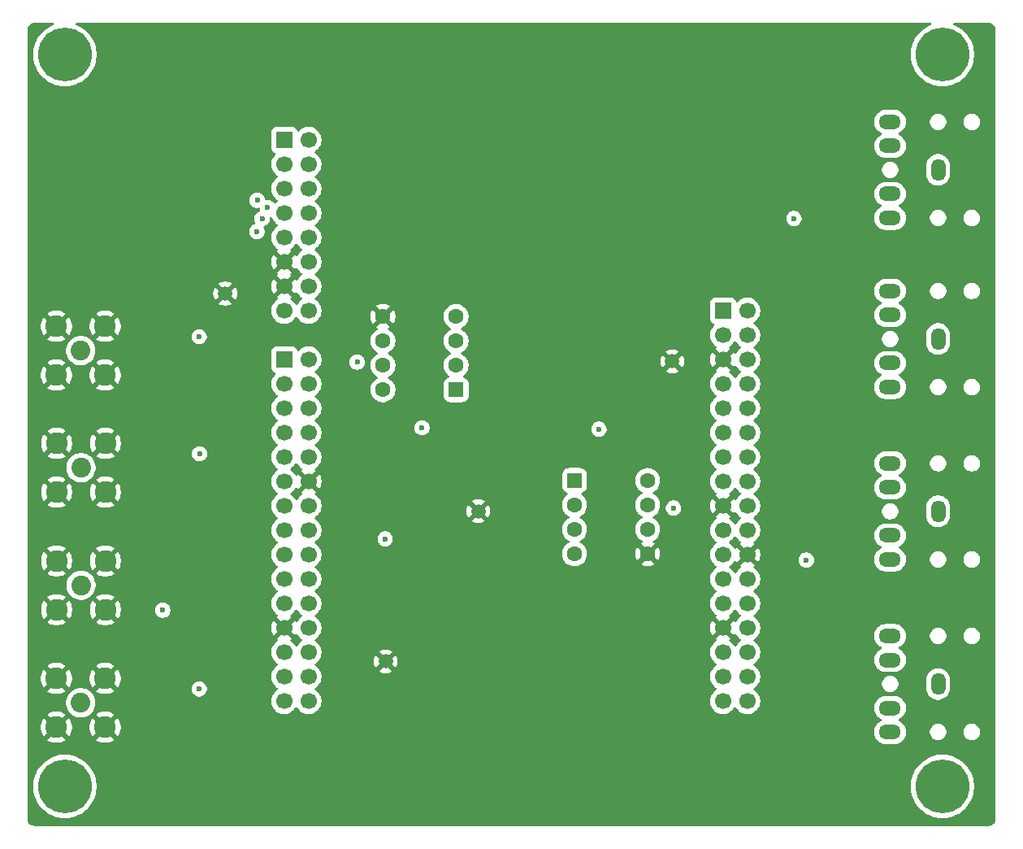
<source format=gbr>
%TF.GenerationSoftware,KiCad,Pcbnew,9.0.2*%
%TF.CreationDate,2025-06-26T21:31:22-07:00*%
%TF.ProjectId,tdm_b1,74646d5f-6231-42e6-9b69-6361645f7063,rev?*%
%TF.SameCoordinates,Original*%
%TF.FileFunction,Copper,L2,Inr*%
%TF.FilePolarity,Positive*%
%FSLAX46Y46*%
G04 Gerber Fmt 4.6, Leading zero omitted, Abs format (unit mm)*
G04 Created by KiCad (PCBNEW 9.0.2) date 2025-06-26 21:31:22*
%MOMM*%
%LPD*%
G01*
G04 APERTURE LIST*
G04 Aperture macros list*
%AMRoundRect*
0 Rectangle with rounded corners*
0 $1 Rounding radius*
0 $2 $3 $4 $5 $6 $7 $8 $9 X,Y pos of 4 corners*
0 Add a 4 corners polygon primitive as box body*
4,1,4,$2,$3,$4,$5,$6,$7,$8,$9,$2,$3,0*
0 Add four circle primitives for the rounded corners*
1,1,$1+$1,$2,$3*
1,1,$1+$1,$4,$5*
1,1,$1+$1,$6,$7*
1,1,$1+$1,$8,$9*
0 Add four rect primitives between the rounded corners*
20,1,$1+$1,$2,$3,$4,$5,0*
20,1,$1+$1,$4,$5,$6,$7,0*
20,1,$1+$1,$6,$7,$8,$9,0*
20,1,$1+$1,$8,$9,$2,$3,0*%
G04 Aperture macros list end*
%TA.AperFunction,ComponentPad*%
%ADD10C,5.600000*%
%TD*%
%TA.AperFunction,ComponentPad*%
%ADD11C,2.050000*%
%TD*%
%TA.AperFunction,ComponentPad*%
%ADD12C,2.250000*%
%TD*%
%TA.AperFunction,ComponentPad*%
%ADD13O,2.300000X1.500000*%
%TD*%
%TA.AperFunction,ComponentPad*%
%ADD14O,1.500000X2.300000*%
%TD*%
%TA.AperFunction,ComponentPad*%
%ADD15R,1.700000X1.700000*%
%TD*%
%TA.AperFunction,ComponentPad*%
%ADD16C,1.700000*%
%TD*%
%TA.AperFunction,ComponentPad*%
%ADD17C,1.500000*%
%TD*%
%TA.AperFunction,ComponentPad*%
%ADD18RoundRect,0.250000X0.550000X0.550000X-0.550000X0.550000X-0.550000X-0.550000X0.550000X-0.550000X0*%
%TD*%
%TA.AperFunction,ComponentPad*%
%ADD19C,1.600000*%
%TD*%
%TA.AperFunction,ComponentPad*%
%ADD20RoundRect,0.250000X-0.550000X-0.550000X0.550000X-0.550000X0.550000X0.550000X-0.550000X0.550000X0*%
%TD*%
%TA.AperFunction,ViaPad*%
%ADD21C,0.600000*%
%TD*%
G04 APERTURE END LIST*
D10*
%TO.N,Net-(H2-Pad1)*%
%TO.C,H2*%
X185420000Y-143510000D03*
%TD*%
D11*
%TO.N,Net-(D2-K)*%
%TO.C,J11*%
X95631200Y-98132600D03*
D12*
%TO.N,GND*%
X93091200Y-95592600D03*
X93091200Y-100672600D03*
X98171200Y-95592600D03*
X98171200Y-100672600D03*
%TD*%
D10*
%TO.N,Net-(H3-Pad1)*%
%TO.C,H3*%
X185420000Y-67310000D03*
%TD*%
%TO.N,Net-(H4-Pad1)*%
%TO.C,H4*%
X93980000Y-67310000D03*
%TD*%
D13*
%TO.N,N/C*%
%TO.C,J4*%
X179971800Y-76820400D03*
X179971800Y-81820400D03*
%TO.N,Net-(J4-PadR)*%
X179971800Y-84320400D03*
D14*
%TO.N,Net-(J4-PadS)*%
X184971800Y-79320400D03*
D13*
%TO.N,/midi_out2/MIDI_OUT*%
X179971800Y-74320400D03*
%TD*%
D15*
%TO.N,unconnected-(J9-Pin_1-Pad1)*%
%TO.C,J9*%
X116840000Y-99060000D03*
D16*
%TO.N,unconnected-(J9-Pin_2-Pad2)*%
X119380000Y-99060000D03*
%TO.N,unconnected-(J9-Pin_3-Pad3)*%
X116840000Y-101600000D03*
%TO.N,/USART2_B_RX___PD6*%
X119380000Y-101600000D03*
%TO.N,unconnected-(J9-Pin_5-Pad5)*%
X116840000Y-104140000D03*
%TO.N,/USART2_B_TX___PD6*%
X119380000Y-104140000D03*
%TO.N,unconnected-(J9-Pin_7-Pad7)*%
X116840000Y-106680000D03*
%TO.N,/PD4*%
X119380000Y-106680000D03*
%TO.N,unconnected-(J9-Pin_9-Pad9)*%
X116840000Y-109220000D03*
%TO.N,/PD3*%
X119380000Y-109220000D03*
%TO.N,unconnected-(J9-Pin_11-Pad11)*%
X116840000Y-111760000D03*
%TO.N,GND*%
X119380000Y-111760000D03*
%TO.N,unconnected-(J9-Pin_13-Pad13)*%
X116840000Y-114300000D03*
%TO.N,/SAI1_A_MCLK___PE2*%
X119380000Y-114300000D03*
%TO.N,/IO_PA7*%
X116840000Y-116840000D03*
%TO.N,/SAI1_A_FS___PE4*%
X119380000Y-116840000D03*
%TO.N,unconnected-(J9-Pin_17-Pad17)*%
X116840000Y-119380000D03*
%TO.N,/SAI1_A_SCK___PE5*%
X119380000Y-119380000D03*
%TO.N,/I2C2_B_SCL*%
X116840000Y-121920000D03*
%TO.N,/SAI1_A_SD___PE6*%
X119380000Y-121920000D03*
%TO.N,/I2C2_B_SDA*%
X116840000Y-124460000D03*
%TO.N,/SAI1_B_SD___PE3*%
X119380000Y-124460000D03*
%TO.N,GND*%
X116840000Y-127000000D03*
%TO.N,/SAI1_B_SCK___PF8*%
X119380000Y-127000000D03*
%TO.N,unconnected-(J9-Pin_25-Pad25)*%
X116840000Y-129540000D03*
%TO.N,/SAI1_B_MCLK___PF7*%
X119380000Y-129540000D03*
%TO.N,unconnected-(J9-Pin_27-Pad27)*%
X116840000Y-132080000D03*
%TO.N,/SAI1_B_FS___PF9*%
X119380000Y-132080000D03*
%TO.N,unconnected-(J9-Pin_29-Pad29)*%
X116840000Y-134620000D03*
%TO.N,/IO_PG1*%
X119380000Y-134620000D03*
%TD*%
D15*
%TO.N,unconnected-(J8-Pin_1-Pad1)*%
%TO.C,J8*%
X116840000Y-76200000D03*
D16*
%TO.N,unconnected-(J8-Pin_2-Pad2)*%
X119380000Y-76200000D03*
%TO.N,/IOREF*%
X116840000Y-78740000D03*
%TO.N,unconnected-(J8-Pin_4-Pad4)*%
X119380000Y-78740000D03*
%TO.N,unconnected-(J8-Pin_5-Pad5)*%
X116840000Y-81280000D03*
%TO.N,unconnected-(J8-Pin_6-Pad6)*%
X119380000Y-81280000D03*
%TO.N,VDD*%
X116840000Y-83820000D03*
%TO.N,unconnected-(J8-Pin_8-Pad8)*%
X119380000Y-83820000D03*
%TO.N,/CN8_5V*%
X116840000Y-86360000D03*
%TO.N,unconnected-(J8-Pin_10-Pad10)*%
X119380000Y-86360000D03*
%TO.N,GND*%
X116840000Y-88900000D03*
%TO.N,unconnected-(J8-Pin_12-Pad12)*%
X119380000Y-88900000D03*
%TO.N,GND*%
X116840000Y-91440000D03*
%TO.N,/IO_PG2*%
X119380000Y-91440000D03*
%TO.N,/VIN*%
X116840000Y-93980000D03*
%TO.N,/IO_PG3*%
X119380000Y-93980000D03*
%TD*%
D13*
%TO.N,N/C*%
%TO.C,J2*%
X179971800Y-112373400D03*
X179971800Y-117373400D03*
%TO.N,Net-(J2-PadR)*%
X179971800Y-119873400D03*
D14*
%TO.N,Net-(J2-PadS)*%
X184971800Y-114873400D03*
D13*
%TO.N,/midi_out1/MIDI_OUT*%
X179971800Y-109873400D03*
%TD*%
D17*
%TO.N,GND*%
%TO.C,TP2*%
X110693200Y-92202000D03*
%TD*%
D13*
%TO.N,N/C*%
%TO.C,J3*%
X179971800Y-130342000D03*
X179971800Y-135342000D03*
%TO.N,Net-(J3-PadR)*%
X179971800Y-137842000D03*
D14*
%TO.N,Net-(J3-PadS)*%
X184971800Y-132842000D03*
D13*
%TO.N,Net-(D4-A)*%
X179971800Y-127842000D03*
%TD*%
D17*
%TO.N,GND*%
%TO.C,TP3*%
X157276800Y-99263200D03*
%TD*%
%TO.N,GND*%
%TO.C,TP4*%
X137058400Y-114858800D03*
%TD*%
D13*
%TO.N,N/C*%
%TO.C,J5*%
X179971800Y-94430200D03*
X179971800Y-99430200D03*
%TO.N,Net-(J5-PadR)*%
X179971800Y-101930200D03*
D14*
%TO.N,Net-(J5-PadS)*%
X184971800Y-96930200D03*
D13*
%TO.N,Net-(D5-A)*%
X179971800Y-91930200D03*
%TD*%
D11*
%TO.N,Net-(D1-K)*%
%TO.C,J10*%
X95669000Y-110324600D03*
D12*
%TO.N,GND*%
X93129000Y-107784600D03*
X93129000Y-112864600D03*
X98209000Y-107784600D03*
X98209000Y-112864600D03*
%TD*%
D10*
%TO.N,Net-(H1-Pad1)*%
%TO.C,H1*%
X93980000Y-143510000D03*
%TD*%
D11*
%TO.N,Net-(D3-K)*%
%TO.C,J13*%
X95631200Y-134800200D03*
D12*
%TO.N,GND*%
X93091200Y-132260200D03*
X93091200Y-137340200D03*
X98171200Y-132260200D03*
X98171200Y-137340200D03*
%TD*%
D11*
%TO.N,Net-(J12-In)*%
%TO.C,J12*%
X95669000Y-122570400D03*
D12*
%TO.N,GND*%
X93129000Y-120030400D03*
X93129000Y-125110400D03*
X98209000Y-120030400D03*
X98209000Y-125110400D03*
%TD*%
D18*
%TO.N,unconnected-(U8-NC-Pad1)*%
%TO.C,U8*%
X134747000Y-102209600D03*
D19*
%TO.N,Net-(D5-K)*%
X134747000Y-99669600D03*
%TO.N,Net-(D5-A)*%
X134747000Y-97129600D03*
%TO.N,unconnected-(U8-NC-Pad4)*%
X134747000Y-94589600D03*
%TO.N,GND*%
X127127000Y-94589600D03*
%TO.N,/USART2_B_RX___PD6*%
X127127000Y-97129600D03*
%TO.N,unconnected-(U8-EN-Pad7)*%
X127127000Y-99669600D03*
%TO.N,VDD*%
X127127000Y-102209600D03*
%TD*%
D17*
%TO.N,GND*%
%TO.C,TP1*%
X127406400Y-130505200D03*
%TD*%
D15*
%TO.N,unconnected-(J1-Pin_1-Pad1)*%
%TO.C,J1*%
X162560000Y-93980000D03*
D16*
%TO.N,unconnected-(J1-Pin_2-Pad2)*%
X165100000Y-93980000D03*
%TO.N,unconnected-(J1-Pin_3-Pad3)*%
X162560000Y-96520000D03*
%TO.N,/TIM1_CH1___PE9*%
X165100000Y-96520000D03*
%TO.N,GND*%
X162560000Y-99060000D03*
%TO.N,/TIM1_CH2___PE11*%
X165100000Y-99060000D03*
%TO.N,unconnected-(J1-Pin_7-Pad7)*%
X162560000Y-101600000D03*
%TO.N,unconnected-(J1-Pin_8-Pad8)*%
X165100000Y-101600000D03*
%TO.N,unconnected-(J1-Pin_9-Pad9)*%
X162560000Y-104140000D03*
%TO.N,unconnected-(J1-Pin_10-Pad10)*%
X165100000Y-104140000D03*
%TO.N,unconnected-(J1-Pin_11-Pad11)*%
X162560000Y-106680000D03*
%TO.N,unconnected-(J1-Pin_12-Pad12)*%
X165100000Y-106680000D03*
%TO.N,unconnected-(J1-Pin_13-Pad13)*%
X162560000Y-109220000D03*
%TO.N,/USART6_A_TX*%
X165100000Y-109220000D03*
%TO.N,unconnected-(J1-Pin_15-Pad15)*%
X162560000Y-111760000D03*
%TO.N,/USART6_A_RX*%
X165100000Y-111760000D03*
%TO.N,GND*%
X162560000Y-114300000D03*
%TO.N,unconnected-(J1-Pin_18-Pad18)*%
X165100000Y-114300000D03*
%TO.N,unconnected-(J1-Pin_19-Pad19)*%
X162560000Y-116840000D03*
%TO.N,unconnected-(J1-Pin_20-Pad20)*%
X165100000Y-116840000D03*
%TO.N,unconnected-(J1-Pin_21-Pad21)*%
X162560000Y-119380000D03*
%TO.N,GND*%
X165100000Y-119380000D03*
%TO.N,unconnected-(J1-Pin_23-Pad23)*%
X162560000Y-121920000D03*
%TO.N,unconnected-(J1-Pin_24-Pad24)*%
X165100000Y-121920000D03*
%TO.N,unconnected-(J1-Pin_25-Pad25)*%
X162560000Y-124460000D03*
%TO.N,unconnected-(J1-Pin_26-Pad26)*%
X165100000Y-124460000D03*
%TO.N,GND*%
X162560000Y-127000000D03*
%TO.N,unconnected-(J1-Pin_28-Pad28)*%
X165100000Y-127000000D03*
%TO.N,/TIM2_CH1___PA0*%
X162560000Y-129540000D03*
%TO.N,unconnected-(J1-Pin_30-Pad30)*%
X165100000Y-129540000D03*
%TO.N,unconnected-(J1-Pin_31-Pad31)*%
X162560000Y-132080000D03*
%TO.N,unconnected-(J1-Pin_32-Pad32)*%
X165100000Y-132080000D03*
%TO.N,unconnected-(J1-Pin_33-Pad33)*%
X162560000Y-134620000D03*
%TO.N,unconnected-(J1-Pin_34-Pad34)*%
X165100000Y-134620000D03*
%TD*%
D20*
%TO.N,unconnected-(U1-NC-Pad1)*%
%TO.C,U1*%
X147091400Y-111658400D03*
D19*
%TO.N,Net-(D4-K)*%
X147091400Y-114198400D03*
%TO.N,Net-(D4-A)*%
X147091400Y-116738400D03*
%TO.N,unconnected-(U1-NC-Pad4)*%
X147091400Y-119278400D03*
%TO.N,GND*%
X154711400Y-119278400D03*
%TO.N,/USART6_A_RX*%
X154711400Y-116738400D03*
%TO.N,unconnected-(U1-EN-Pad7)*%
X154711400Y-114198400D03*
%TO.N,VDD*%
X154711400Y-111658400D03*
%TD*%
D21*
%TO.N,GND*%
X162560000Y-71120000D03*
X127000000Y-76200000D03*
X107022800Y-120386000D03*
X124485400Y-116916000D03*
X106057600Y-122087800D03*
X110287000Y-133149200D03*
X175260000Y-99720400D03*
X133350000Y-144780000D03*
X132080000Y-76200000D03*
X177622200Y-67310000D03*
X142240000Y-81280000D03*
X152400000Y-71120000D03*
X111175800Y-82499200D03*
X153670000Y-144780000D03*
X124485400Y-121843600D03*
X139649200Y-113487200D03*
X175006000Y-135737600D03*
X99060000Y-80010000D03*
X137160000Y-81280000D03*
X93980000Y-80010000D03*
X126365000Y-109804200D03*
X143459200Y-98907600D03*
X126339600Y-120345000D03*
X157480000Y-76200000D03*
X104140000Y-74930000D03*
X175717200Y-94589600D03*
X170027600Y-79349600D03*
X162560000Y-81280000D03*
X146710400Y-105892600D03*
X153670000Y-139700000D03*
X102476200Y-107276600D03*
X123190000Y-139700000D03*
X147320000Y-81280000D03*
X128117600Y-126898400D03*
X147320000Y-76200000D03*
X175006000Y-76606400D03*
X132080000Y-81280000D03*
X128117600Y-131978400D03*
X132080000Y-71120000D03*
X158750000Y-139700000D03*
X157480000Y-71120000D03*
X104140000Y-85090000D03*
X139649200Y-118567200D03*
X172974000Y-128930400D03*
X104800600Y-99504200D03*
X152400000Y-76200000D03*
X143510000Y-139700000D03*
X171958000Y-97586800D03*
X102438400Y-95084600D03*
X102438400Y-131752200D03*
X124434600Y-104444800D03*
X177647600Y-143510000D03*
X158750000Y-144780000D03*
X128270000Y-139700000D03*
X142240000Y-76200000D03*
X101015800Y-103149400D03*
X138430000Y-144780000D03*
X104800600Y-136171800D03*
X110324800Y-108673600D03*
X101803200Y-67310000D03*
X134569200Y-123647200D03*
X104838400Y-111696200D03*
X127000000Y-81280000D03*
X133350000Y-139700000D03*
X110287000Y-96481600D03*
X157403800Y-109397800D03*
X111150400Y-84124800D03*
X93980000Y-74930000D03*
X138430000Y-139700000D03*
X157480000Y-81280000D03*
X162560000Y-76200000D03*
X99060000Y-74930000D03*
X108369000Y-126659800D03*
X123037600Y-126898400D03*
X99060000Y-85090000D03*
X172008800Y-133553200D03*
X105270200Y-126659800D03*
X148590000Y-139700000D03*
X123190000Y-144780000D03*
X142240000Y-71120000D03*
X143332200Y-124129800D03*
X128016000Y-109016800D03*
X171348400Y-114909600D03*
X103136600Y-113931400D03*
X140665200Y-91338400D03*
X152831800Y-103454200D03*
X152400000Y-81280000D03*
X156032200Y-102641400D03*
X135585200Y-91338400D03*
X139649200Y-123647200D03*
X174142400Y-81788000D03*
X148590000Y-144780000D03*
X125628400Y-116916000D03*
X104140000Y-80010000D03*
X127000000Y-71120000D03*
X134569200Y-113487200D03*
X137160000Y-76200000D03*
X101777800Y-143484600D03*
X140563600Y-101600000D03*
X137160000Y-71120000D03*
X134569200Y-118567200D03*
X134086600Y-106095800D03*
X93980000Y-85090000D03*
X154508200Y-102666800D03*
X103098800Y-101739400D03*
X101092000Y-115366800D03*
X143510000Y-144780000D03*
X147320000Y-71120000D03*
X111175800Y-85775800D03*
X103098800Y-138407000D03*
X128270000Y-144780000D03*
X124841000Y-109804200D03*
X101041400Y-139854800D03*
X123037600Y-131978400D03*
X155346400Y-124333000D03*
%TO.N,VDD*%
X107975600Y-133352400D03*
X131191000Y-106172000D03*
X108013400Y-108876800D03*
X115112800Y-83261200D03*
X124434600Y-99339400D03*
X114528600Y-84404200D03*
X149631400Y-106324400D03*
X127355600Y-117754200D03*
X107975600Y-96684800D03*
X104178000Y-125161200D03*
X157403800Y-114528600D03*
X171246800Y-119938800D03*
X114020600Y-82473800D03*
X169951400Y-84378800D03*
X113995200Y-85750400D03*
%TD*%
%TA.AperFunction,Conductor*%
%TO.N,GND*%
G36*
X117955270Y-127761717D02*
G01*
X117955270Y-127761716D01*
X117994622Y-127707555D01*
X117999232Y-127698507D01*
X118047205Y-127647709D01*
X118115025Y-127630912D01*
X118181161Y-127653447D01*
X118220204Y-127698504D01*
X118224949Y-127707817D01*
X118349890Y-127879786D01*
X118500213Y-128030109D01*
X118672182Y-128155050D01*
X118680946Y-128159516D01*
X118731742Y-128207491D01*
X118748536Y-128275312D01*
X118725998Y-128341447D01*
X118680946Y-128380484D01*
X118672182Y-128384949D01*
X118500213Y-128509890D01*
X118349890Y-128660213D01*
X118224949Y-128832182D01*
X118220484Y-128840946D01*
X118172509Y-128891742D01*
X118104688Y-128908536D01*
X118038553Y-128885998D01*
X117999516Y-128840946D01*
X117995050Y-128832182D01*
X117870109Y-128660213D01*
X117719786Y-128509890D01*
X117547817Y-128384949D01*
X117538504Y-128380204D01*
X117487707Y-128332230D01*
X117470912Y-128264409D01*
X117493449Y-128198274D01*
X117538507Y-128159232D01*
X117547555Y-128154622D01*
X117601716Y-128115270D01*
X117601717Y-128115270D01*
X116969408Y-127482962D01*
X117032993Y-127465925D01*
X117147007Y-127400099D01*
X117240099Y-127307007D01*
X117305925Y-127192993D01*
X117322962Y-127129409D01*
X117955270Y-127761717D01*
G37*
%TD.AperFunction*%
%TA.AperFunction,Conductor*%
G36*
X118181444Y-125113999D02*
G01*
X118220486Y-125159056D01*
X118224951Y-125167820D01*
X118349890Y-125339786D01*
X118500213Y-125490109D01*
X118672182Y-125615050D01*
X118680946Y-125619516D01*
X118731742Y-125667491D01*
X118748536Y-125735312D01*
X118725998Y-125801447D01*
X118680946Y-125840484D01*
X118672182Y-125844949D01*
X118500213Y-125969890D01*
X118349890Y-126120213D01*
X118224949Y-126292182D01*
X118220202Y-126301499D01*
X118172227Y-126352293D01*
X118104405Y-126369087D01*
X118038271Y-126346548D01*
X117999234Y-126301495D01*
X117994626Y-126292452D01*
X117955270Y-126238282D01*
X117955269Y-126238282D01*
X117322962Y-126870590D01*
X117305925Y-126807007D01*
X117240099Y-126692993D01*
X117147007Y-126599901D01*
X117032993Y-126534075D01*
X116969409Y-126517037D01*
X117601716Y-125884728D01*
X117547547Y-125845373D01*
X117547547Y-125845372D01*
X117538500Y-125840763D01*
X117487706Y-125792788D01*
X117470912Y-125724966D01*
X117493451Y-125658832D01*
X117538508Y-125619793D01*
X117547816Y-125615051D01*
X117650604Y-125540372D01*
X117719786Y-125490109D01*
X117719788Y-125490106D01*
X117719792Y-125490104D01*
X117870104Y-125339792D01*
X117870106Y-125339788D01*
X117870109Y-125339786D01*
X117995048Y-125167820D01*
X117995047Y-125167820D01*
X117995051Y-125167816D01*
X117999514Y-125159054D01*
X118047488Y-125108259D01*
X118115308Y-125091463D01*
X118181444Y-125113999D01*
G37*
%TD.AperFunction*%
%TA.AperFunction,Conductor*%
G36*
X118914075Y-111952993D02*
G01*
X118979901Y-112067007D01*
X119072993Y-112160099D01*
X119187007Y-112225925D01*
X119250590Y-112242962D01*
X118618282Y-112875269D01*
X118618282Y-112875270D01*
X118672452Y-112914626D01*
X118672451Y-112914626D01*
X118681495Y-112919234D01*
X118732292Y-112967208D01*
X118749087Y-113035029D01*
X118726550Y-113101164D01*
X118681499Y-113140202D01*
X118672182Y-113144949D01*
X118500213Y-113269890D01*
X118349890Y-113420213D01*
X118224949Y-113592182D01*
X118220484Y-113600946D01*
X118172509Y-113651742D01*
X118104688Y-113668536D01*
X118038553Y-113645998D01*
X117999516Y-113600946D01*
X117995050Y-113592182D01*
X117870109Y-113420213D01*
X117719786Y-113269890D01*
X117547820Y-113144951D01*
X117539600Y-113140763D01*
X117539054Y-113140485D01*
X117488259Y-113092512D01*
X117471463Y-113024692D01*
X117493999Y-112958556D01*
X117539054Y-112919515D01*
X117547816Y-112915051D01*
X117632638Y-112853425D01*
X117719786Y-112790109D01*
X117719788Y-112790106D01*
X117719792Y-112790104D01*
X117870104Y-112639792D01*
X117870106Y-112639788D01*
X117870109Y-112639786D01*
X117951518Y-112527734D01*
X117995051Y-112467816D01*
X117999793Y-112458508D01*
X118047763Y-112407711D01*
X118115583Y-112390911D01*
X118181719Y-112413445D01*
X118220763Y-112458500D01*
X118225373Y-112467547D01*
X118264728Y-112521716D01*
X118897037Y-111889408D01*
X118914075Y-111952993D01*
G37*
%TD.AperFunction*%
%TA.AperFunction,Conductor*%
G36*
X118181444Y-109873999D02*
G01*
X118220486Y-109919056D01*
X118224951Y-109927820D01*
X118349890Y-110099786D01*
X118500213Y-110250109D01*
X118672179Y-110375048D01*
X118672181Y-110375049D01*
X118672184Y-110375051D01*
X118681493Y-110379794D01*
X118732290Y-110427766D01*
X118749087Y-110495587D01*
X118726552Y-110561722D01*
X118681505Y-110600760D01*
X118672446Y-110605376D01*
X118672440Y-110605380D01*
X118618282Y-110644727D01*
X118618282Y-110644728D01*
X119250591Y-111277037D01*
X119187007Y-111294075D01*
X119072993Y-111359901D01*
X118979901Y-111452993D01*
X118914075Y-111567007D01*
X118897037Y-111630591D01*
X118264728Y-110998282D01*
X118264727Y-110998282D01*
X118225380Y-111052440D01*
X118225376Y-111052446D01*
X118220760Y-111061505D01*
X118172781Y-111112297D01*
X118104959Y-111129087D01*
X118038826Y-111106543D01*
X117999794Y-111061493D01*
X117995051Y-111052184D01*
X117995049Y-111052181D01*
X117995048Y-111052179D01*
X117870109Y-110880213D01*
X117719786Y-110729890D01*
X117547820Y-110604951D01*
X117539600Y-110600763D01*
X117539054Y-110600485D01*
X117488259Y-110552512D01*
X117471463Y-110484692D01*
X117493999Y-110418556D01*
X117539054Y-110379515D01*
X117547816Y-110375051D01*
X117571421Y-110357901D01*
X117719786Y-110250109D01*
X117719788Y-110250106D01*
X117719792Y-110250104D01*
X117870104Y-110099792D01*
X117870106Y-110099788D01*
X117870109Y-110099786D01*
X117995048Y-109927820D01*
X117995047Y-109927820D01*
X117995051Y-109927816D01*
X117999514Y-109919054D01*
X118047488Y-109868259D01*
X118115308Y-109851463D01*
X118181444Y-109873999D01*
G37*
%TD.AperFunction*%
%TA.AperFunction,Conductor*%
G36*
X163675270Y-127761717D02*
G01*
X163675270Y-127761716D01*
X163714622Y-127707555D01*
X163719232Y-127698507D01*
X163767205Y-127647709D01*
X163835025Y-127630912D01*
X163901161Y-127653447D01*
X163940204Y-127698504D01*
X163944949Y-127707817D01*
X164069890Y-127879786D01*
X164220213Y-128030109D01*
X164392182Y-128155050D01*
X164400946Y-128159516D01*
X164451742Y-128207491D01*
X164468536Y-128275312D01*
X164445998Y-128341447D01*
X164400946Y-128380484D01*
X164392182Y-128384949D01*
X164220213Y-128509890D01*
X164069890Y-128660213D01*
X163944949Y-128832182D01*
X163940484Y-128840946D01*
X163892509Y-128891742D01*
X163824688Y-128908536D01*
X163758553Y-128885998D01*
X163719516Y-128840946D01*
X163715050Y-128832182D01*
X163590109Y-128660213D01*
X163439786Y-128509890D01*
X163267817Y-128384949D01*
X163258504Y-128380204D01*
X163207707Y-128332230D01*
X163190912Y-128264409D01*
X163213449Y-128198274D01*
X163258507Y-128159232D01*
X163267555Y-128154622D01*
X163321716Y-128115270D01*
X163321717Y-128115270D01*
X162689408Y-127482962D01*
X162752993Y-127465925D01*
X162867007Y-127400099D01*
X162960099Y-127307007D01*
X163025925Y-127192993D01*
X163042962Y-127129409D01*
X163675270Y-127761717D01*
G37*
%TD.AperFunction*%
%TA.AperFunction,Conductor*%
G36*
X163901444Y-125113999D02*
G01*
X163940486Y-125159056D01*
X163944951Y-125167820D01*
X164069890Y-125339786D01*
X164220213Y-125490109D01*
X164392182Y-125615050D01*
X164400946Y-125619516D01*
X164451742Y-125667491D01*
X164468536Y-125735312D01*
X164445998Y-125801447D01*
X164400946Y-125840484D01*
X164392182Y-125844949D01*
X164220213Y-125969890D01*
X164069890Y-126120213D01*
X163944949Y-126292182D01*
X163940202Y-126301499D01*
X163892227Y-126352293D01*
X163824405Y-126369087D01*
X163758271Y-126346548D01*
X163719234Y-126301495D01*
X163714626Y-126292452D01*
X163675270Y-126238282D01*
X163675269Y-126238282D01*
X163042962Y-126870590D01*
X163025925Y-126807007D01*
X162960099Y-126692993D01*
X162867007Y-126599901D01*
X162752993Y-126534075D01*
X162689409Y-126517037D01*
X163321716Y-125884728D01*
X163267547Y-125845373D01*
X163267547Y-125845372D01*
X163258500Y-125840763D01*
X163207706Y-125792788D01*
X163190912Y-125724966D01*
X163213451Y-125658832D01*
X163258508Y-125619793D01*
X163267816Y-125615051D01*
X163370604Y-125540372D01*
X163439786Y-125490109D01*
X163439788Y-125490106D01*
X163439792Y-125490104D01*
X163590104Y-125339792D01*
X163590106Y-125339788D01*
X163590109Y-125339786D01*
X163715048Y-125167820D01*
X163715047Y-125167820D01*
X163715051Y-125167816D01*
X163719514Y-125159054D01*
X163767488Y-125108259D01*
X163835308Y-125091463D01*
X163901444Y-125113999D01*
G37*
%TD.AperFunction*%
%TA.AperFunction,Conductor*%
G36*
X164634075Y-119572993D02*
G01*
X164699901Y-119687007D01*
X164792993Y-119780099D01*
X164907007Y-119845925D01*
X164970590Y-119862962D01*
X164338282Y-120495269D01*
X164338282Y-120495270D01*
X164392452Y-120534626D01*
X164392451Y-120534626D01*
X164401495Y-120539234D01*
X164452292Y-120587208D01*
X164469087Y-120655029D01*
X164446550Y-120721164D01*
X164401499Y-120760202D01*
X164392182Y-120764949D01*
X164220213Y-120889890D01*
X164069890Y-121040213D01*
X163944949Y-121212182D01*
X163940484Y-121220946D01*
X163892509Y-121271742D01*
X163824688Y-121288536D01*
X163758553Y-121265998D01*
X163719516Y-121220946D01*
X163715050Y-121212182D01*
X163590109Y-121040213D01*
X163439786Y-120889890D01*
X163267820Y-120764951D01*
X163267115Y-120764591D01*
X163259054Y-120760485D01*
X163208259Y-120712512D01*
X163191463Y-120644692D01*
X163213999Y-120578556D01*
X163259054Y-120539515D01*
X163267816Y-120535051D01*
X163338608Y-120483618D01*
X163439786Y-120410109D01*
X163439788Y-120410106D01*
X163439792Y-120410104D01*
X163590104Y-120259792D01*
X163590106Y-120259788D01*
X163590109Y-120259786D01*
X163675890Y-120141717D01*
X163715051Y-120087816D01*
X163719793Y-120078508D01*
X163767763Y-120027711D01*
X163835583Y-120010911D01*
X163901719Y-120033445D01*
X163940763Y-120078500D01*
X163945373Y-120087547D01*
X163984728Y-120141716D01*
X164617037Y-119509408D01*
X164634075Y-119572993D01*
G37*
%TD.AperFunction*%
%TA.AperFunction,Conductor*%
G36*
X163901444Y-117493999D02*
G01*
X163940486Y-117539056D01*
X163944951Y-117547820D01*
X164069890Y-117719786D01*
X164220213Y-117870109D01*
X164392179Y-117995048D01*
X164392181Y-117995049D01*
X164392184Y-117995051D01*
X164401493Y-117999794D01*
X164452290Y-118047766D01*
X164469087Y-118115587D01*
X164446552Y-118181722D01*
X164401505Y-118220760D01*
X164392446Y-118225376D01*
X164392440Y-118225380D01*
X164338282Y-118264727D01*
X164338282Y-118264728D01*
X164970591Y-118897037D01*
X164907007Y-118914075D01*
X164792993Y-118979901D01*
X164699901Y-119072993D01*
X164634075Y-119187007D01*
X164617037Y-119250591D01*
X163984728Y-118618282D01*
X163984727Y-118618282D01*
X163945380Y-118672440D01*
X163945376Y-118672446D01*
X163940760Y-118681505D01*
X163892781Y-118732297D01*
X163824959Y-118749087D01*
X163758826Y-118726543D01*
X163719794Y-118681493D01*
X163715051Y-118672184D01*
X163715049Y-118672181D01*
X163715048Y-118672179D01*
X163590109Y-118500213D01*
X163439786Y-118349890D01*
X163267820Y-118224951D01*
X163259600Y-118220763D01*
X163259054Y-118220485D01*
X163208259Y-118172512D01*
X163191463Y-118104692D01*
X163213999Y-118038556D01*
X163259054Y-117999515D01*
X163267816Y-117995051D01*
X163289789Y-117979086D01*
X163439786Y-117870109D01*
X163439788Y-117870106D01*
X163439792Y-117870104D01*
X163590104Y-117719792D01*
X163590106Y-117719788D01*
X163590109Y-117719786D01*
X163715048Y-117547820D01*
X163715047Y-117547820D01*
X163715051Y-117547816D01*
X163719514Y-117539054D01*
X163767488Y-117488259D01*
X163835308Y-117471463D01*
X163901444Y-117493999D01*
G37*
%TD.AperFunction*%
%TA.AperFunction,Conductor*%
G36*
X163675270Y-115061717D02*
G01*
X163675270Y-115061716D01*
X163714622Y-115007555D01*
X163719232Y-114998507D01*
X163767205Y-114947709D01*
X163835025Y-114930912D01*
X163901161Y-114953447D01*
X163940204Y-114998504D01*
X163944949Y-115007817D01*
X164069890Y-115179786D01*
X164220213Y-115330109D01*
X164392182Y-115455050D01*
X164400946Y-115459516D01*
X164451742Y-115507491D01*
X164468536Y-115575312D01*
X164445998Y-115641447D01*
X164400946Y-115680484D01*
X164392182Y-115684949D01*
X164220213Y-115809890D01*
X164069890Y-115960213D01*
X163944949Y-116132182D01*
X163940484Y-116140946D01*
X163892509Y-116191742D01*
X163824688Y-116208536D01*
X163758553Y-116185998D01*
X163719516Y-116140946D01*
X163715050Y-116132182D01*
X163590109Y-115960213D01*
X163439786Y-115809890D01*
X163267817Y-115684949D01*
X163258504Y-115680204D01*
X163207707Y-115632230D01*
X163190912Y-115564409D01*
X163213449Y-115498274D01*
X163258507Y-115459232D01*
X163267555Y-115454622D01*
X163321716Y-115415270D01*
X163321717Y-115415270D01*
X162689408Y-114782962D01*
X162752993Y-114765925D01*
X162867007Y-114700099D01*
X162960099Y-114607007D01*
X163025925Y-114492993D01*
X163042962Y-114429409D01*
X163675270Y-115061717D01*
G37*
%TD.AperFunction*%
%TA.AperFunction,Conductor*%
G36*
X163901444Y-112413999D02*
G01*
X163940484Y-112459054D01*
X163944591Y-112467115D01*
X163944951Y-112467820D01*
X164069890Y-112639786D01*
X164220213Y-112790109D01*
X164392182Y-112915050D01*
X164400946Y-112919516D01*
X164451742Y-112967491D01*
X164468536Y-113035312D01*
X164445998Y-113101447D01*
X164400946Y-113140484D01*
X164392182Y-113144949D01*
X164220213Y-113269890D01*
X164069890Y-113420213D01*
X163944949Y-113592182D01*
X163940202Y-113601499D01*
X163892227Y-113652293D01*
X163824405Y-113669087D01*
X163758271Y-113646548D01*
X163719234Y-113601495D01*
X163714626Y-113592452D01*
X163675270Y-113538282D01*
X163675269Y-113538282D01*
X163042962Y-114170590D01*
X163025925Y-114107007D01*
X162960099Y-113992993D01*
X162867007Y-113899901D01*
X162752993Y-113834075D01*
X162689409Y-113817037D01*
X163321716Y-113184728D01*
X163267547Y-113145373D01*
X163267547Y-113145372D01*
X163258500Y-113140763D01*
X163207706Y-113092788D01*
X163190912Y-113024966D01*
X163213451Y-112958832D01*
X163258508Y-112919793D01*
X163267816Y-112915051D01*
X163352638Y-112853425D01*
X163439786Y-112790109D01*
X163439788Y-112790106D01*
X163439792Y-112790104D01*
X163590104Y-112639792D01*
X163590106Y-112639788D01*
X163590109Y-112639786D01*
X163699086Y-112489789D01*
X163715051Y-112467816D01*
X163719514Y-112459054D01*
X163767488Y-112408259D01*
X163835308Y-112391463D01*
X163901444Y-112413999D01*
G37*
%TD.AperFunction*%
%TA.AperFunction,Conductor*%
G36*
X163675270Y-99821717D02*
G01*
X163675270Y-99821716D01*
X163714622Y-99767555D01*
X163719232Y-99758507D01*
X163767205Y-99707709D01*
X163835025Y-99690912D01*
X163901161Y-99713447D01*
X163940204Y-99758504D01*
X163944949Y-99767817D01*
X164069890Y-99939786D01*
X164220213Y-100090109D01*
X164392182Y-100215050D01*
X164400946Y-100219516D01*
X164451742Y-100267491D01*
X164468536Y-100335312D01*
X164445998Y-100401447D01*
X164400946Y-100440484D01*
X164392182Y-100444949D01*
X164220213Y-100569890D01*
X164069890Y-100720213D01*
X163944949Y-100892182D01*
X163940484Y-100900946D01*
X163892509Y-100951742D01*
X163824688Y-100968536D01*
X163758553Y-100945998D01*
X163719516Y-100900946D01*
X163715050Y-100892182D01*
X163590109Y-100720213D01*
X163439786Y-100569890D01*
X163267817Y-100444949D01*
X163258504Y-100440204D01*
X163207707Y-100392230D01*
X163190912Y-100324409D01*
X163213449Y-100258274D01*
X163258507Y-100219232D01*
X163267555Y-100214622D01*
X163321716Y-100175270D01*
X163321717Y-100175270D01*
X162689408Y-99542962D01*
X162752993Y-99525925D01*
X162867007Y-99460099D01*
X162960099Y-99367007D01*
X163025925Y-99252993D01*
X163042962Y-99189409D01*
X163675270Y-99821717D01*
G37*
%TD.AperFunction*%
%TA.AperFunction,Conductor*%
G36*
X163901444Y-97173999D02*
G01*
X163940486Y-97219056D01*
X163944951Y-97227820D01*
X164069890Y-97399786D01*
X164220213Y-97550109D01*
X164392182Y-97675050D01*
X164400946Y-97679516D01*
X164451742Y-97727491D01*
X164468536Y-97795312D01*
X164445998Y-97861447D01*
X164400946Y-97900484D01*
X164392182Y-97904949D01*
X164220213Y-98029890D01*
X164069890Y-98180213D01*
X163944949Y-98352182D01*
X163940202Y-98361499D01*
X163892227Y-98412293D01*
X163824405Y-98429087D01*
X163758271Y-98406548D01*
X163719234Y-98361495D01*
X163714626Y-98352452D01*
X163675270Y-98298282D01*
X163675269Y-98298282D01*
X163042962Y-98930590D01*
X163025925Y-98867007D01*
X162960099Y-98752993D01*
X162867007Y-98659901D01*
X162752993Y-98594075D01*
X162689409Y-98577037D01*
X163321716Y-97944728D01*
X163267547Y-97905373D01*
X163267547Y-97905372D01*
X163258500Y-97900763D01*
X163207706Y-97852788D01*
X163190912Y-97784966D01*
X163213451Y-97718832D01*
X163258508Y-97679793D01*
X163267816Y-97675051D01*
X163383743Y-97590826D01*
X163439786Y-97550109D01*
X163439788Y-97550106D01*
X163439792Y-97550104D01*
X163590104Y-97399792D01*
X163590106Y-97399788D01*
X163590109Y-97399786D01*
X163715048Y-97227820D01*
X163715047Y-97227820D01*
X163715051Y-97227816D01*
X163719514Y-97219054D01*
X163767488Y-97168259D01*
X163835308Y-97151463D01*
X163901444Y-97173999D01*
G37*
%TD.AperFunction*%
%TA.AperFunction,Conductor*%
G36*
X117955270Y-92201717D02*
G01*
X117955270Y-92201716D01*
X117994622Y-92147555D01*
X117999232Y-92138507D01*
X118047205Y-92087709D01*
X118115025Y-92070912D01*
X118181161Y-92093447D01*
X118220204Y-92138504D01*
X118224949Y-92147817D01*
X118349890Y-92319786D01*
X118500213Y-92470109D01*
X118672182Y-92595050D01*
X118680946Y-92599516D01*
X118731742Y-92647491D01*
X118748536Y-92715312D01*
X118725998Y-92781447D01*
X118680946Y-92820484D01*
X118672182Y-92824949D01*
X118500213Y-92949890D01*
X118349890Y-93100213D01*
X118224949Y-93272182D01*
X118220484Y-93280946D01*
X118172509Y-93331742D01*
X118104688Y-93348536D01*
X118038553Y-93325998D01*
X117999516Y-93280946D01*
X117995050Y-93272182D01*
X117870109Y-93100213D01*
X117719786Y-92949890D01*
X117547817Y-92824949D01*
X117538504Y-92820204D01*
X117487707Y-92772230D01*
X117470912Y-92704409D01*
X117493449Y-92638274D01*
X117538507Y-92599232D01*
X117547555Y-92594622D01*
X117601716Y-92555270D01*
X117601717Y-92555270D01*
X116969408Y-91922962D01*
X117032993Y-91905925D01*
X117147007Y-91840099D01*
X117240099Y-91747007D01*
X117305925Y-91632993D01*
X117322962Y-91569409D01*
X117955270Y-92201717D01*
G37*
%TD.AperFunction*%
%TA.AperFunction,Conductor*%
G36*
X117955270Y-89661717D02*
G01*
X117955270Y-89661716D01*
X117994622Y-89607555D01*
X117999232Y-89598507D01*
X118047205Y-89547709D01*
X118115025Y-89530912D01*
X118181161Y-89553447D01*
X118220204Y-89598504D01*
X118224949Y-89607817D01*
X118349890Y-89779786D01*
X118500213Y-89930109D01*
X118672182Y-90055050D01*
X118680946Y-90059516D01*
X118731742Y-90107491D01*
X118748536Y-90175312D01*
X118725998Y-90241447D01*
X118680946Y-90280484D01*
X118672182Y-90284949D01*
X118500213Y-90409890D01*
X118349890Y-90560213D01*
X118224949Y-90732182D01*
X118220202Y-90741499D01*
X118172227Y-90792293D01*
X118104405Y-90809087D01*
X118038271Y-90786548D01*
X117999234Y-90741495D01*
X117994626Y-90732452D01*
X117955270Y-90678282D01*
X117955269Y-90678282D01*
X117322962Y-91310590D01*
X117305925Y-91247007D01*
X117240099Y-91132993D01*
X117147007Y-91039901D01*
X117032993Y-90974075D01*
X116969409Y-90957037D01*
X117601716Y-90324728D01*
X117547550Y-90285375D01*
X117537954Y-90280486D01*
X117487157Y-90232512D01*
X117470361Y-90164692D01*
X117492897Y-90098556D01*
X117537954Y-90059514D01*
X117547554Y-90054622D01*
X117601716Y-90015270D01*
X117601717Y-90015270D01*
X116969408Y-89382962D01*
X117032993Y-89365925D01*
X117147007Y-89300099D01*
X117240099Y-89207007D01*
X117305925Y-89092993D01*
X117322962Y-89029409D01*
X117955270Y-89661717D01*
G37*
%TD.AperFunction*%
%TA.AperFunction,Conductor*%
G36*
X118181444Y-87013999D02*
G01*
X118220486Y-87059056D01*
X118224951Y-87067820D01*
X118349890Y-87239786D01*
X118500213Y-87390109D01*
X118672182Y-87515050D01*
X118680946Y-87519516D01*
X118731742Y-87567491D01*
X118748536Y-87635312D01*
X118725998Y-87701447D01*
X118680946Y-87740484D01*
X118672182Y-87744949D01*
X118500213Y-87869890D01*
X118349890Y-88020213D01*
X118224949Y-88192182D01*
X118220202Y-88201499D01*
X118172227Y-88252293D01*
X118104405Y-88269087D01*
X118038271Y-88246548D01*
X117999234Y-88201495D01*
X117994626Y-88192452D01*
X117955270Y-88138282D01*
X117955269Y-88138282D01*
X117322962Y-88770590D01*
X117305925Y-88707007D01*
X117240099Y-88592993D01*
X117147007Y-88499901D01*
X117032993Y-88434075D01*
X116969409Y-88417037D01*
X117601716Y-87784728D01*
X117547547Y-87745373D01*
X117547547Y-87745372D01*
X117538500Y-87740763D01*
X117487706Y-87692788D01*
X117470912Y-87624966D01*
X117493451Y-87558832D01*
X117538508Y-87519793D01*
X117547816Y-87515051D01*
X117627007Y-87457515D01*
X117719786Y-87390109D01*
X117719788Y-87390106D01*
X117719792Y-87390104D01*
X117870104Y-87239792D01*
X117870106Y-87239788D01*
X117870109Y-87239786D01*
X117995048Y-87067820D01*
X117995047Y-87067820D01*
X117995051Y-87067816D01*
X117999514Y-87059054D01*
X118047488Y-87008259D01*
X118115308Y-86991463D01*
X118181444Y-87013999D01*
G37*
%TD.AperFunction*%
%TA.AperFunction,Conductor*%
G36*
X92788867Y-64020185D02*
G01*
X92834622Y-64072989D01*
X92844566Y-64142147D01*
X92815541Y-64205703D01*
X92769281Y-64239060D01*
X92658279Y-64285039D01*
X92567150Y-64322786D01*
X92567145Y-64322788D01*
X92281169Y-64475646D01*
X92281151Y-64475657D01*
X92011532Y-64655811D01*
X92011518Y-64655821D01*
X91760841Y-64861546D01*
X91531546Y-65090841D01*
X91325821Y-65341518D01*
X91325811Y-65341532D01*
X91145657Y-65611151D01*
X91145646Y-65611169D01*
X90992788Y-65897145D01*
X90992786Y-65897150D01*
X90868686Y-66196752D01*
X90774548Y-66507086D01*
X90774545Y-66507097D01*
X90711287Y-66825125D01*
X90711284Y-66825142D01*
X90679500Y-67147860D01*
X90679500Y-67472139D01*
X90711284Y-67794857D01*
X90711287Y-67794874D01*
X90774545Y-68112902D01*
X90774548Y-68112913D01*
X90868686Y-68423247D01*
X90992786Y-68722849D01*
X90992788Y-68722854D01*
X91145646Y-69008830D01*
X91145657Y-69008848D01*
X91325811Y-69278467D01*
X91325821Y-69278481D01*
X91531546Y-69529158D01*
X91760841Y-69758453D01*
X91760846Y-69758457D01*
X91760847Y-69758458D01*
X92011524Y-69964183D01*
X92281158Y-70144347D01*
X92281167Y-70144352D01*
X92281169Y-70144353D01*
X92567145Y-70297211D01*
X92567147Y-70297211D01*
X92567153Y-70297215D01*
X92866754Y-70421314D01*
X93177077Y-70515449D01*
X93177083Y-70515450D01*
X93177086Y-70515451D01*
X93177097Y-70515454D01*
X93376528Y-70555122D01*
X93495132Y-70578714D01*
X93817857Y-70610500D01*
X93817860Y-70610500D01*
X94142140Y-70610500D01*
X94142143Y-70610500D01*
X94464868Y-70578714D01*
X94622295Y-70547399D01*
X94782902Y-70515454D01*
X94782913Y-70515451D01*
X94782913Y-70515450D01*
X94782923Y-70515449D01*
X95093246Y-70421314D01*
X95392847Y-70297215D01*
X95678842Y-70144347D01*
X95948476Y-69964183D01*
X96199153Y-69758458D01*
X96428458Y-69529153D01*
X96634183Y-69278476D01*
X96814347Y-69008842D01*
X96967215Y-68722847D01*
X97091314Y-68423246D01*
X97185449Y-68112923D01*
X97185451Y-68112913D01*
X97185454Y-68112902D01*
X97217399Y-67952295D01*
X97248714Y-67794868D01*
X97280500Y-67472143D01*
X97280500Y-67147857D01*
X97248714Y-66825132D01*
X97225122Y-66706528D01*
X97185454Y-66507097D01*
X97185451Y-66507086D01*
X97185450Y-66507083D01*
X97185449Y-66507077D01*
X97091314Y-66196754D01*
X96967215Y-65897153D01*
X96814347Y-65611158D01*
X96634183Y-65341524D01*
X96428458Y-65090847D01*
X96428457Y-65090846D01*
X96428453Y-65090841D01*
X96199158Y-64861546D01*
X95948481Y-64655821D01*
X95948480Y-64655820D01*
X95948476Y-64655817D01*
X95678842Y-64475653D01*
X95678837Y-64475650D01*
X95678830Y-64475646D01*
X95392854Y-64322788D01*
X95392849Y-64322786D01*
X95392847Y-64322785D01*
X95190718Y-64239060D01*
X95136316Y-64195220D01*
X95114251Y-64128926D01*
X95131530Y-64061226D01*
X95182667Y-64013616D01*
X95238172Y-64000500D01*
X184161828Y-64000500D01*
X184228867Y-64020185D01*
X184274622Y-64072989D01*
X184284566Y-64142147D01*
X184255541Y-64205703D01*
X184209281Y-64239060D01*
X184098279Y-64285039D01*
X184007150Y-64322786D01*
X184007145Y-64322788D01*
X183721169Y-64475646D01*
X183721151Y-64475657D01*
X183451532Y-64655811D01*
X183451518Y-64655821D01*
X183200841Y-64861546D01*
X182971546Y-65090841D01*
X182765821Y-65341518D01*
X182765811Y-65341532D01*
X182585657Y-65611151D01*
X182585646Y-65611169D01*
X182432788Y-65897145D01*
X182432786Y-65897150D01*
X182308686Y-66196752D01*
X182214548Y-66507086D01*
X182214545Y-66507097D01*
X182151287Y-66825125D01*
X182151284Y-66825142D01*
X182119500Y-67147860D01*
X182119500Y-67472139D01*
X182151284Y-67794857D01*
X182151287Y-67794874D01*
X182214545Y-68112902D01*
X182214548Y-68112913D01*
X182308686Y-68423247D01*
X182432786Y-68722849D01*
X182432788Y-68722854D01*
X182585646Y-69008830D01*
X182585657Y-69008848D01*
X182765811Y-69278467D01*
X182765821Y-69278481D01*
X182971546Y-69529158D01*
X183200841Y-69758453D01*
X183200846Y-69758457D01*
X183200847Y-69758458D01*
X183451524Y-69964183D01*
X183721158Y-70144347D01*
X183721167Y-70144352D01*
X183721169Y-70144353D01*
X184007145Y-70297211D01*
X184007147Y-70297211D01*
X184007153Y-70297215D01*
X184306754Y-70421314D01*
X184617077Y-70515449D01*
X184617083Y-70515450D01*
X184617086Y-70515451D01*
X184617097Y-70515454D01*
X184816528Y-70555122D01*
X184935132Y-70578714D01*
X185257857Y-70610500D01*
X185257860Y-70610500D01*
X185582140Y-70610500D01*
X185582143Y-70610500D01*
X185904868Y-70578714D01*
X186062295Y-70547399D01*
X186222902Y-70515454D01*
X186222913Y-70515451D01*
X186222913Y-70515450D01*
X186222923Y-70515449D01*
X186533246Y-70421314D01*
X186832847Y-70297215D01*
X187118842Y-70144347D01*
X187388476Y-69964183D01*
X187639153Y-69758458D01*
X187868458Y-69529153D01*
X188074183Y-69278476D01*
X188254347Y-69008842D01*
X188407215Y-68722847D01*
X188531314Y-68423246D01*
X188625449Y-68112923D01*
X188625451Y-68112913D01*
X188625454Y-68112902D01*
X188657399Y-67952295D01*
X188688714Y-67794868D01*
X188720500Y-67472143D01*
X188720500Y-67147857D01*
X188688714Y-66825132D01*
X188665122Y-66706528D01*
X188625454Y-66507097D01*
X188625451Y-66507086D01*
X188625450Y-66507083D01*
X188625449Y-66507077D01*
X188531314Y-66196754D01*
X188407215Y-65897153D01*
X188254347Y-65611158D01*
X188074183Y-65341524D01*
X187868458Y-65090847D01*
X187868457Y-65090846D01*
X187868453Y-65090841D01*
X187639158Y-64861546D01*
X187388481Y-64655821D01*
X187388480Y-64655820D01*
X187388476Y-64655817D01*
X187118842Y-64475653D01*
X187118837Y-64475650D01*
X187118830Y-64475646D01*
X186832854Y-64322788D01*
X186832849Y-64322786D01*
X186832847Y-64322785D01*
X186630718Y-64239060D01*
X186576316Y-64195220D01*
X186554251Y-64128926D01*
X186571530Y-64061226D01*
X186622667Y-64013616D01*
X186678172Y-64000500D01*
X190129308Y-64000500D01*
X190189107Y-64000500D01*
X190201261Y-64001097D01*
X190333173Y-64014089D01*
X190357001Y-64018828D01*
X190477993Y-64055531D01*
X190500445Y-64064832D01*
X190556193Y-64094629D01*
X190611938Y-64124426D01*
X190632149Y-64137930D01*
X190729877Y-64218132D01*
X190747067Y-64235322D01*
X190827269Y-64333050D01*
X190840773Y-64353261D01*
X190900366Y-64464751D01*
X190909669Y-64487209D01*
X190946369Y-64608192D01*
X190951111Y-64632032D01*
X190964103Y-64763937D01*
X190964700Y-64776092D01*
X190964700Y-146844007D01*
X190964103Y-146856161D01*
X190964103Y-146856162D01*
X190951111Y-146988067D01*
X190946369Y-147011907D01*
X190909669Y-147132890D01*
X190900366Y-147155348D01*
X190840773Y-147266838D01*
X190827269Y-147287049D01*
X190747067Y-147384777D01*
X190729877Y-147401967D01*
X190632149Y-147482169D01*
X190611938Y-147495673D01*
X190500448Y-147555266D01*
X190477990Y-147564569D01*
X190357007Y-147601269D01*
X190333167Y-147606011D01*
X190235898Y-147615591D01*
X190201260Y-147619003D01*
X190189107Y-147619600D01*
X90836493Y-147619600D01*
X90824339Y-147619003D01*
X90692433Y-147606011D01*
X90668592Y-147601269D01*
X90547609Y-147564569D01*
X90525151Y-147555266D01*
X90413661Y-147495673D01*
X90393450Y-147482169D01*
X90295722Y-147401967D01*
X90278532Y-147384777D01*
X90198330Y-147287049D01*
X90184826Y-147266838D01*
X90125233Y-147155348D01*
X90115930Y-147132890D01*
X90079228Y-147011901D01*
X90074489Y-146988073D01*
X90061497Y-146856161D01*
X90060900Y-146844007D01*
X90060900Y-143347860D01*
X90679500Y-143347860D01*
X90679500Y-143672139D01*
X90711284Y-143994857D01*
X90711287Y-143994874D01*
X90774545Y-144312902D01*
X90774548Y-144312913D01*
X90868686Y-144623247D01*
X90992786Y-144922849D01*
X90992788Y-144922854D01*
X91145646Y-145208830D01*
X91145657Y-145208848D01*
X91325811Y-145478467D01*
X91325821Y-145478481D01*
X91531546Y-145729158D01*
X91760841Y-145958453D01*
X91760846Y-145958457D01*
X91760847Y-145958458D01*
X92011524Y-146164183D01*
X92281158Y-146344347D01*
X92281167Y-146344352D01*
X92281169Y-146344353D01*
X92567145Y-146497211D01*
X92567147Y-146497211D01*
X92567153Y-146497215D01*
X92866754Y-146621314D01*
X93177077Y-146715449D01*
X93177083Y-146715450D01*
X93177086Y-146715451D01*
X93177097Y-146715454D01*
X93376528Y-146755122D01*
X93495132Y-146778714D01*
X93817857Y-146810500D01*
X93817860Y-146810500D01*
X94142140Y-146810500D01*
X94142143Y-146810500D01*
X94464868Y-146778714D01*
X94622295Y-146747399D01*
X94782902Y-146715454D01*
X94782913Y-146715451D01*
X94782913Y-146715450D01*
X94782923Y-146715449D01*
X95093246Y-146621314D01*
X95392847Y-146497215D01*
X95678842Y-146344347D01*
X95948476Y-146164183D01*
X96199153Y-145958458D01*
X96428458Y-145729153D01*
X96634183Y-145478476D01*
X96814347Y-145208842D01*
X96967215Y-144922847D01*
X97091314Y-144623246D01*
X97185449Y-144312923D01*
X97185451Y-144312913D01*
X97185454Y-144312902D01*
X97217399Y-144152295D01*
X97248714Y-143994868D01*
X97280500Y-143672143D01*
X97280500Y-143347860D01*
X182119500Y-143347860D01*
X182119500Y-143672139D01*
X182151284Y-143994857D01*
X182151287Y-143994874D01*
X182214545Y-144312902D01*
X182214548Y-144312913D01*
X182308686Y-144623247D01*
X182432786Y-144922849D01*
X182432788Y-144922854D01*
X182585646Y-145208830D01*
X182585657Y-145208848D01*
X182765811Y-145478467D01*
X182765821Y-145478481D01*
X182971546Y-145729158D01*
X183200841Y-145958453D01*
X183200846Y-145958457D01*
X183200847Y-145958458D01*
X183451524Y-146164183D01*
X183721158Y-146344347D01*
X183721167Y-146344352D01*
X183721169Y-146344353D01*
X184007145Y-146497211D01*
X184007147Y-146497211D01*
X184007153Y-146497215D01*
X184306754Y-146621314D01*
X184617077Y-146715449D01*
X184617083Y-146715450D01*
X184617086Y-146715451D01*
X184617097Y-146715454D01*
X184816528Y-146755122D01*
X184935132Y-146778714D01*
X185257857Y-146810500D01*
X185257860Y-146810500D01*
X185582140Y-146810500D01*
X185582143Y-146810500D01*
X185904868Y-146778714D01*
X186062295Y-146747399D01*
X186222902Y-146715454D01*
X186222913Y-146715451D01*
X186222913Y-146715450D01*
X186222923Y-146715449D01*
X186533246Y-146621314D01*
X186832847Y-146497215D01*
X187118842Y-146344347D01*
X187388476Y-146164183D01*
X187639153Y-145958458D01*
X187868458Y-145729153D01*
X188074183Y-145478476D01*
X188254347Y-145208842D01*
X188407215Y-144922847D01*
X188531314Y-144623246D01*
X188625449Y-144312923D01*
X188625451Y-144312913D01*
X188625454Y-144312902D01*
X188657399Y-144152295D01*
X188688714Y-143994868D01*
X188720500Y-143672143D01*
X188720500Y-143347857D01*
X188688714Y-143025132D01*
X188665122Y-142906528D01*
X188625454Y-142707097D01*
X188625451Y-142707086D01*
X188625450Y-142707083D01*
X188625449Y-142707077D01*
X188531314Y-142396754D01*
X188407215Y-142097153D01*
X188254347Y-141811158D01*
X188074183Y-141541524D01*
X187868458Y-141290847D01*
X187868457Y-141290846D01*
X187868453Y-141290841D01*
X187639158Y-141061546D01*
X187388481Y-140855821D01*
X187388480Y-140855820D01*
X187388476Y-140855817D01*
X187118842Y-140675653D01*
X187118837Y-140675650D01*
X187118830Y-140675646D01*
X186832854Y-140522788D01*
X186832849Y-140522786D01*
X186533247Y-140398686D01*
X186222913Y-140304548D01*
X186222902Y-140304545D01*
X185904874Y-140241287D01*
X185904857Y-140241284D01*
X185660812Y-140217248D01*
X185582143Y-140209500D01*
X185257857Y-140209500D01*
X185185099Y-140216666D01*
X184935142Y-140241284D01*
X184935125Y-140241287D01*
X184617097Y-140304545D01*
X184617086Y-140304548D01*
X184306752Y-140398686D01*
X184007150Y-140522786D01*
X184007145Y-140522788D01*
X183721169Y-140675646D01*
X183721151Y-140675657D01*
X183451532Y-140855811D01*
X183451518Y-140855821D01*
X183200841Y-141061546D01*
X182971546Y-141290841D01*
X182765821Y-141541518D01*
X182765811Y-141541532D01*
X182585657Y-141811151D01*
X182585646Y-141811169D01*
X182432788Y-142097145D01*
X182432786Y-142097150D01*
X182308686Y-142396752D01*
X182214548Y-142707086D01*
X182214545Y-142707097D01*
X182151287Y-143025125D01*
X182151284Y-143025142D01*
X182119500Y-143347860D01*
X97280500Y-143347860D01*
X97280500Y-143347857D01*
X97248714Y-143025132D01*
X97225122Y-142906528D01*
X97185454Y-142707097D01*
X97185451Y-142707086D01*
X97185450Y-142707083D01*
X97185449Y-142707077D01*
X97091314Y-142396754D01*
X96967215Y-142097153D01*
X96814347Y-141811158D01*
X96634183Y-141541524D01*
X96428458Y-141290847D01*
X96428457Y-141290846D01*
X96428453Y-141290841D01*
X96199158Y-141061546D01*
X95948481Y-140855821D01*
X95948480Y-140855820D01*
X95948476Y-140855817D01*
X95678842Y-140675653D01*
X95678837Y-140675650D01*
X95678830Y-140675646D01*
X95392854Y-140522788D01*
X95392849Y-140522786D01*
X95093247Y-140398686D01*
X94782913Y-140304548D01*
X94782902Y-140304545D01*
X94464874Y-140241287D01*
X94464857Y-140241284D01*
X94220812Y-140217248D01*
X94142143Y-140209500D01*
X93817857Y-140209500D01*
X93745099Y-140216666D01*
X93495142Y-140241284D01*
X93495125Y-140241287D01*
X93177097Y-140304545D01*
X93177086Y-140304548D01*
X92866752Y-140398686D01*
X92567150Y-140522786D01*
X92567145Y-140522788D01*
X92281169Y-140675646D01*
X92281151Y-140675657D01*
X92011532Y-140855811D01*
X92011518Y-140855821D01*
X91760841Y-141061546D01*
X91531546Y-141290841D01*
X91325821Y-141541518D01*
X91325811Y-141541532D01*
X91145657Y-141811151D01*
X91145646Y-141811169D01*
X90992788Y-142097145D01*
X90992786Y-142097150D01*
X90868686Y-142396752D01*
X90774548Y-142707086D01*
X90774545Y-142707097D01*
X90711287Y-143025125D01*
X90711284Y-143025142D01*
X90679500Y-143347860D01*
X90060900Y-143347860D01*
X90060900Y-137212310D01*
X91466200Y-137212310D01*
X91466200Y-137468089D01*
X91506213Y-137720723D01*
X91585251Y-137963981D01*
X91585252Y-137963984D01*
X91701375Y-138191886D01*
X91779050Y-138298795D01*
X91779050Y-138298796D01*
X92337084Y-137740761D01*
X92337940Y-137742826D01*
X92430962Y-137882044D01*
X92549356Y-138000438D01*
X92688574Y-138093460D01*
X92690637Y-138094314D01*
X92132602Y-138652348D01*
X92239513Y-138730024D01*
X92467415Y-138846147D01*
X92467418Y-138846148D01*
X92710676Y-138925186D01*
X92963311Y-138965200D01*
X93219089Y-138965200D01*
X93471723Y-138925186D01*
X93714981Y-138846148D01*
X93714984Y-138846147D01*
X93942885Y-138730025D01*
X94049795Y-138652348D01*
X94049796Y-138652348D01*
X93491762Y-138094314D01*
X93493826Y-138093460D01*
X93633044Y-138000438D01*
X93751438Y-137882044D01*
X93844460Y-137742826D01*
X93845314Y-137740762D01*
X94403348Y-138298796D01*
X94403348Y-138298795D01*
X94481025Y-138191885D01*
X94597147Y-137963984D01*
X94597148Y-137963981D01*
X94676186Y-137720723D01*
X94716200Y-137468089D01*
X94716200Y-137212310D01*
X96546200Y-137212310D01*
X96546200Y-137468089D01*
X96586213Y-137720723D01*
X96665251Y-137963981D01*
X96665252Y-137963984D01*
X96781375Y-138191886D01*
X96859050Y-138298795D01*
X96859050Y-138298796D01*
X97417084Y-137740761D01*
X97417940Y-137742826D01*
X97510962Y-137882044D01*
X97629356Y-138000438D01*
X97768574Y-138093460D01*
X97770637Y-138094314D01*
X97212602Y-138652348D01*
X97319513Y-138730024D01*
X97547415Y-138846147D01*
X97547418Y-138846148D01*
X97790676Y-138925186D01*
X98043311Y-138965200D01*
X98299089Y-138965200D01*
X98551723Y-138925186D01*
X98794981Y-138846148D01*
X98794984Y-138846147D01*
X99022885Y-138730025D01*
X99129795Y-138652348D01*
X99129796Y-138652348D01*
X98571762Y-138094314D01*
X98573826Y-138093460D01*
X98713044Y-138000438D01*
X98831438Y-137882044D01*
X98924460Y-137742826D01*
X98925314Y-137740762D01*
X99483348Y-138298796D01*
X99483348Y-138298795D01*
X99561025Y-138191885D01*
X99677147Y-137963984D01*
X99677148Y-137963981D01*
X99756186Y-137720723D01*
X99796200Y-137468089D01*
X99796200Y-137212310D01*
X99756186Y-136959676D01*
X99677148Y-136716418D01*
X99677147Y-136716415D01*
X99561024Y-136488513D01*
X99483348Y-136381603D01*
X99483348Y-136381602D01*
X98925314Y-136939636D01*
X98924460Y-136937574D01*
X98831438Y-136798356D01*
X98713044Y-136679962D01*
X98573826Y-136586940D01*
X98571760Y-136586084D01*
X99129796Y-136028050D01*
X99022886Y-135950375D01*
X98794984Y-135834252D01*
X98794981Y-135834251D01*
X98551723Y-135755213D01*
X98299089Y-135715200D01*
X98043311Y-135715200D01*
X97790676Y-135755213D01*
X97547418Y-135834251D01*
X97547415Y-135834252D01*
X97319510Y-135950377D01*
X97212603Y-136028049D01*
X97212602Y-136028050D01*
X97770637Y-136586085D01*
X97768574Y-136586940D01*
X97629356Y-136679962D01*
X97510962Y-136798356D01*
X97417940Y-136937574D01*
X97417085Y-136939637D01*
X96859050Y-136381602D01*
X96859049Y-136381603D01*
X96781377Y-136488510D01*
X96665252Y-136716415D01*
X96665251Y-136716418D01*
X96586213Y-136959676D01*
X96546200Y-137212310D01*
X94716200Y-137212310D01*
X94676186Y-136959676D01*
X94597148Y-136716418D01*
X94597147Y-136716415D01*
X94481024Y-136488513D01*
X94403348Y-136381603D01*
X94403348Y-136381602D01*
X93845314Y-136939636D01*
X93844460Y-136937574D01*
X93751438Y-136798356D01*
X93633044Y-136679962D01*
X93493826Y-136586940D01*
X93491760Y-136586084D01*
X94049796Y-136028050D01*
X93942886Y-135950375D01*
X93714984Y-135834252D01*
X93714981Y-135834251D01*
X93471723Y-135755213D01*
X93219089Y-135715200D01*
X92963311Y-135715200D01*
X92710676Y-135755213D01*
X92467418Y-135834251D01*
X92467415Y-135834252D01*
X92239510Y-135950377D01*
X92132603Y-136028049D01*
X92132602Y-136028050D01*
X92690637Y-136586085D01*
X92688574Y-136586940D01*
X92549356Y-136679962D01*
X92430962Y-136798356D01*
X92337940Y-136937574D01*
X92337085Y-136939637D01*
X91779050Y-136381602D01*
X91779049Y-136381603D01*
X91701377Y-136488510D01*
X91585252Y-136716415D01*
X91585251Y-136716418D01*
X91506213Y-136959676D01*
X91466200Y-137212310D01*
X90060900Y-137212310D01*
X90060900Y-134680141D01*
X94105700Y-134680141D01*
X94105700Y-134920258D01*
X94143263Y-135157422D01*
X94217465Y-135385793D01*
X94326476Y-135599736D01*
X94467614Y-135793996D01*
X94637404Y-135963786D01*
X94831664Y-136104924D01*
X94932743Y-136156426D01*
X95045606Y-136213934D01*
X95045608Y-136213934D01*
X95045611Y-136213936D01*
X95273978Y-136288137D01*
X95511141Y-136325700D01*
X95511142Y-136325700D01*
X95751258Y-136325700D01*
X95751259Y-136325700D01*
X95988422Y-136288137D01*
X96216789Y-136213936D01*
X96430736Y-136104924D01*
X96624996Y-135963786D01*
X96794786Y-135793996D01*
X96935924Y-135599736D01*
X97044936Y-135385789D01*
X97119137Y-135157422D01*
X97156700Y-134920259D01*
X97156700Y-134680141D01*
X97119137Y-134442978D01*
X97044936Y-134214611D01*
X97044934Y-134214608D01*
X97044934Y-134214606D01*
X96935923Y-134000663D01*
X96794786Y-133806404D01*
X96624996Y-133636614D01*
X96430736Y-133495476D01*
X96362061Y-133460484D01*
X96216793Y-133386465D01*
X95988422Y-133312263D01*
X95751259Y-133274700D01*
X95511141Y-133274700D01*
X95430382Y-133287491D01*
X95273977Y-133312263D01*
X95045606Y-133386465D01*
X94831663Y-133495476D01*
X94637401Y-133636616D01*
X94467616Y-133806401D01*
X94326476Y-134000663D01*
X94217465Y-134214606D01*
X94143263Y-134442977D01*
X94105700Y-134680141D01*
X90060900Y-134680141D01*
X90060900Y-132132310D01*
X91466200Y-132132310D01*
X91466200Y-132388089D01*
X91506213Y-132640723D01*
X91585251Y-132883981D01*
X91585252Y-132883984D01*
X91701375Y-133111886D01*
X91779050Y-133218795D01*
X91779050Y-133218796D01*
X92337084Y-132660761D01*
X92337940Y-132662826D01*
X92430962Y-132802044D01*
X92549356Y-132920438D01*
X92688574Y-133013460D01*
X92690637Y-133014314D01*
X92132602Y-133572348D01*
X92239513Y-133650024D01*
X92467415Y-133766147D01*
X92467418Y-133766148D01*
X92710676Y-133845186D01*
X92963311Y-133885200D01*
X93219089Y-133885200D01*
X93471723Y-133845186D01*
X93714981Y-133766148D01*
X93714984Y-133766147D01*
X93942885Y-133650025D01*
X94049795Y-133572348D01*
X94049796Y-133572348D01*
X93491762Y-133014314D01*
X93493826Y-133013460D01*
X93633044Y-132920438D01*
X93751438Y-132802044D01*
X93844460Y-132662826D01*
X93845314Y-132660762D01*
X94403348Y-133218796D01*
X94403348Y-133218795D01*
X94481025Y-133111885D01*
X94597147Y-132883984D01*
X94597148Y-132883981D01*
X94676186Y-132640723D01*
X94716200Y-132388089D01*
X94716200Y-132132310D01*
X96546200Y-132132310D01*
X96546200Y-132388089D01*
X96586213Y-132640723D01*
X96665251Y-132883981D01*
X96665252Y-132883984D01*
X96781375Y-133111886D01*
X96859050Y-133218795D01*
X96859050Y-133218796D01*
X97417084Y-132660761D01*
X97417940Y-132662826D01*
X97510962Y-132802044D01*
X97629356Y-132920438D01*
X97768574Y-133013460D01*
X97770637Y-133014314D01*
X97212602Y-133572348D01*
X97319513Y-133650024D01*
X97547415Y-133766147D01*
X97547418Y-133766148D01*
X97790676Y-133845186D01*
X98043311Y-133885200D01*
X98299089Y-133885200D01*
X98551723Y-133845186D01*
X98794981Y-133766148D01*
X98794984Y-133766147D01*
X99022885Y-133650025D01*
X99129795Y-133572348D01*
X99129796Y-133572348D01*
X98831001Y-133273553D01*
X107175100Y-133273553D01*
X107175100Y-133431246D01*
X107205861Y-133585889D01*
X107205864Y-133585901D01*
X107266202Y-133731572D01*
X107266209Y-133731585D01*
X107353810Y-133862688D01*
X107353813Y-133862692D01*
X107465307Y-133974186D01*
X107465311Y-133974189D01*
X107596414Y-134061790D01*
X107596427Y-134061797D01*
X107742098Y-134122135D01*
X107742103Y-134122137D01*
X107896753Y-134152899D01*
X107896756Y-134152900D01*
X107896758Y-134152900D01*
X108054444Y-134152900D01*
X108054445Y-134152899D01*
X108209097Y-134122137D01*
X108354779Y-134061794D01*
X108485889Y-133974189D01*
X108597389Y-133862689D01*
X108684994Y-133731579D01*
X108745337Y-133585897D01*
X108776100Y-133431242D01*
X108776100Y-133273558D01*
X108776100Y-133273555D01*
X108776099Y-133273553D01*
X108770392Y-133244863D01*
X108745337Y-133118903D01*
X108745335Y-133118898D01*
X108684997Y-132973227D01*
X108684990Y-132973214D01*
X108597389Y-132842111D01*
X108597386Y-132842107D01*
X108485892Y-132730613D01*
X108485888Y-132730610D01*
X108354785Y-132643009D01*
X108354772Y-132643002D01*
X108209101Y-132582664D01*
X108209089Y-132582661D01*
X108054445Y-132551900D01*
X108054442Y-132551900D01*
X107896758Y-132551900D01*
X107896755Y-132551900D01*
X107742110Y-132582661D01*
X107742098Y-132582664D01*
X107596427Y-132643002D01*
X107596414Y-132643009D01*
X107465311Y-132730610D01*
X107465307Y-132730613D01*
X107353813Y-132842107D01*
X107353810Y-132842111D01*
X107266209Y-132973214D01*
X107266202Y-132973227D01*
X107205864Y-133118898D01*
X107205861Y-133118910D01*
X107175100Y-133273553D01*
X98831001Y-133273553D01*
X98571762Y-133014314D01*
X98573826Y-133013460D01*
X98713044Y-132920438D01*
X98831438Y-132802044D01*
X98924460Y-132662826D01*
X98925314Y-132660762D01*
X99483348Y-133218796D01*
X99483348Y-133218795D01*
X99500943Y-133194580D01*
X99561025Y-133111885D01*
X99677147Y-132883984D01*
X99677148Y-132883981D01*
X99756186Y-132640723D01*
X99796200Y-132388089D01*
X99796200Y-132132310D01*
X99756186Y-131879676D01*
X99677148Y-131636418D01*
X99677147Y-131636415D01*
X99561024Y-131408513D01*
X99483348Y-131301603D01*
X99483348Y-131301602D01*
X98925314Y-131859636D01*
X98924460Y-131857574D01*
X98831438Y-131718356D01*
X98713044Y-131599962D01*
X98573826Y-131506940D01*
X98571760Y-131506084D01*
X99129796Y-130948050D01*
X99022886Y-130870375D01*
X98794984Y-130754252D01*
X98794981Y-130754251D01*
X98551723Y-130675213D01*
X98299089Y-130635200D01*
X98043311Y-130635200D01*
X97790676Y-130675213D01*
X97547418Y-130754251D01*
X97547415Y-130754252D01*
X97319510Y-130870377D01*
X97212603Y-130948049D01*
X97212602Y-130948050D01*
X97770637Y-131506085D01*
X97768574Y-131506940D01*
X97629356Y-131599962D01*
X97510962Y-131718356D01*
X97417940Y-131857574D01*
X97417085Y-131859637D01*
X96859050Y-131301602D01*
X96859049Y-131301603D01*
X96781377Y-131408510D01*
X96665252Y-131636415D01*
X96665251Y-131636418D01*
X96586213Y-131879676D01*
X96546200Y-132132310D01*
X94716200Y-132132310D01*
X94676186Y-131879676D01*
X94597148Y-131636418D01*
X94597147Y-131636415D01*
X94481024Y-131408513D01*
X94403348Y-131301603D01*
X94403348Y-131301602D01*
X93845314Y-131859636D01*
X93844460Y-131857574D01*
X93751438Y-131718356D01*
X93633044Y-131599962D01*
X93493826Y-131506940D01*
X93491760Y-131506084D01*
X94049796Y-130948050D01*
X93942886Y-130870375D01*
X93714984Y-130754252D01*
X93714981Y-130754251D01*
X93471723Y-130675213D01*
X93219089Y-130635200D01*
X92963311Y-130635200D01*
X92710676Y-130675213D01*
X92467418Y-130754251D01*
X92467415Y-130754252D01*
X92239510Y-130870377D01*
X92132603Y-130948049D01*
X92132602Y-130948050D01*
X92690637Y-131506085D01*
X92688574Y-131506940D01*
X92549356Y-131599962D01*
X92430962Y-131718356D01*
X92337940Y-131857574D01*
X92337085Y-131859637D01*
X91779050Y-131301602D01*
X91779049Y-131301603D01*
X91701377Y-131408510D01*
X91585252Y-131636415D01*
X91585251Y-131636418D01*
X91506213Y-131879676D01*
X91466200Y-132132310D01*
X90060900Y-132132310D01*
X90060900Y-124982510D01*
X91504000Y-124982510D01*
X91504000Y-125238289D01*
X91544013Y-125490923D01*
X91623051Y-125734181D01*
X91623052Y-125734184D01*
X91739175Y-125962086D01*
X91816850Y-126068995D01*
X91816850Y-126068996D01*
X92374884Y-125510961D01*
X92375740Y-125513026D01*
X92468762Y-125652244D01*
X92587156Y-125770638D01*
X92726374Y-125863660D01*
X92728437Y-125864514D01*
X92170402Y-126422548D01*
X92277313Y-126500224D01*
X92505215Y-126616347D01*
X92505218Y-126616348D01*
X92748476Y-126695386D01*
X93001111Y-126735400D01*
X93256889Y-126735400D01*
X93509523Y-126695386D01*
X93752781Y-126616348D01*
X93752784Y-126616347D01*
X93980685Y-126500225D01*
X94087595Y-126422548D01*
X94087596Y-126422548D01*
X93529562Y-125864514D01*
X93531626Y-125863660D01*
X93670844Y-125770638D01*
X93789238Y-125652244D01*
X93882260Y-125513026D01*
X93883114Y-125510962D01*
X94441148Y-126068996D01*
X94441148Y-126068995D01*
X94518825Y-125962085D01*
X94634947Y-125734184D01*
X94634948Y-125734181D01*
X94713986Y-125490923D01*
X94754000Y-125238289D01*
X94754000Y-124982510D01*
X96584000Y-124982510D01*
X96584000Y-125238289D01*
X96624013Y-125490923D01*
X96703051Y-125734181D01*
X96703052Y-125734184D01*
X96819175Y-125962086D01*
X96896850Y-126068995D01*
X96896850Y-126068996D01*
X97454884Y-125510961D01*
X97455740Y-125513026D01*
X97548762Y-125652244D01*
X97667156Y-125770638D01*
X97806374Y-125863660D01*
X97808437Y-125864514D01*
X97250402Y-126422548D01*
X97357313Y-126500224D01*
X97585215Y-126616347D01*
X97585218Y-126616348D01*
X97828476Y-126695386D01*
X98081111Y-126735400D01*
X98336889Y-126735400D01*
X98589523Y-126695386D01*
X98832781Y-126616348D01*
X98832784Y-126616347D01*
X99060685Y-126500225D01*
X99167595Y-126422548D01*
X99167596Y-126422548D01*
X98609562Y-125864514D01*
X98611626Y-125863660D01*
X98750844Y-125770638D01*
X98869238Y-125652244D01*
X98962260Y-125513026D01*
X98963114Y-125510962D01*
X99521148Y-126068996D01*
X99521148Y-126068995D01*
X99598825Y-125962085D01*
X99714947Y-125734184D01*
X99714948Y-125734181D01*
X99793986Y-125490923D01*
X99834000Y-125238289D01*
X99834000Y-125082353D01*
X103377500Y-125082353D01*
X103377500Y-125240046D01*
X103408261Y-125394689D01*
X103408264Y-125394701D01*
X103468602Y-125540372D01*
X103468609Y-125540385D01*
X103556210Y-125671488D01*
X103556213Y-125671492D01*
X103667707Y-125782986D01*
X103667711Y-125782989D01*
X103798814Y-125870590D01*
X103798827Y-125870597D01*
X103944498Y-125930935D01*
X103944503Y-125930937D01*
X104092623Y-125960400D01*
X104099153Y-125961699D01*
X104099156Y-125961700D01*
X104099158Y-125961700D01*
X104256844Y-125961700D01*
X104256845Y-125961699D01*
X104411497Y-125930937D01*
X104557179Y-125870594D01*
X104688289Y-125782989D01*
X104799789Y-125671489D01*
X104887394Y-125540379D01*
X104947737Y-125394697D01*
X104978500Y-125240042D01*
X104978500Y-125082358D01*
X104978500Y-125082355D01*
X104978499Y-125082353D01*
X104957824Y-124978414D01*
X104947737Y-124927703D01*
X104945230Y-124921650D01*
X104887397Y-124782027D01*
X104887390Y-124782014D01*
X104799789Y-124650911D01*
X104799786Y-124650907D01*
X104688292Y-124539413D01*
X104688288Y-124539410D01*
X104557185Y-124451809D01*
X104557172Y-124451802D01*
X104411501Y-124391464D01*
X104411489Y-124391461D01*
X104256845Y-124360700D01*
X104256842Y-124360700D01*
X104099158Y-124360700D01*
X104099155Y-124360700D01*
X103944510Y-124391461D01*
X103944498Y-124391464D01*
X103798827Y-124451802D01*
X103798814Y-124451809D01*
X103667711Y-124539410D01*
X103667707Y-124539413D01*
X103556213Y-124650907D01*
X103556210Y-124650911D01*
X103468609Y-124782014D01*
X103468602Y-124782027D01*
X103408264Y-124927698D01*
X103408261Y-124927710D01*
X103377500Y-125082353D01*
X99834000Y-125082353D01*
X99834000Y-124982510D01*
X99793986Y-124729876D01*
X99714948Y-124486618D01*
X99714947Y-124486615D01*
X99598824Y-124258713D01*
X99521148Y-124151803D01*
X99521148Y-124151802D01*
X98963114Y-124709836D01*
X98962260Y-124707774D01*
X98869238Y-124568556D01*
X98750844Y-124450162D01*
X98611626Y-124357140D01*
X98609560Y-124356284D01*
X99167596Y-123798250D01*
X99060686Y-123720575D01*
X98832784Y-123604452D01*
X98832781Y-123604451D01*
X98589523Y-123525413D01*
X98336889Y-123485400D01*
X98081111Y-123485400D01*
X97828476Y-123525413D01*
X97585218Y-123604451D01*
X97585215Y-123604452D01*
X97357310Y-123720577D01*
X97250403Y-123798249D01*
X97250402Y-123798250D01*
X97808437Y-124356285D01*
X97806374Y-124357140D01*
X97667156Y-124450162D01*
X97548762Y-124568556D01*
X97455740Y-124707774D01*
X97454885Y-124709837D01*
X96896850Y-124151802D01*
X96896849Y-124151803D01*
X96819177Y-124258710D01*
X96703052Y-124486615D01*
X96703051Y-124486618D01*
X96624013Y-124729876D01*
X96584000Y-124982510D01*
X94754000Y-124982510D01*
X94713986Y-124729876D01*
X94634948Y-124486618D01*
X94634947Y-124486615D01*
X94518824Y-124258713D01*
X94441148Y-124151803D01*
X94441148Y-124151802D01*
X93883114Y-124709836D01*
X93882260Y-124707774D01*
X93789238Y-124568556D01*
X93670844Y-124450162D01*
X93531626Y-124357140D01*
X93529560Y-124356284D01*
X94087596Y-123798250D01*
X93980686Y-123720575D01*
X93752784Y-123604452D01*
X93752781Y-123604451D01*
X93509523Y-123525413D01*
X93256889Y-123485400D01*
X93001111Y-123485400D01*
X92748476Y-123525413D01*
X92505218Y-123604451D01*
X92505215Y-123604452D01*
X92277310Y-123720577D01*
X92170403Y-123798249D01*
X92170402Y-123798250D01*
X92728437Y-124356285D01*
X92726374Y-124357140D01*
X92587156Y-124450162D01*
X92468762Y-124568556D01*
X92375740Y-124707774D01*
X92374885Y-124709837D01*
X91816850Y-124151802D01*
X91816849Y-124151803D01*
X91739177Y-124258710D01*
X91623052Y-124486615D01*
X91623051Y-124486618D01*
X91544013Y-124729876D01*
X91504000Y-124982510D01*
X90060900Y-124982510D01*
X90060900Y-122450341D01*
X94143500Y-122450341D01*
X94143500Y-122690458D01*
X94181063Y-122927622D01*
X94255265Y-123155993D01*
X94328888Y-123300484D01*
X94364276Y-123369936D01*
X94505414Y-123564196D01*
X94675204Y-123733986D01*
X94869464Y-123875124D01*
X94970543Y-123926626D01*
X95083406Y-123984134D01*
X95083408Y-123984134D01*
X95083411Y-123984136D01*
X95311778Y-124058337D01*
X95548941Y-124095900D01*
X95548942Y-124095900D01*
X95789058Y-124095900D01*
X95789059Y-124095900D01*
X96026222Y-124058337D01*
X96254589Y-123984136D01*
X96468536Y-123875124D01*
X96662796Y-123733986D01*
X96832586Y-123564196D01*
X96973724Y-123369936D01*
X97082736Y-123155989D01*
X97156937Y-122927622D01*
X97194500Y-122690459D01*
X97194500Y-122450341D01*
X97156937Y-122213178D01*
X97082736Y-121984811D01*
X97082734Y-121984808D01*
X97082734Y-121984806D01*
X97025226Y-121871943D01*
X96973724Y-121770864D01*
X96832586Y-121576604D01*
X96662796Y-121406814D01*
X96468536Y-121265676D01*
X96254593Y-121156665D01*
X96026222Y-121082463D01*
X95789059Y-121044900D01*
X95548941Y-121044900D01*
X95430359Y-121063681D01*
X95311777Y-121082463D01*
X95083406Y-121156665D01*
X94869463Y-121265676D01*
X94675201Y-121406816D01*
X94505416Y-121576601D01*
X94364276Y-121770863D01*
X94255265Y-121984806D01*
X94181063Y-122213177D01*
X94143500Y-122450341D01*
X90060900Y-122450341D01*
X90060900Y-119902510D01*
X91504000Y-119902510D01*
X91504000Y-120158289D01*
X91544013Y-120410923D01*
X91623051Y-120654181D01*
X91623052Y-120654184D01*
X91739175Y-120882086D01*
X91816850Y-120988995D01*
X91816850Y-120988996D01*
X92374884Y-120430961D01*
X92375740Y-120433026D01*
X92468762Y-120572244D01*
X92587156Y-120690638D01*
X92726374Y-120783660D01*
X92728437Y-120784514D01*
X92170402Y-121342548D01*
X92277313Y-121420224D01*
X92505215Y-121536347D01*
X92505218Y-121536348D01*
X92748476Y-121615386D01*
X93001111Y-121655400D01*
X93256889Y-121655400D01*
X93509523Y-121615386D01*
X93752781Y-121536348D01*
X93752784Y-121536347D01*
X93980685Y-121420225D01*
X94087595Y-121342548D01*
X94087596Y-121342548D01*
X93529562Y-120784514D01*
X93531626Y-120783660D01*
X93670844Y-120690638D01*
X93789238Y-120572244D01*
X93882260Y-120433026D01*
X93883114Y-120430962D01*
X94441148Y-120988996D01*
X94441148Y-120988995D01*
X94518825Y-120882085D01*
X94634947Y-120654184D01*
X94634948Y-120654181D01*
X94713986Y-120410923D01*
X94754000Y-120158289D01*
X94754000Y-119902510D01*
X96584000Y-119902510D01*
X96584000Y-120158289D01*
X96624013Y-120410923D01*
X96703051Y-120654181D01*
X96703052Y-120654184D01*
X96819175Y-120882086D01*
X96896850Y-120988995D01*
X96896850Y-120988996D01*
X97454884Y-120430961D01*
X97455740Y-120433026D01*
X97548762Y-120572244D01*
X97667156Y-120690638D01*
X97806374Y-120783660D01*
X97808437Y-120784514D01*
X97250402Y-121342548D01*
X97357313Y-121420224D01*
X97585215Y-121536347D01*
X97585218Y-121536348D01*
X97828476Y-121615386D01*
X98081111Y-121655400D01*
X98336889Y-121655400D01*
X98589523Y-121615386D01*
X98832781Y-121536348D01*
X98832784Y-121536347D01*
X99060685Y-121420225D01*
X99167595Y-121342548D01*
X99167596Y-121342548D01*
X98609562Y-120784514D01*
X98611626Y-120783660D01*
X98750844Y-120690638D01*
X98869238Y-120572244D01*
X98962260Y-120433026D01*
X98963114Y-120430962D01*
X99521148Y-120988996D01*
X99521148Y-120988995D01*
X99598825Y-120882085D01*
X99714947Y-120654184D01*
X99714948Y-120654181D01*
X99793986Y-120410923D01*
X99834000Y-120158289D01*
X99834000Y-119902510D01*
X99793986Y-119649876D01*
X99714948Y-119406618D01*
X99714947Y-119406615D01*
X99598824Y-119178713D01*
X99521148Y-119071803D01*
X99521148Y-119071802D01*
X98963114Y-119629836D01*
X98962260Y-119627774D01*
X98869238Y-119488556D01*
X98750844Y-119370162D01*
X98611626Y-119277140D01*
X98609560Y-119276284D01*
X99167596Y-118718250D01*
X99060686Y-118640575D01*
X98832784Y-118524452D01*
X98832781Y-118524451D01*
X98589523Y-118445413D01*
X98336889Y-118405400D01*
X98081111Y-118405400D01*
X97828476Y-118445413D01*
X97585218Y-118524451D01*
X97585215Y-118524452D01*
X97357310Y-118640577D01*
X97250403Y-118718249D01*
X97250402Y-118718250D01*
X97808437Y-119276285D01*
X97806374Y-119277140D01*
X97667156Y-119370162D01*
X97548762Y-119488556D01*
X97455740Y-119627774D01*
X97454885Y-119629837D01*
X96896850Y-119071802D01*
X96896849Y-119071803D01*
X96819177Y-119178710D01*
X96703052Y-119406615D01*
X96703051Y-119406618D01*
X96624013Y-119649876D01*
X96584000Y-119902510D01*
X94754000Y-119902510D01*
X94713986Y-119649876D01*
X94634948Y-119406618D01*
X94634947Y-119406615D01*
X94518824Y-119178713D01*
X94441148Y-119071803D01*
X94441148Y-119071802D01*
X93883114Y-119629836D01*
X93882260Y-119627774D01*
X93789238Y-119488556D01*
X93670844Y-119370162D01*
X93531626Y-119277140D01*
X93529560Y-119276284D01*
X94087596Y-118718250D01*
X93980686Y-118640575D01*
X93752784Y-118524452D01*
X93752781Y-118524451D01*
X93509523Y-118445413D01*
X93256889Y-118405400D01*
X93001111Y-118405400D01*
X92748476Y-118445413D01*
X92505218Y-118524451D01*
X92505215Y-118524452D01*
X92277310Y-118640577D01*
X92170403Y-118718249D01*
X92170402Y-118718250D01*
X92728437Y-119276285D01*
X92726374Y-119277140D01*
X92587156Y-119370162D01*
X92468762Y-119488556D01*
X92375740Y-119627774D01*
X92374885Y-119629837D01*
X91816850Y-119071802D01*
X91816849Y-119071803D01*
X91739177Y-119178710D01*
X91623052Y-119406615D01*
X91623051Y-119406618D01*
X91544013Y-119649876D01*
X91504000Y-119902510D01*
X90060900Y-119902510D01*
X90060900Y-112736710D01*
X91504000Y-112736710D01*
X91504000Y-112992489D01*
X91544013Y-113245123D01*
X91623051Y-113488381D01*
X91623052Y-113488384D01*
X91739175Y-113716286D01*
X91816850Y-113823195D01*
X91816850Y-113823196D01*
X92374884Y-113265161D01*
X92375740Y-113267226D01*
X92468762Y-113406444D01*
X92587156Y-113524838D01*
X92726374Y-113617860D01*
X92728437Y-113618714D01*
X92170402Y-114176748D01*
X92277313Y-114254424D01*
X92505215Y-114370547D01*
X92505218Y-114370548D01*
X92748476Y-114449586D01*
X93001111Y-114489600D01*
X93256889Y-114489600D01*
X93509523Y-114449586D01*
X93752781Y-114370548D01*
X93752784Y-114370547D01*
X93980685Y-114254425D01*
X94087595Y-114176748D01*
X94087596Y-114176748D01*
X93529562Y-113618714D01*
X93531626Y-113617860D01*
X93670844Y-113524838D01*
X93789238Y-113406444D01*
X93882260Y-113267226D01*
X93883114Y-113265162D01*
X94441148Y-113823196D01*
X94441148Y-113823195D01*
X94518825Y-113716285D01*
X94634947Y-113488384D01*
X94634948Y-113488381D01*
X94713986Y-113245123D01*
X94754000Y-112992489D01*
X94754000Y-112736710D01*
X96584000Y-112736710D01*
X96584000Y-112992489D01*
X96624013Y-113245123D01*
X96703051Y-113488381D01*
X96703052Y-113488384D01*
X96819175Y-113716286D01*
X96896850Y-113823195D01*
X96896850Y-113823196D01*
X97454884Y-113265161D01*
X97455740Y-113267226D01*
X97548762Y-113406444D01*
X97667156Y-113524838D01*
X97806374Y-113617860D01*
X97808437Y-113618714D01*
X97250402Y-114176748D01*
X97357313Y-114254424D01*
X97585215Y-114370547D01*
X97585218Y-114370548D01*
X97828476Y-114449586D01*
X98081111Y-114489600D01*
X98336889Y-114489600D01*
X98589523Y-114449586D01*
X98832781Y-114370548D01*
X98832784Y-114370547D01*
X99060685Y-114254425D01*
X99167595Y-114176748D01*
X99167596Y-114176748D01*
X98609562Y-113618714D01*
X98611626Y-113617860D01*
X98750844Y-113524838D01*
X98869238Y-113406444D01*
X98962260Y-113267226D01*
X98963114Y-113265162D01*
X99521148Y-113823196D01*
X99521148Y-113823195D01*
X99598825Y-113716285D01*
X99714947Y-113488384D01*
X99714948Y-113488381D01*
X99793986Y-113245123D01*
X99834000Y-112992489D01*
X99834000Y-112736710D01*
X99793986Y-112484076D01*
X99714948Y-112240818D01*
X99714947Y-112240815D01*
X99598824Y-112012913D01*
X99521148Y-111906003D01*
X99521148Y-111906002D01*
X98963114Y-112464036D01*
X98962260Y-112461974D01*
X98869238Y-112322756D01*
X98750844Y-112204362D01*
X98611626Y-112111340D01*
X98609560Y-112110484D01*
X99167596Y-111552450D01*
X99060686Y-111474775D01*
X98832784Y-111358652D01*
X98832781Y-111358651D01*
X98589523Y-111279613D01*
X98336889Y-111239600D01*
X98081111Y-111239600D01*
X97828476Y-111279613D01*
X97585218Y-111358651D01*
X97585215Y-111358652D01*
X97357310Y-111474777D01*
X97250403Y-111552449D01*
X97250402Y-111552450D01*
X97808437Y-112110485D01*
X97806374Y-112111340D01*
X97667156Y-112204362D01*
X97548762Y-112322756D01*
X97455740Y-112461974D01*
X97454885Y-112464037D01*
X96896850Y-111906002D01*
X96896849Y-111906003D01*
X96819177Y-112012910D01*
X96703052Y-112240815D01*
X96703051Y-112240818D01*
X96624013Y-112484076D01*
X96584000Y-112736710D01*
X94754000Y-112736710D01*
X94713986Y-112484076D01*
X94634948Y-112240818D01*
X94634947Y-112240815D01*
X94518824Y-112012913D01*
X94441148Y-111906003D01*
X94441148Y-111906002D01*
X93883114Y-112464036D01*
X93882260Y-112461974D01*
X93789238Y-112322756D01*
X93670844Y-112204362D01*
X93531626Y-112111340D01*
X93529560Y-112110484D01*
X94087596Y-111552450D01*
X93980686Y-111474775D01*
X93752784Y-111358652D01*
X93752781Y-111358651D01*
X93509523Y-111279613D01*
X93256889Y-111239600D01*
X93001111Y-111239600D01*
X92748476Y-111279613D01*
X92505218Y-111358651D01*
X92505215Y-111358652D01*
X92277310Y-111474777D01*
X92170403Y-111552449D01*
X92170402Y-111552450D01*
X92728437Y-112110485D01*
X92726374Y-112111340D01*
X92587156Y-112204362D01*
X92468762Y-112322756D01*
X92375740Y-112461974D01*
X92374885Y-112464037D01*
X91816850Y-111906002D01*
X91816849Y-111906003D01*
X91739177Y-112012910D01*
X91623052Y-112240815D01*
X91623051Y-112240818D01*
X91544013Y-112484076D01*
X91504000Y-112736710D01*
X90060900Y-112736710D01*
X90060900Y-110204541D01*
X94143500Y-110204541D01*
X94143500Y-110444659D01*
X94175188Y-110644727D01*
X94181063Y-110681822D01*
X94255265Y-110910193D01*
X94348467Y-111093109D01*
X94364276Y-111124136D01*
X94505414Y-111318396D01*
X94675204Y-111488186D01*
X94869464Y-111629324D01*
X94970543Y-111680826D01*
X95083406Y-111738334D01*
X95083408Y-111738334D01*
X95083411Y-111738336D01*
X95311778Y-111812537D01*
X95548941Y-111850100D01*
X95548942Y-111850100D01*
X95789058Y-111850100D01*
X95789059Y-111850100D01*
X96026222Y-111812537D01*
X96254589Y-111738336D01*
X96468536Y-111629324D01*
X96662796Y-111488186D01*
X96832586Y-111318396D01*
X96973724Y-111124136D01*
X97082736Y-110910189D01*
X97156937Y-110681822D01*
X97194500Y-110444659D01*
X97194500Y-110204541D01*
X97156937Y-109967378D01*
X97082736Y-109739011D01*
X97082734Y-109739008D01*
X97082734Y-109739006D01*
X96973723Y-109525063D01*
X96832586Y-109330804D01*
X96662796Y-109161014D01*
X96468536Y-109019876D01*
X96254593Y-108910865D01*
X96026222Y-108836663D01*
X95819213Y-108803876D01*
X95789059Y-108799100D01*
X95548941Y-108799100D01*
X95518787Y-108803876D01*
X95311777Y-108836663D01*
X95083406Y-108910865D01*
X94869463Y-109019876D01*
X94675201Y-109161016D01*
X94505416Y-109330801D01*
X94364276Y-109525063D01*
X94255265Y-109739006D01*
X94181063Y-109967377D01*
X94143500Y-110204541D01*
X90060900Y-110204541D01*
X90060900Y-107656710D01*
X91504000Y-107656710D01*
X91504000Y-107912489D01*
X91544013Y-108165123D01*
X91623051Y-108408381D01*
X91623052Y-108408384D01*
X91739175Y-108636286D01*
X91816850Y-108743195D01*
X91816850Y-108743196D01*
X92374884Y-108185161D01*
X92375740Y-108187226D01*
X92468762Y-108326444D01*
X92587156Y-108444838D01*
X92726374Y-108537860D01*
X92728437Y-108538714D01*
X92170402Y-109096748D01*
X92277313Y-109174424D01*
X92505215Y-109290547D01*
X92505218Y-109290548D01*
X92748476Y-109369586D01*
X93001111Y-109409600D01*
X93256889Y-109409600D01*
X93509523Y-109369586D01*
X93752781Y-109290548D01*
X93752784Y-109290547D01*
X93980685Y-109174425D01*
X94087595Y-109096748D01*
X94087596Y-109096748D01*
X93529562Y-108538714D01*
X93531626Y-108537860D01*
X93670844Y-108444838D01*
X93789238Y-108326444D01*
X93882260Y-108187226D01*
X93883114Y-108185162D01*
X94441148Y-108743196D01*
X94441148Y-108743195D01*
X94518825Y-108636285D01*
X94634947Y-108408384D01*
X94634948Y-108408381D01*
X94713986Y-108165123D01*
X94754000Y-107912489D01*
X94754000Y-107656710D01*
X96584000Y-107656710D01*
X96584000Y-107912489D01*
X96624013Y-108165123D01*
X96703051Y-108408381D01*
X96703052Y-108408384D01*
X96819175Y-108636286D01*
X96896850Y-108743195D01*
X96896850Y-108743196D01*
X97454884Y-108185161D01*
X97455740Y-108187226D01*
X97548762Y-108326444D01*
X97667156Y-108444838D01*
X97806374Y-108537860D01*
X97808437Y-108538714D01*
X97250402Y-109096748D01*
X97357313Y-109174424D01*
X97585215Y-109290547D01*
X97585218Y-109290548D01*
X97828476Y-109369586D01*
X98081111Y-109409600D01*
X98336889Y-109409600D01*
X98589523Y-109369586D01*
X98832781Y-109290548D01*
X98832784Y-109290547D01*
X99060685Y-109174425D01*
X99167595Y-109096748D01*
X99167596Y-109096748D01*
X98868801Y-108797953D01*
X107212900Y-108797953D01*
X107212900Y-108955646D01*
X107243661Y-109110289D01*
X107243664Y-109110301D01*
X107304002Y-109255972D01*
X107304009Y-109255985D01*
X107391610Y-109387088D01*
X107391613Y-109387092D01*
X107503107Y-109498586D01*
X107503111Y-109498589D01*
X107634214Y-109586190D01*
X107634227Y-109586197D01*
X107728675Y-109625318D01*
X107779903Y-109646537D01*
X107934553Y-109677299D01*
X107934556Y-109677300D01*
X107934558Y-109677300D01*
X108092244Y-109677300D01*
X108092245Y-109677299D01*
X108246897Y-109646537D01*
X108392579Y-109586194D01*
X108523689Y-109498589D01*
X108635189Y-109387089D01*
X108722794Y-109255979D01*
X108783137Y-109110297D01*
X108813900Y-108955642D01*
X108813900Y-108797958D01*
X108813900Y-108797955D01*
X108813899Y-108797953D01*
X108797302Y-108714516D01*
X108783137Y-108643303D01*
X108783135Y-108643298D01*
X108722797Y-108497627D01*
X108722790Y-108497614D01*
X108635189Y-108366511D01*
X108635186Y-108366507D01*
X108523692Y-108255013D01*
X108523688Y-108255010D01*
X108392585Y-108167409D01*
X108392572Y-108167402D01*
X108246901Y-108107064D01*
X108246889Y-108107061D01*
X108092245Y-108076300D01*
X108092242Y-108076300D01*
X107934558Y-108076300D01*
X107934555Y-108076300D01*
X107779910Y-108107061D01*
X107779898Y-108107064D01*
X107634227Y-108167402D01*
X107634214Y-108167409D01*
X107503111Y-108255010D01*
X107503107Y-108255013D01*
X107391613Y-108366507D01*
X107391610Y-108366511D01*
X107304009Y-108497614D01*
X107304002Y-108497627D01*
X107243664Y-108643298D01*
X107243661Y-108643310D01*
X107212900Y-108797953D01*
X98868801Y-108797953D01*
X98609562Y-108538714D01*
X98611626Y-108537860D01*
X98750844Y-108444838D01*
X98869238Y-108326444D01*
X98962260Y-108187226D01*
X98963114Y-108185162D01*
X99521148Y-108743196D01*
X99521148Y-108743195D01*
X99538743Y-108718980D01*
X99598825Y-108636285D01*
X99714947Y-108408384D01*
X99714948Y-108408381D01*
X99793986Y-108165123D01*
X99834000Y-107912489D01*
X99834000Y-107656710D01*
X99793986Y-107404076D01*
X99714948Y-107160818D01*
X99714947Y-107160815D01*
X99598824Y-106932913D01*
X99521148Y-106826003D01*
X99521148Y-106826002D01*
X98963114Y-107384036D01*
X98962260Y-107381974D01*
X98869238Y-107242756D01*
X98750844Y-107124362D01*
X98611626Y-107031340D01*
X98609560Y-107030484D01*
X99167596Y-106472450D01*
X99060686Y-106394775D01*
X98832784Y-106278652D01*
X98832781Y-106278651D01*
X98589523Y-106199613D01*
X98336889Y-106159600D01*
X98081111Y-106159600D01*
X97828476Y-106199613D01*
X97585218Y-106278651D01*
X97585215Y-106278652D01*
X97357310Y-106394777D01*
X97250403Y-106472449D01*
X97250402Y-106472450D01*
X97808437Y-107030485D01*
X97806374Y-107031340D01*
X97667156Y-107124362D01*
X97548762Y-107242756D01*
X97455740Y-107381974D01*
X97454885Y-107384037D01*
X96896850Y-106826002D01*
X96896849Y-106826003D01*
X96819177Y-106932910D01*
X96703052Y-107160815D01*
X96703051Y-107160818D01*
X96624013Y-107404076D01*
X96584000Y-107656710D01*
X94754000Y-107656710D01*
X94713986Y-107404076D01*
X94634948Y-107160818D01*
X94634947Y-107160815D01*
X94518824Y-106932913D01*
X94441148Y-106826003D01*
X94441148Y-106826002D01*
X93883114Y-107384036D01*
X93882260Y-107381974D01*
X93789238Y-107242756D01*
X93670844Y-107124362D01*
X93531626Y-107031340D01*
X93529560Y-107030484D01*
X94087596Y-106472450D01*
X93980686Y-106394775D01*
X93752784Y-106278652D01*
X93752781Y-106278651D01*
X93509523Y-106199613D01*
X93256889Y-106159600D01*
X93001111Y-106159600D01*
X92748476Y-106199613D01*
X92505218Y-106278651D01*
X92505215Y-106278652D01*
X92277310Y-106394777D01*
X92170403Y-106472449D01*
X92170402Y-106472450D01*
X92728437Y-107030485D01*
X92726374Y-107031340D01*
X92587156Y-107124362D01*
X92468762Y-107242756D01*
X92375740Y-107381974D01*
X92374885Y-107384037D01*
X91816850Y-106826002D01*
X91816849Y-106826003D01*
X91739177Y-106932910D01*
X91623052Y-107160815D01*
X91623051Y-107160818D01*
X91544013Y-107404076D01*
X91504000Y-107656710D01*
X90060900Y-107656710D01*
X90060900Y-100544710D01*
X91466200Y-100544710D01*
X91466200Y-100800489D01*
X91506213Y-101053123D01*
X91585251Y-101296381D01*
X91585252Y-101296384D01*
X91701375Y-101524286D01*
X91779050Y-101631195D01*
X91779050Y-101631196D01*
X92337084Y-101073161D01*
X92337940Y-101075226D01*
X92430962Y-101214444D01*
X92549356Y-101332838D01*
X92688574Y-101425860D01*
X92690637Y-101426714D01*
X92132602Y-101984748D01*
X92239513Y-102062424D01*
X92467415Y-102178547D01*
X92467418Y-102178548D01*
X92710676Y-102257586D01*
X92963311Y-102297600D01*
X93219089Y-102297600D01*
X93471723Y-102257586D01*
X93714981Y-102178548D01*
X93714984Y-102178547D01*
X93942885Y-102062425D01*
X94049795Y-101984748D01*
X94049796Y-101984748D01*
X93491762Y-101426714D01*
X93493826Y-101425860D01*
X93633044Y-101332838D01*
X93751438Y-101214444D01*
X93844460Y-101075226D01*
X93845314Y-101073162D01*
X94403348Y-101631196D01*
X94403348Y-101631195D01*
X94481025Y-101524285D01*
X94597147Y-101296384D01*
X94597148Y-101296381D01*
X94676186Y-101053123D01*
X94716200Y-100800489D01*
X94716200Y-100544710D01*
X96546200Y-100544710D01*
X96546200Y-100800489D01*
X96586213Y-101053123D01*
X96665251Y-101296381D01*
X96665252Y-101296384D01*
X96781375Y-101524286D01*
X96859050Y-101631195D01*
X96859050Y-101631196D01*
X97417084Y-101073161D01*
X97417940Y-101075226D01*
X97510962Y-101214444D01*
X97629356Y-101332838D01*
X97768574Y-101425860D01*
X97770637Y-101426714D01*
X97212602Y-101984748D01*
X97319513Y-102062424D01*
X97547415Y-102178547D01*
X97547418Y-102178548D01*
X97790676Y-102257586D01*
X98043311Y-102297600D01*
X98299089Y-102297600D01*
X98551723Y-102257586D01*
X98794981Y-102178548D01*
X98794984Y-102178547D01*
X99022885Y-102062425D01*
X99129795Y-101984748D01*
X99129796Y-101984748D01*
X98571762Y-101426714D01*
X98573826Y-101425860D01*
X98713044Y-101332838D01*
X98831438Y-101214444D01*
X98924460Y-101075226D01*
X98925314Y-101073162D01*
X99483348Y-101631196D01*
X99483348Y-101631195D01*
X99561025Y-101524285D01*
X99677147Y-101296384D01*
X99677148Y-101296381D01*
X99756186Y-101053123D01*
X99796200Y-100800489D01*
X99796200Y-100544710D01*
X99756186Y-100292076D01*
X99677148Y-100048818D01*
X99677147Y-100048815D01*
X99561024Y-99820913D01*
X99483348Y-99714003D01*
X99483348Y-99714002D01*
X98925314Y-100272036D01*
X98924460Y-100269974D01*
X98831438Y-100130756D01*
X98713044Y-100012362D01*
X98573826Y-99919340D01*
X98571760Y-99918484D01*
X99129796Y-99360450D01*
X99022886Y-99282775D01*
X98794984Y-99166652D01*
X98794981Y-99166651D01*
X98551723Y-99087613D01*
X98299089Y-99047600D01*
X98043311Y-99047600D01*
X97790676Y-99087613D01*
X97547418Y-99166651D01*
X97547415Y-99166652D01*
X97319510Y-99282777D01*
X97212603Y-99360449D01*
X97212602Y-99360450D01*
X97770637Y-99918485D01*
X97768574Y-99919340D01*
X97629356Y-100012362D01*
X97510962Y-100130756D01*
X97417940Y-100269974D01*
X97417085Y-100272037D01*
X96859050Y-99714002D01*
X96859049Y-99714003D01*
X96781377Y-99820910D01*
X96665252Y-100048815D01*
X96665251Y-100048818D01*
X96586213Y-100292076D01*
X96546200Y-100544710D01*
X94716200Y-100544710D01*
X94676186Y-100292076D01*
X94597148Y-100048818D01*
X94597147Y-100048815D01*
X94481024Y-99820913D01*
X94403348Y-99714003D01*
X94403348Y-99714002D01*
X93845314Y-100272036D01*
X93844460Y-100269974D01*
X93751438Y-100130756D01*
X93633044Y-100012362D01*
X93493826Y-99919340D01*
X93491760Y-99918484D01*
X94049796Y-99360450D01*
X93942886Y-99282775D01*
X93714984Y-99166652D01*
X93714981Y-99166651D01*
X93471723Y-99087613D01*
X93219089Y-99047600D01*
X92963311Y-99047600D01*
X92710676Y-99087613D01*
X92467418Y-99166651D01*
X92467415Y-99166652D01*
X92239510Y-99282777D01*
X92132603Y-99360449D01*
X92132602Y-99360450D01*
X92690637Y-99918485D01*
X92688574Y-99919340D01*
X92549356Y-100012362D01*
X92430962Y-100130756D01*
X92337940Y-100269974D01*
X92337085Y-100272037D01*
X91779050Y-99714002D01*
X91779049Y-99714003D01*
X91701377Y-99820910D01*
X91585252Y-100048815D01*
X91585251Y-100048818D01*
X91506213Y-100292076D01*
X91466200Y-100544710D01*
X90060900Y-100544710D01*
X90060900Y-98012541D01*
X94105700Y-98012541D01*
X94105700Y-98252659D01*
X94121463Y-98352182D01*
X94143263Y-98489822D01*
X94217465Y-98718193D01*
X94326476Y-98932136D01*
X94467614Y-99126396D01*
X94637404Y-99296186D01*
X94831664Y-99437324D01*
X94911701Y-99478105D01*
X95045606Y-99546334D01*
X95045608Y-99546334D01*
X95045611Y-99546336D01*
X95273978Y-99620537D01*
X95511141Y-99658100D01*
X95511142Y-99658100D01*
X95751258Y-99658100D01*
X95751259Y-99658100D01*
X95988422Y-99620537D01*
X96216789Y-99546336D01*
X96430736Y-99437324D01*
X96624996Y-99296186D01*
X96794786Y-99126396D01*
X96935924Y-98932136D01*
X97044936Y-98718189D01*
X97119137Y-98489822D01*
X97156700Y-98252659D01*
X97156700Y-98162135D01*
X115489500Y-98162135D01*
X115489500Y-99957870D01*
X115489501Y-99957876D01*
X115495908Y-100017483D01*
X115546202Y-100152328D01*
X115546206Y-100152335D01*
X115632452Y-100267544D01*
X115632455Y-100267547D01*
X115747664Y-100353793D01*
X115747671Y-100353797D01*
X115879082Y-100402810D01*
X115935016Y-100444681D01*
X115959433Y-100510145D01*
X115944582Y-100578418D01*
X115923431Y-100606673D01*
X115809889Y-100720215D01*
X115684951Y-100892179D01*
X115588444Y-101081585D01*
X115522753Y-101283760D01*
X115496396Y-101450175D01*
X115489500Y-101493713D01*
X115489500Y-101706287D01*
X115499534Y-101769644D01*
X115520983Y-101905066D01*
X115522754Y-101916243D01*
X115570251Y-102062424D01*
X115588444Y-102118414D01*
X115684951Y-102307820D01*
X115809890Y-102479786D01*
X115960213Y-102630109D01*
X116132182Y-102755050D01*
X116140946Y-102759516D01*
X116191742Y-102807491D01*
X116208536Y-102875312D01*
X116185998Y-102941447D01*
X116140946Y-102980484D01*
X116132182Y-102984949D01*
X115960213Y-103109890D01*
X115809890Y-103260213D01*
X115684951Y-103432179D01*
X115588444Y-103621585D01*
X115522753Y-103823760D01*
X115489500Y-104033713D01*
X115489500Y-104246286D01*
X115522753Y-104456239D01*
X115588444Y-104658414D01*
X115684951Y-104847820D01*
X115809890Y-105019786D01*
X115960213Y-105170109D01*
X116132182Y-105295050D01*
X116140946Y-105299516D01*
X116191742Y-105347491D01*
X116208536Y-105415312D01*
X116185998Y-105481447D01*
X116140946Y-105520484D01*
X116132182Y-105524949D01*
X115960213Y-105649890D01*
X115809890Y-105800213D01*
X115684951Y-105972179D01*
X115588444Y-106161585D01*
X115522753Y-106363760D01*
X115493070Y-106551172D01*
X115489500Y-106573713D01*
X115489500Y-106786287D01*
X115497166Y-106834688D01*
X115514825Y-106946186D01*
X115522754Y-106996243D01*
X115564557Y-107124900D01*
X115588444Y-107198414D01*
X115684951Y-107387820D01*
X115809890Y-107559786D01*
X115960213Y-107710109D01*
X116132182Y-107835050D01*
X116140946Y-107839516D01*
X116191742Y-107887491D01*
X116208536Y-107955312D01*
X116185998Y-108021447D01*
X116140946Y-108060484D01*
X116132182Y-108064949D01*
X115960213Y-108189890D01*
X115809890Y-108340213D01*
X115684951Y-108512179D01*
X115588444Y-108701585D01*
X115522753Y-108903760D01*
X115504362Y-109019876D01*
X115489500Y-109113713D01*
X115489500Y-109326287D01*
X115490284Y-109331237D01*
X115516789Y-109498586D01*
X115522754Y-109536243D01*
X115586293Y-109731796D01*
X115588444Y-109738414D01*
X115684951Y-109927820D01*
X115809890Y-110099786D01*
X115960213Y-110250109D01*
X116132182Y-110375050D01*
X116140946Y-110379516D01*
X116191742Y-110427491D01*
X116208536Y-110495312D01*
X116185998Y-110561447D01*
X116140946Y-110600484D01*
X116132182Y-110604949D01*
X115960213Y-110729890D01*
X115809890Y-110880213D01*
X115684951Y-111052179D01*
X115588444Y-111241585D01*
X115522753Y-111443760D01*
X115504540Y-111558752D01*
X115489500Y-111653713D01*
X115489500Y-111866287D01*
X115499534Y-111929644D01*
X115522735Y-112076127D01*
X115522754Y-112076243D01*
X115581943Y-112258408D01*
X115588444Y-112278414D01*
X115684951Y-112467820D01*
X115809890Y-112639786D01*
X115960213Y-112790109D01*
X116132182Y-112915050D01*
X116140946Y-112919516D01*
X116191742Y-112967491D01*
X116208536Y-113035312D01*
X116185998Y-113101447D01*
X116140946Y-113140484D01*
X116132182Y-113144949D01*
X115960213Y-113269890D01*
X115809890Y-113420213D01*
X115684951Y-113592179D01*
X115588444Y-113781585D01*
X115522753Y-113983760D01*
X115503233Y-114107007D01*
X115489500Y-114193713D01*
X115489500Y-114406287D01*
X115496358Y-114449586D01*
X115522753Y-114616239D01*
X115522753Y-114616241D01*
X115522754Y-114616243D01*
X115586594Y-114812722D01*
X115588444Y-114818414D01*
X115684951Y-115007820D01*
X115809890Y-115179786D01*
X115960213Y-115330109D01*
X116132182Y-115455050D01*
X116140946Y-115459516D01*
X116191742Y-115507491D01*
X116208536Y-115575312D01*
X116185998Y-115641447D01*
X116140946Y-115680484D01*
X116132182Y-115684949D01*
X115960213Y-115809890D01*
X115809890Y-115960213D01*
X115684951Y-116132179D01*
X115588444Y-116321585D01*
X115588443Y-116321587D01*
X115588443Y-116321588D01*
X115570000Y-116378349D01*
X115522753Y-116523760D01*
X115489500Y-116733713D01*
X115489500Y-116946286D01*
X115522753Y-117156239D01*
X115522753Y-117156241D01*
X115522754Y-117156243D01*
X115561333Y-117274977D01*
X115588444Y-117358414D01*
X115684951Y-117547820D01*
X115809890Y-117719786D01*
X115960213Y-117870109D01*
X116132182Y-117995050D01*
X116140946Y-117999516D01*
X116191742Y-118047491D01*
X116208536Y-118115312D01*
X116185998Y-118181447D01*
X116140946Y-118220484D01*
X116132182Y-118224949D01*
X115960213Y-118349890D01*
X115809890Y-118500213D01*
X115684951Y-118672179D01*
X115588444Y-118861585D01*
X115522753Y-119063760D01*
X115496517Y-119229409D01*
X115489500Y-119273713D01*
X115489500Y-119486287D01*
X115495474Y-119524006D01*
X115522735Y-119696127D01*
X115522754Y-119696243D01*
X115575948Y-119859958D01*
X115588444Y-119898414D01*
X115684951Y-120087820D01*
X115809890Y-120259786D01*
X115960213Y-120410109D01*
X116132182Y-120535050D01*
X116140946Y-120539516D01*
X116191742Y-120587491D01*
X116208536Y-120655312D01*
X116185998Y-120721447D01*
X116140946Y-120760484D01*
X116132182Y-120764949D01*
X115960213Y-120889890D01*
X115809890Y-121040213D01*
X115684951Y-121212179D01*
X115588444Y-121401585D01*
X115522753Y-121603760D01*
X115489500Y-121813713D01*
X115489500Y-122026286D01*
X115522753Y-122236239D01*
X115588444Y-122438414D01*
X115684951Y-122627820D01*
X115809890Y-122799786D01*
X115960213Y-122950109D01*
X116132182Y-123075050D01*
X116140946Y-123079516D01*
X116191742Y-123127491D01*
X116208536Y-123195312D01*
X116185998Y-123261447D01*
X116140946Y-123300484D01*
X116132182Y-123304949D01*
X115960213Y-123429890D01*
X115809890Y-123580213D01*
X115684951Y-123752179D01*
X115588444Y-123941585D01*
X115522753Y-124143760D01*
X115504279Y-124260400D01*
X115489500Y-124353713D01*
X115489500Y-124566287D01*
X115499534Y-124629644D01*
X115519681Y-124756846D01*
X115522754Y-124776243D01*
X115524633Y-124782027D01*
X115588444Y-124978414D01*
X115684951Y-125167820D01*
X115809890Y-125339786D01*
X115960213Y-125490109D01*
X116132179Y-125615048D01*
X116132181Y-125615049D01*
X116132184Y-125615051D01*
X116141493Y-125619794D01*
X116192290Y-125667766D01*
X116209087Y-125735587D01*
X116186552Y-125801722D01*
X116141505Y-125840760D01*
X116132446Y-125845376D01*
X116132440Y-125845380D01*
X116078282Y-125884727D01*
X116078282Y-125884728D01*
X116710591Y-126517037D01*
X116647007Y-126534075D01*
X116532993Y-126599901D01*
X116439901Y-126692993D01*
X116374075Y-126807007D01*
X116357037Y-126870591D01*
X115724728Y-126238282D01*
X115724727Y-126238282D01*
X115685380Y-126292439D01*
X115588904Y-126481782D01*
X115523242Y-126683869D01*
X115523242Y-126683872D01*
X115490000Y-126893753D01*
X115490000Y-127106246D01*
X115523242Y-127316127D01*
X115523242Y-127316130D01*
X115588904Y-127518217D01*
X115685375Y-127707550D01*
X115724728Y-127761716D01*
X116357037Y-127129408D01*
X116374075Y-127192993D01*
X116439901Y-127307007D01*
X116532993Y-127400099D01*
X116647007Y-127465925D01*
X116710590Y-127482962D01*
X116078282Y-128115269D01*
X116078282Y-128115270D01*
X116132452Y-128154626D01*
X116132451Y-128154626D01*
X116141495Y-128159234D01*
X116192292Y-128207208D01*
X116209087Y-128275029D01*
X116186550Y-128341164D01*
X116141499Y-128380202D01*
X116132182Y-128384949D01*
X115960213Y-128509890D01*
X115809890Y-128660213D01*
X115684951Y-128832179D01*
X115588444Y-129021585D01*
X115522753Y-129223760D01*
X115489500Y-129433713D01*
X115489500Y-129646286D01*
X115521774Y-129850059D01*
X115522754Y-129856243D01*
X115585441Y-130049174D01*
X115588444Y-130058414D01*
X115684951Y-130247820D01*
X115809890Y-130419786D01*
X115960213Y-130570109D01*
X116132182Y-130695050D01*
X116140946Y-130699516D01*
X116191742Y-130747491D01*
X116208536Y-130815312D01*
X116185998Y-130881447D01*
X116140946Y-130920484D01*
X116132182Y-130924949D01*
X115960213Y-131049890D01*
X115809890Y-131200213D01*
X115684951Y-131372179D01*
X115588444Y-131561585D01*
X115522753Y-131763760D01*
X115489500Y-131973713D01*
X115489500Y-132186286D01*
X115521462Y-132388089D01*
X115522754Y-132396243D01*
X115586982Y-132593917D01*
X115588444Y-132598414D01*
X115684951Y-132787820D01*
X115809890Y-132959786D01*
X115960213Y-133110109D01*
X116132182Y-133235050D01*
X116140946Y-133239516D01*
X116191742Y-133287491D01*
X116208536Y-133355312D01*
X116185998Y-133421447D01*
X116140946Y-133460484D01*
X116132182Y-133464949D01*
X115960213Y-133589890D01*
X115809890Y-133740213D01*
X115684951Y-133912179D01*
X115588444Y-134101585D01*
X115588443Y-134101587D01*
X115588443Y-134101588D01*
X115557823Y-134195825D01*
X115522753Y-134303760D01*
X115500703Y-134442978D01*
X115489500Y-134513713D01*
X115489500Y-134726287D01*
X115522754Y-134936243D01*
X115559447Y-135049173D01*
X115588444Y-135138414D01*
X115684951Y-135327820D01*
X115809890Y-135499786D01*
X115960213Y-135650109D01*
X116132179Y-135775048D01*
X116132181Y-135775049D01*
X116132184Y-135775051D01*
X116321588Y-135871557D01*
X116523757Y-135937246D01*
X116733713Y-135970500D01*
X116733714Y-135970500D01*
X116946286Y-135970500D01*
X116946287Y-135970500D01*
X117156243Y-135937246D01*
X117358412Y-135871557D01*
X117547816Y-135775051D01*
X117575121Y-135755213D01*
X117719786Y-135650109D01*
X117719788Y-135650106D01*
X117719792Y-135650104D01*
X117870104Y-135499792D01*
X117870106Y-135499788D01*
X117870109Y-135499786D01*
X117995048Y-135327820D01*
X117995047Y-135327820D01*
X117995051Y-135327816D01*
X117999514Y-135319054D01*
X118047488Y-135268259D01*
X118115308Y-135251463D01*
X118181444Y-135273999D01*
X118220486Y-135319056D01*
X118224951Y-135327820D01*
X118349890Y-135499786D01*
X118500213Y-135650109D01*
X118672179Y-135775048D01*
X118672181Y-135775049D01*
X118672184Y-135775051D01*
X118861588Y-135871557D01*
X119063757Y-135937246D01*
X119273713Y-135970500D01*
X119273714Y-135970500D01*
X119486286Y-135970500D01*
X119486287Y-135970500D01*
X119696243Y-135937246D01*
X119898412Y-135871557D01*
X120087816Y-135775051D01*
X120115121Y-135755213D01*
X120259786Y-135650109D01*
X120259788Y-135650106D01*
X120259792Y-135650104D01*
X120410104Y-135499792D01*
X120410106Y-135499788D01*
X120410109Y-135499786D01*
X120535048Y-135327820D01*
X120535047Y-135327820D01*
X120535051Y-135327816D01*
X120631557Y-135138412D01*
X120697246Y-134936243D01*
X120730500Y-134726287D01*
X120730500Y-134513713D01*
X120697246Y-134303757D01*
X120631557Y-134101588D01*
X120535051Y-133912184D01*
X120535049Y-133912181D01*
X120535048Y-133912179D01*
X120410109Y-133740213D01*
X120259786Y-133589890D01*
X120087820Y-133464951D01*
X120087115Y-133464591D01*
X120079054Y-133460485D01*
X120028259Y-133412512D01*
X120011463Y-133344692D01*
X120033999Y-133278556D01*
X120079054Y-133239515D01*
X120087816Y-133235051D01*
X120143520Y-133194580D01*
X120259786Y-133110109D01*
X120259788Y-133110106D01*
X120259792Y-133110104D01*
X120410104Y-132959792D01*
X120410106Y-132959788D01*
X120410109Y-132959786D01*
X120535048Y-132787820D01*
X120535047Y-132787820D01*
X120535051Y-132787816D01*
X120631557Y-132598412D01*
X120697246Y-132396243D01*
X120730500Y-132186287D01*
X120730500Y-131973713D01*
X120697246Y-131763757D01*
X120631557Y-131561588D01*
X120625080Y-131548877D01*
X126716273Y-131548877D01*
X126716273Y-131548878D01*
X126751258Y-131574296D01*
X126926564Y-131663618D01*
X127113694Y-131724421D01*
X127308018Y-131755200D01*
X127504782Y-131755200D01*
X127699105Y-131724421D01*
X127886235Y-131663618D01*
X128061543Y-131574295D01*
X128096525Y-131548878D01*
X128096526Y-131548878D01*
X127406401Y-130858753D01*
X127406400Y-130858753D01*
X126716273Y-131548877D01*
X120625080Y-131548877D01*
X120535051Y-131372184D01*
X120535049Y-131372181D01*
X120535048Y-131372179D01*
X120410109Y-131200213D01*
X120259786Y-131049890D01*
X120087820Y-130924951D01*
X120087115Y-130924591D01*
X120079054Y-130920485D01*
X120028259Y-130872512D01*
X120011463Y-130804692D01*
X120033999Y-130738556D01*
X120079054Y-130699515D01*
X120087816Y-130695051D01*
X120163182Y-130640295D01*
X120259786Y-130570109D01*
X120259788Y-130570106D01*
X120259792Y-130570104D01*
X120410104Y-130419792D01*
X120419530Y-130406817D01*
X126156400Y-130406817D01*
X126156400Y-130603582D01*
X126187178Y-130797905D01*
X126247981Y-130985035D01*
X126337305Y-131160345D01*
X126362719Y-131195325D01*
X126362720Y-131195325D01*
X127052846Y-130505200D01*
X127052846Y-130505199D01*
X127006769Y-130459122D01*
X127056400Y-130459122D01*
X127056400Y-130551278D01*
X127080252Y-130640295D01*
X127126330Y-130720105D01*
X127191495Y-130785270D01*
X127271305Y-130831348D01*
X127360322Y-130855200D01*
X127452478Y-130855200D01*
X127541495Y-130831348D01*
X127621305Y-130785270D01*
X127686470Y-130720105D01*
X127732548Y-130640295D01*
X127756400Y-130551278D01*
X127756400Y-130505199D01*
X127759953Y-130505199D01*
X127759953Y-130505201D01*
X128450078Y-131195326D01*
X128450078Y-131195325D01*
X128475495Y-131160343D01*
X128564818Y-130985035D01*
X128625621Y-130797905D01*
X128656400Y-130603582D01*
X128656400Y-130406817D01*
X128625621Y-130212494D01*
X128564818Y-130025364D01*
X128475496Y-129850058D01*
X128450078Y-129815073D01*
X128450077Y-129815073D01*
X127759953Y-130505199D01*
X127756400Y-130505199D01*
X127756400Y-130459122D01*
X127732548Y-130370105D01*
X127686470Y-130290295D01*
X127621305Y-130225130D01*
X127541495Y-130179052D01*
X127452478Y-130155200D01*
X127360322Y-130155200D01*
X127271305Y-130179052D01*
X127191495Y-130225130D01*
X127126330Y-130290295D01*
X127080252Y-130370105D01*
X127056400Y-130459122D01*
X127006769Y-130459122D01*
X126362720Y-129815072D01*
X126362720Y-129815073D01*
X126337302Y-129850059D01*
X126337299Y-129850063D01*
X126247982Y-130025361D01*
X126187178Y-130212494D01*
X126156400Y-130406817D01*
X120419530Y-130406817D01*
X120423221Y-130401736D01*
X120476018Y-130329069D01*
X120476020Y-130329066D01*
X120504188Y-130290295D01*
X120535051Y-130247816D01*
X120631557Y-130058412D01*
X120697246Y-129856243D01*
X120730500Y-129646287D01*
X120730500Y-129461520D01*
X126716272Y-129461520D01*
X127406400Y-130151646D01*
X127406401Y-130151646D01*
X128096525Y-129461520D01*
X128096525Y-129461519D01*
X128061545Y-129436105D01*
X127886235Y-129346781D01*
X127699105Y-129285978D01*
X127504782Y-129255200D01*
X127308018Y-129255200D01*
X127113694Y-129285978D01*
X126926561Y-129346782D01*
X126751263Y-129436099D01*
X126751259Y-129436102D01*
X126716273Y-129461520D01*
X126716272Y-129461520D01*
X120730500Y-129461520D01*
X120730500Y-129433713D01*
X120697246Y-129223757D01*
X120631557Y-129021588D01*
X120535051Y-128832184D01*
X120535049Y-128832181D01*
X120535048Y-128832179D01*
X120410109Y-128660213D01*
X120259786Y-128509890D01*
X120087820Y-128384951D01*
X120086271Y-128384162D01*
X120079054Y-128380485D01*
X120028259Y-128332512D01*
X120011463Y-128264692D01*
X120033999Y-128198556D01*
X120079054Y-128159515D01*
X120087816Y-128155051D01*
X120177250Y-128090074D01*
X120259786Y-128030109D01*
X120259788Y-128030106D01*
X120259792Y-128030104D01*
X120410104Y-127879792D01*
X120410106Y-127879788D01*
X120410109Y-127879786D01*
X120535048Y-127707820D01*
X120535050Y-127707817D01*
X120535051Y-127707816D01*
X120631557Y-127518412D01*
X120697246Y-127316243D01*
X120730500Y-127106287D01*
X120730500Y-126893713D01*
X120697246Y-126683757D01*
X120631557Y-126481588D01*
X120535051Y-126292184D01*
X120535049Y-126292181D01*
X120535048Y-126292179D01*
X120410109Y-126120213D01*
X120259786Y-125969890D01*
X120087820Y-125844951D01*
X120079600Y-125840763D01*
X120079054Y-125840485D01*
X120028259Y-125792512D01*
X120011463Y-125724692D01*
X120033999Y-125658556D01*
X120079054Y-125619515D01*
X120087816Y-125615051D01*
X120190604Y-125540372D01*
X120259786Y-125490109D01*
X120259788Y-125490106D01*
X120259792Y-125490104D01*
X120410104Y-125339792D01*
X120410106Y-125339788D01*
X120410109Y-125339786D01*
X120535048Y-125167820D01*
X120535047Y-125167820D01*
X120535051Y-125167816D01*
X120631557Y-124978412D01*
X120697246Y-124776243D01*
X120730500Y-124566287D01*
X120730500Y-124353713D01*
X120697246Y-124143757D01*
X120631557Y-123941588D01*
X120535051Y-123752184D01*
X120535049Y-123752181D01*
X120535048Y-123752179D01*
X120410109Y-123580213D01*
X120259786Y-123429890D01*
X120087820Y-123304951D01*
X120087115Y-123304591D01*
X120079054Y-123300485D01*
X120028259Y-123252512D01*
X120011463Y-123184692D01*
X120033999Y-123118556D01*
X120079054Y-123079515D01*
X120087816Y-123075051D01*
X120109789Y-123059086D01*
X120259786Y-122950109D01*
X120259788Y-122950106D01*
X120259792Y-122950104D01*
X120410104Y-122799792D01*
X120410106Y-122799788D01*
X120410109Y-122799786D01*
X120535048Y-122627820D01*
X120535047Y-122627820D01*
X120535051Y-122627816D01*
X120631557Y-122438412D01*
X120697246Y-122236243D01*
X120730500Y-122026287D01*
X120730500Y-121813713D01*
X120697246Y-121603757D01*
X120631557Y-121401588D01*
X120535051Y-121212184D01*
X120535049Y-121212181D01*
X120535048Y-121212179D01*
X120410109Y-121040213D01*
X120259786Y-120889890D01*
X120087820Y-120764951D01*
X120087115Y-120764591D01*
X120079054Y-120760485D01*
X120028259Y-120712512D01*
X120011463Y-120644692D01*
X120033999Y-120578556D01*
X120079054Y-120539515D01*
X120087816Y-120535051D01*
X120158608Y-120483618D01*
X120259786Y-120410109D01*
X120259788Y-120410106D01*
X120259792Y-120410104D01*
X120410104Y-120259792D01*
X120410106Y-120259788D01*
X120410109Y-120259786D01*
X120535048Y-120087820D01*
X120535047Y-120087820D01*
X120535051Y-120087816D01*
X120631557Y-119898412D01*
X120697246Y-119696243D01*
X120730500Y-119486287D01*
X120730500Y-119273713D01*
X120697246Y-119063757D01*
X120631557Y-118861588D01*
X120535051Y-118672184D01*
X120535049Y-118672181D01*
X120535048Y-118672179D01*
X120410109Y-118500213D01*
X120259786Y-118349890D01*
X120087820Y-118224951D01*
X120079600Y-118220763D01*
X120079054Y-118220485D01*
X120028259Y-118172512D01*
X120011463Y-118104692D01*
X120033999Y-118038556D01*
X120079054Y-117999515D01*
X120087816Y-117995051D01*
X120109789Y-117979086D01*
X120259786Y-117870109D01*
X120259788Y-117870106D01*
X120259792Y-117870104D01*
X120410104Y-117719792D01*
X120442387Y-117675358D01*
X120442391Y-117675353D01*
X126555100Y-117675353D01*
X126555100Y-117833046D01*
X126585861Y-117987689D01*
X126585864Y-117987701D01*
X126646202Y-118133372D01*
X126646209Y-118133385D01*
X126733810Y-118264488D01*
X126733813Y-118264492D01*
X126845307Y-118375986D01*
X126845311Y-118375989D01*
X126976414Y-118463590D01*
X126976427Y-118463597D01*
X127095493Y-118512915D01*
X127122103Y-118523937D01*
X127262958Y-118551955D01*
X127276753Y-118554699D01*
X127276756Y-118554700D01*
X127276758Y-118554700D01*
X127434444Y-118554700D01*
X127434445Y-118554699D01*
X127589097Y-118523937D01*
X127734779Y-118463594D01*
X127865889Y-118375989D01*
X127977389Y-118264489D01*
X128064994Y-118133379D01*
X128125337Y-117987697D01*
X128156100Y-117833042D01*
X128156100Y-117675358D01*
X128156100Y-117675355D01*
X128156099Y-117675353D01*
X128125337Y-117520703D01*
X128114276Y-117493999D01*
X128064997Y-117375027D01*
X128064990Y-117375014D01*
X127977389Y-117243911D01*
X127977386Y-117243907D01*
X127865892Y-117132413D01*
X127865888Y-117132410D01*
X127734785Y-117044809D01*
X127734772Y-117044802D01*
X127589101Y-116984464D01*
X127589089Y-116984461D01*
X127434445Y-116953700D01*
X127434442Y-116953700D01*
X127276758Y-116953700D01*
X127276755Y-116953700D01*
X127122110Y-116984461D01*
X127122098Y-116984464D01*
X126976427Y-117044802D01*
X126976414Y-117044809D01*
X126845311Y-117132410D01*
X126845307Y-117132413D01*
X126733813Y-117243907D01*
X126733810Y-117243911D01*
X126646209Y-117375014D01*
X126646202Y-117375027D01*
X126585864Y-117520698D01*
X126585861Y-117520710D01*
X126555100Y-117675353D01*
X120442391Y-117675353D01*
X120499768Y-117596381D01*
X120535048Y-117547820D01*
X120535051Y-117547816D01*
X120631557Y-117358412D01*
X120697246Y-117156243D01*
X120730500Y-116946287D01*
X120730500Y-116733713D01*
X120697246Y-116523757D01*
X120631557Y-116321588D01*
X120535051Y-116132184D01*
X120535049Y-116132181D01*
X120535048Y-116132179D01*
X120410109Y-115960213D01*
X120352373Y-115902477D01*
X136368273Y-115902477D01*
X136368273Y-115902478D01*
X136403258Y-115927896D01*
X136578564Y-116017218D01*
X136765694Y-116078021D01*
X136960018Y-116108800D01*
X137156782Y-116108800D01*
X137351105Y-116078021D01*
X137538235Y-116017218D01*
X137713543Y-115927895D01*
X137748525Y-115902478D01*
X137748526Y-115902478D01*
X137058401Y-115212353D01*
X137058400Y-115212353D01*
X136368273Y-115902477D01*
X120352373Y-115902477D01*
X120259786Y-115809890D01*
X120087820Y-115684951D01*
X120087115Y-115684591D01*
X120079054Y-115680485D01*
X120028259Y-115632512D01*
X120011463Y-115564692D01*
X120033999Y-115498556D01*
X120079054Y-115459515D01*
X120087816Y-115455051D01*
X120109789Y-115439086D01*
X120259786Y-115330109D01*
X120259788Y-115330106D01*
X120259792Y-115330104D01*
X120410104Y-115179792D01*
X120410106Y-115179788D01*
X120410109Y-115179786D01*
X120535048Y-115007820D01*
X120535050Y-115007817D01*
X120535051Y-115007816D01*
X120631557Y-114818412D01*
X120650401Y-114760417D01*
X135808400Y-114760417D01*
X135808400Y-114957182D01*
X135839178Y-115151505D01*
X135899981Y-115338635D01*
X135989305Y-115513945D01*
X136014719Y-115548925D01*
X136014720Y-115548925D01*
X136704846Y-114858800D01*
X136704846Y-114858799D01*
X136658769Y-114812722D01*
X136708400Y-114812722D01*
X136708400Y-114904878D01*
X136732252Y-114993895D01*
X136778330Y-115073705D01*
X136843495Y-115138870D01*
X136923305Y-115184948D01*
X137012322Y-115208800D01*
X137104478Y-115208800D01*
X137193495Y-115184948D01*
X137273305Y-115138870D01*
X137338470Y-115073705D01*
X137384548Y-114993895D01*
X137408400Y-114904878D01*
X137408400Y-114858799D01*
X137411953Y-114858799D01*
X137411953Y-114858801D01*
X138102078Y-115548926D01*
X138102078Y-115548925D01*
X138127495Y-115513943D01*
X138216818Y-115338635D01*
X138277621Y-115151505D01*
X138308400Y-114957182D01*
X138308400Y-114760417D01*
X138277621Y-114566094D01*
X138216818Y-114378964D01*
X138127496Y-114203658D01*
X138102078Y-114168673D01*
X138102077Y-114168673D01*
X137411953Y-114858799D01*
X137408400Y-114858799D01*
X137408400Y-114812722D01*
X137384548Y-114723705D01*
X137338470Y-114643895D01*
X137273305Y-114578730D01*
X137193495Y-114532652D01*
X137104478Y-114508800D01*
X137012322Y-114508800D01*
X136923305Y-114532652D01*
X136843495Y-114578730D01*
X136778330Y-114643895D01*
X136732252Y-114723705D01*
X136708400Y-114812722D01*
X136658769Y-114812722D01*
X136014720Y-114168672D01*
X136014720Y-114168673D01*
X135989302Y-114203659D01*
X135989299Y-114203663D01*
X135899982Y-114378961D01*
X135839178Y-114566094D01*
X135808400Y-114760417D01*
X120650401Y-114760417D01*
X120697246Y-114616243D01*
X120730500Y-114406287D01*
X120730500Y-114193713D01*
X120697246Y-113983757D01*
X120642452Y-113815120D01*
X136368272Y-113815120D01*
X137058400Y-114505246D01*
X137058401Y-114505246D01*
X137748525Y-113815120D01*
X137748525Y-113815119D01*
X137713545Y-113789705D01*
X137538235Y-113700381D01*
X137351105Y-113639578D01*
X137156782Y-113608800D01*
X136960018Y-113608800D01*
X136765694Y-113639578D01*
X136578561Y-113700382D01*
X136403263Y-113789699D01*
X136403259Y-113789702D01*
X136368273Y-113815120D01*
X136368272Y-113815120D01*
X120642452Y-113815120D01*
X120631557Y-113781588D01*
X120631555Y-113781585D01*
X120631555Y-113781583D01*
X120568969Y-113658752D01*
X120535051Y-113592184D01*
X120535049Y-113592181D01*
X120535048Y-113592179D01*
X120410109Y-113420213D01*
X120259786Y-113269890D01*
X120087817Y-113144949D01*
X120078504Y-113140204D01*
X120027707Y-113092230D01*
X120010912Y-113024409D01*
X120033449Y-112958274D01*
X120078507Y-112919232D01*
X120087555Y-112914622D01*
X120141716Y-112875270D01*
X120141717Y-112875270D01*
X119509408Y-112242962D01*
X119572993Y-112225925D01*
X119687007Y-112160099D01*
X119780099Y-112067007D01*
X119845925Y-111952993D01*
X119862962Y-111889409D01*
X120495270Y-112521717D01*
X120495270Y-112521716D01*
X120534622Y-112467554D01*
X120631095Y-112278217D01*
X120696757Y-112076130D01*
X120696757Y-112076127D01*
X120730000Y-111866246D01*
X120730000Y-111653753D01*
X120696757Y-111443872D01*
X120696757Y-111443869D01*
X120631094Y-111241779D01*
X120631092Y-111241775D01*
X120564729Y-111111531D01*
X120564727Y-111111529D01*
X120537648Y-111058383D01*
X145790900Y-111058383D01*
X145790900Y-112258401D01*
X145790901Y-112258418D01*
X145801400Y-112361196D01*
X145801401Y-112361199D01*
X145842119Y-112484076D01*
X145856586Y-112527734D01*
X145948688Y-112677056D01*
X146072744Y-112801112D01*
X146222066Y-112893214D01*
X146303970Y-112920354D01*
X146361415Y-112960127D01*
X146388238Y-113024643D01*
X146375923Y-113093418D01*
X146337851Y-113138378D01*
X146244187Y-113206428D01*
X146244182Y-113206432D01*
X146099428Y-113351186D01*
X145979115Y-113516786D01*
X145886181Y-113699176D01*
X145822922Y-113893865D01*
X145790900Y-114096048D01*
X145790900Y-114300751D01*
X145822922Y-114502934D01*
X145886181Y-114697623D01*
X145938346Y-114800000D01*
X145968306Y-114858801D01*
X145979115Y-114880013D01*
X146099428Y-115045613D01*
X146244186Y-115190371D01*
X146392793Y-115298338D01*
X146409790Y-115310687D01*
X146501240Y-115357283D01*
X146502480Y-115357915D01*
X146553276Y-115405890D01*
X146570071Y-115473711D01*
X146547534Y-115539846D01*
X146502480Y-115578885D01*
X146409786Y-115626115D01*
X146244186Y-115746428D01*
X146099428Y-115891186D01*
X145979115Y-116056786D01*
X145886181Y-116239176D01*
X145822922Y-116433865D01*
X145790900Y-116636048D01*
X145790900Y-116840751D01*
X145822922Y-117042934D01*
X145886181Y-117237623D01*
X145979115Y-117420013D01*
X146099428Y-117585613D01*
X146244186Y-117730371D01*
X146385506Y-117833044D01*
X146409790Y-117850687D01*
X146501240Y-117897283D01*
X146502480Y-117897915D01*
X146553276Y-117945890D01*
X146570071Y-118013711D01*
X146547534Y-118079846D01*
X146502480Y-118118885D01*
X146409786Y-118166115D01*
X146244186Y-118286428D01*
X146099428Y-118431186D01*
X145979115Y-118596786D01*
X145886181Y-118779176D01*
X145822922Y-118973865D01*
X145790900Y-119176048D01*
X145790900Y-119380751D01*
X145822922Y-119582934D01*
X145886181Y-119777623D01*
X145928131Y-119859953D01*
X145978985Y-119959759D01*
X145979115Y-119960013D01*
X146099428Y-120125613D01*
X146244186Y-120270371D01*
X146358508Y-120353429D01*
X146409790Y-120390687D01*
X146492885Y-120433026D01*
X146592176Y-120483618D01*
X146592178Y-120483618D01*
X146592181Y-120483620D01*
X146696537Y-120517527D01*
X146786865Y-120546877D01*
X146873420Y-120560586D01*
X146989048Y-120578900D01*
X146989049Y-120578900D01*
X147193751Y-120578900D01*
X147193752Y-120578900D01*
X147395934Y-120546877D01*
X147590619Y-120483620D01*
X147773010Y-120390687D01*
X147873085Y-120317979D01*
X147938613Y-120270371D01*
X147938615Y-120270368D01*
X147938619Y-120270366D01*
X148083366Y-120125619D01*
X148083368Y-120125615D01*
X148083371Y-120125613D01*
X148152547Y-120030399D01*
X148203687Y-119960010D01*
X148296620Y-119777619D01*
X148359877Y-119582934D01*
X148391900Y-119380752D01*
X148391900Y-119176048D01*
X148382974Y-119119695D01*
X148359877Y-118973865D01*
X148304644Y-118803876D01*
X148296620Y-118779181D01*
X148296618Y-118779178D01*
X148296618Y-118779176D01*
X148249096Y-118685911D01*
X148203687Y-118596790D01*
X148195956Y-118586149D01*
X148083371Y-118431186D01*
X147938613Y-118286428D01*
X147773014Y-118166115D01*
X147766406Y-118162748D01*
X147680317Y-118118883D01*
X147629523Y-118070911D01*
X147612728Y-118003090D01*
X147635265Y-117936955D01*
X147680317Y-117897916D01*
X147773010Y-117850687D01*
X147797296Y-117833042D01*
X147938613Y-117730371D01*
X147938615Y-117730368D01*
X147938619Y-117730366D01*
X148083366Y-117585619D01*
X148083368Y-117585615D01*
X148083371Y-117585613D01*
X148149931Y-117493999D01*
X148203687Y-117420010D01*
X148296620Y-117237619D01*
X148359877Y-117042934D01*
X148391900Y-116840752D01*
X148391900Y-116636048D01*
X148359877Y-116433866D01*
X148359362Y-116432282D01*
X148296618Y-116239176D01*
X148262903Y-116173007D01*
X148203687Y-116056790D01*
X148195956Y-116046149D01*
X148083371Y-115891186D01*
X147938613Y-115746428D01*
X147773014Y-115626115D01*
X147766406Y-115622748D01*
X147680317Y-115578883D01*
X147629523Y-115530911D01*
X147612728Y-115463090D01*
X147635265Y-115396955D01*
X147680317Y-115357916D01*
X147773010Y-115310687D01*
X147873060Y-115237997D01*
X147938613Y-115190371D01*
X147938615Y-115190368D01*
X147938619Y-115190366D01*
X148083366Y-115045619D01*
X148083368Y-115045615D01*
X148083371Y-115045613D01*
X148147629Y-114957168D01*
X148203687Y-114880010D01*
X148296620Y-114697619D01*
X148359877Y-114502934D01*
X148391900Y-114300752D01*
X148391900Y-114096048D01*
X148380314Y-114022900D01*
X148359877Y-113893865D01*
X148306016Y-113728100D01*
X148296620Y-113699181D01*
X148296618Y-113699178D01*
X148296618Y-113699176D01*
X148255185Y-113617860D01*
X148203687Y-113516790D01*
X148150020Y-113442923D01*
X148083371Y-113351186D01*
X147938619Y-113206434D01*
X147938611Y-113206428D01*
X147844947Y-113138378D01*
X147802282Y-113083049D01*
X147796303Y-113013436D01*
X147828908Y-112951640D01*
X147878826Y-112920355D01*
X147960734Y-112893214D01*
X148110056Y-112801112D01*
X148234112Y-112677056D01*
X148326214Y-112527734D01*
X148381399Y-112361197D01*
X148391900Y-112258409D01*
X148391899Y-111556048D01*
X153410900Y-111556048D01*
X153410900Y-111760751D01*
X153442922Y-111962934D01*
X153506181Y-112157623D01*
X153599115Y-112340013D01*
X153719428Y-112505613D01*
X153864186Y-112650371D01*
X153983024Y-112736710D01*
X154029790Y-112770687D01*
X154121240Y-112817283D01*
X154122480Y-112817915D01*
X154173276Y-112865890D01*
X154190071Y-112933711D01*
X154167534Y-112999846D01*
X154122480Y-113038885D01*
X154029786Y-113086115D01*
X153864186Y-113206428D01*
X153719428Y-113351186D01*
X153599115Y-113516786D01*
X153506181Y-113699176D01*
X153442922Y-113893865D01*
X153410900Y-114096048D01*
X153410900Y-114300751D01*
X153442922Y-114502934D01*
X153506181Y-114697623D01*
X153558346Y-114800000D01*
X153588306Y-114858801D01*
X153599115Y-114880013D01*
X153719428Y-115045613D01*
X153864186Y-115190371D01*
X154012793Y-115298338D01*
X154029790Y-115310687D01*
X154121240Y-115357283D01*
X154122480Y-115357915D01*
X154173276Y-115405890D01*
X154190071Y-115473711D01*
X154167534Y-115539846D01*
X154122480Y-115578885D01*
X154029786Y-115626115D01*
X153864186Y-115746428D01*
X153719428Y-115891186D01*
X153599115Y-116056786D01*
X153506181Y-116239176D01*
X153442922Y-116433865D01*
X153410900Y-116636048D01*
X153410900Y-116840751D01*
X153442922Y-117042934D01*
X153506181Y-117237623D01*
X153599115Y-117420013D01*
X153719428Y-117585613D01*
X153864186Y-117730371D01*
X154029785Y-117850684D01*
X154029787Y-117850685D01*
X154029790Y-117850687D01*
X154067908Y-117870109D01*
X154123030Y-117898195D01*
X154173826Y-117946170D01*
X154190621Y-118013991D01*
X154168084Y-118080125D01*
X154123030Y-118119165D01*
X154030044Y-118166543D01*
X153985477Y-118198923D01*
X153985477Y-118198924D01*
X154664954Y-118878400D01*
X154658739Y-118878400D01*
X154557006Y-118905659D01*
X154465794Y-118958320D01*
X154391320Y-119032794D01*
X154338659Y-119124006D01*
X154311400Y-119225739D01*
X154311400Y-119231953D01*
X153631924Y-118552477D01*
X153631923Y-118552477D01*
X153599543Y-118597044D01*
X153506644Y-118779368D01*
X153443409Y-118973982D01*
X153411400Y-119176082D01*
X153411400Y-119380717D01*
X153443409Y-119582817D01*
X153506644Y-119777431D01*
X153599541Y-119959750D01*
X153599547Y-119959759D01*
X153631923Y-120004321D01*
X153631924Y-120004322D01*
X154311400Y-119324846D01*
X154311400Y-119331061D01*
X154338659Y-119432794D01*
X154391320Y-119524006D01*
X154465794Y-119598480D01*
X154557006Y-119651141D01*
X154658739Y-119678400D01*
X154664953Y-119678400D01*
X153985476Y-120357874D01*
X154030050Y-120390259D01*
X154212368Y-120483155D01*
X154406982Y-120546390D01*
X154609083Y-120578400D01*
X154813717Y-120578400D01*
X155015817Y-120546390D01*
X155210431Y-120483155D01*
X155392749Y-120390259D01*
X155437321Y-120357874D01*
X154757847Y-119678400D01*
X154764061Y-119678400D01*
X154865794Y-119651141D01*
X154957006Y-119598480D01*
X155031480Y-119524006D01*
X155084141Y-119432794D01*
X155111400Y-119331061D01*
X155111400Y-119324847D01*
X155790874Y-120004321D01*
X155823259Y-119959749D01*
X155916155Y-119777431D01*
X155979390Y-119582817D01*
X156011400Y-119380717D01*
X156011400Y-119176082D01*
X155979390Y-118973982D01*
X155916155Y-118779368D01*
X155823259Y-118597050D01*
X155790874Y-118552477D01*
X155790874Y-118552476D01*
X155111400Y-119231951D01*
X155111400Y-119225739D01*
X155084141Y-119124006D01*
X155031480Y-119032794D01*
X154957006Y-118958320D01*
X154865794Y-118905659D01*
X154764061Y-118878400D01*
X154757846Y-118878400D01*
X155437322Y-118198924D01*
X155437321Y-118198923D01*
X155392759Y-118166547D01*
X155392750Y-118166541D01*
X155299769Y-118119165D01*
X155248973Y-118071190D01*
X155232178Y-118003369D01*
X155254715Y-117937235D01*
X155299770Y-117898195D01*
X155300320Y-117897915D01*
X155393010Y-117850687D01*
X155442544Y-117814698D01*
X155558613Y-117730371D01*
X155558615Y-117730368D01*
X155558619Y-117730366D01*
X155703366Y-117585619D01*
X155703368Y-117585615D01*
X155703371Y-117585613D01*
X155769931Y-117493999D01*
X155823687Y-117420010D01*
X155916620Y-117237619D01*
X155979877Y-117042934D01*
X156011900Y-116840752D01*
X156011900Y-116636048D01*
X155979877Y-116433866D01*
X155979362Y-116432282D01*
X155916618Y-116239176D01*
X155882903Y-116173007D01*
X155823687Y-116056790D01*
X155815956Y-116046149D01*
X155703371Y-115891186D01*
X155558613Y-115746428D01*
X155393014Y-115626115D01*
X155386406Y-115622748D01*
X155300317Y-115578883D01*
X155249523Y-115530911D01*
X155232728Y-115463090D01*
X155255265Y-115396955D01*
X155300317Y-115357916D01*
X155393010Y-115310687D01*
X155493060Y-115237997D01*
X155558613Y-115190371D01*
X155558615Y-115190368D01*
X155558619Y-115190366D01*
X155703366Y-115045619D01*
X155703368Y-115045615D01*
X155703371Y-115045613D01*
X155767629Y-114957168D01*
X155823687Y-114880010D01*
X155916620Y-114697619D01*
X155979877Y-114502934D01*
X155985008Y-114470537D01*
X155988300Y-114449753D01*
X156603300Y-114449753D01*
X156603300Y-114607446D01*
X156634061Y-114762089D01*
X156634064Y-114762101D01*
X156694402Y-114907772D01*
X156694409Y-114907785D01*
X156782010Y-115038888D01*
X156782013Y-115038892D01*
X156893507Y-115150386D01*
X156893511Y-115150389D01*
X157024614Y-115237990D01*
X157024627Y-115237997D01*
X157117011Y-115276263D01*
X157170303Y-115298337D01*
X157324953Y-115329099D01*
X157324956Y-115329100D01*
X157324958Y-115329100D01*
X157482644Y-115329100D01*
X157482645Y-115329099D01*
X157637297Y-115298337D01*
X157782979Y-115237994D01*
X157914089Y-115150389D01*
X158025589Y-115038889D01*
X158113194Y-114907779D01*
X158173537Y-114762097D01*
X158204300Y-114607442D01*
X158204300Y-114449758D01*
X158204300Y-114449755D01*
X158204299Y-114449753D01*
X158190218Y-114378964D01*
X158173537Y-114295103D01*
X158126098Y-114180574D01*
X158113197Y-114149427D01*
X158113190Y-114149414D01*
X158025589Y-114018311D01*
X158025586Y-114018307D01*
X157914092Y-113906813D01*
X157914088Y-113906810D01*
X157782985Y-113819209D01*
X157782972Y-113819202D01*
X157637301Y-113758864D01*
X157637289Y-113758861D01*
X157482645Y-113728100D01*
X157482642Y-113728100D01*
X157324958Y-113728100D01*
X157324955Y-113728100D01*
X157170310Y-113758861D01*
X157170298Y-113758864D01*
X157024627Y-113819202D01*
X157024614Y-113819209D01*
X156893511Y-113906810D01*
X156893507Y-113906813D01*
X156782013Y-114018307D01*
X156782010Y-114018311D01*
X156694409Y-114149414D01*
X156694402Y-114149427D01*
X156634064Y-114295098D01*
X156634061Y-114295110D01*
X156603300Y-114449753D01*
X155988300Y-114449753D01*
X155992337Y-114424268D01*
X156011900Y-114300751D01*
X156011900Y-114096048D01*
X155979877Y-113893865D01*
X155926016Y-113728100D01*
X155916620Y-113699181D01*
X155916618Y-113699178D01*
X155916618Y-113699176D01*
X155875185Y-113617860D01*
X155823687Y-113516790D01*
X155770020Y-113442923D01*
X155703371Y-113351186D01*
X155558613Y-113206428D01*
X155393014Y-113086115D01*
X155386406Y-113082748D01*
X155300317Y-113038883D01*
X155249523Y-112990911D01*
X155232728Y-112923090D01*
X155255265Y-112856955D01*
X155300317Y-112817916D01*
X155393010Y-112770687D01*
X155521882Y-112677057D01*
X155558613Y-112650371D01*
X155558615Y-112650368D01*
X155558619Y-112650366D01*
X155703366Y-112505619D01*
X155703368Y-112505615D01*
X155703371Y-112505613D01*
X155770334Y-112413445D01*
X155823687Y-112340010D01*
X155916620Y-112157619D01*
X155979877Y-111962934D01*
X156011900Y-111760752D01*
X156011900Y-111556048D01*
X155999027Y-111474775D01*
X155979877Y-111353865D01*
X155916618Y-111159176D01*
X155882903Y-111093007D01*
X155823687Y-110976790D01*
X155799082Y-110942924D01*
X155703371Y-110811186D01*
X155558613Y-110666428D01*
X155393013Y-110546115D01*
X155393012Y-110546114D01*
X155393010Y-110546113D01*
X155319079Y-110508443D01*
X155210623Y-110453181D01*
X155015934Y-110389922D01*
X154841395Y-110362278D01*
X154813752Y-110357900D01*
X154609048Y-110357900D01*
X154584729Y-110361751D01*
X154406865Y-110389922D01*
X154212176Y-110453181D01*
X154029786Y-110546115D01*
X153864186Y-110666428D01*
X153719428Y-110811186D01*
X153599115Y-110976786D01*
X153506181Y-111159176D01*
X153442922Y-111353865D01*
X153410900Y-111556048D01*
X148391899Y-111556048D01*
X148391899Y-111058392D01*
X148391241Y-111051955D01*
X148381399Y-110955603D01*
X148381398Y-110955600D01*
X148377197Y-110942923D01*
X148326214Y-110789066D01*
X148234112Y-110639744D01*
X148110056Y-110515688D01*
X147994899Y-110444659D01*
X147960736Y-110423587D01*
X147960731Y-110423585D01*
X147936519Y-110415562D01*
X147794197Y-110368401D01*
X147794195Y-110368400D01*
X147691410Y-110357900D01*
X146491398Y-110357900D01*
X146491381Y-110357901D01*
X146388603Y-110368400D01*
X146388600Y-110368401D01*
X146222068Y-110423585D01*
X146222063Y-110423587D01*
X146072742Y-110515689D01*
X145948689Y-110639742D01*
X145856587Y-110789063D01*
X145856586Y-110789066D01*
X145801401Y-110955603D01*
X145801401Y-110955604D01*
X145801400Y-110955604D01*
X145790900Y-111058383D01*
X120537648Y-111058383D01*
X120534624Y-111052449D01*
X120495270Y-110998282D01*
X120495269Y-110998282D01*
X119862962Y-111630590D01*
X119845925Y-111567007D01*
X119780099Y-111452993D01*
X119687007Y-111359901D01*
X119572993Y-111294075D01*
X119509409Y-111277037D01*
X120141716Y-110644728D01*
X120087547Y-110605373D01*
X120087547Y-110605372D01*
X120078500Y-110600763D01*
X120027706Y-110552788D01*
X120010912Y-110484966D01*
X120033451Y-110418832D01*
X120078508Y-110379793D01*
X120087816Y-110375051D01*
X120167007Y-110317515D01*
X120259786Y-110250109D01*
X120259788Y-110250106D01*
X120259792Y-110250104D01*
X120410104Y-110099792D01*
X120410106Y-110099788D01*
X120410109Y-110099786D01*
X120535048Y-109927820D01*
X120535047Y-109927820D01*
X120535051Y-109927816D01*
X120631557Y-109738412D01*
X120697246Y-109536243D01*
X120730500Y-109326287D01*
X120730500Y-109113713D01*
X120697246Y-108903757D01*
X120631557Y-108701588D01*
X120535051Y-108512184D01*
X120535049Y-108512181D01*
X120535048Y-108512179D01*
X120410109Y-108340213D01*
X120259786Y-108189890D01*
X120087820Y-108064951D01*
X120087115Y-108064591D01*
X120079054Y-108060485D01*
X120028259Y-108012512D01*
X120011463Y-107944692D01*
X120033999Y-107878556D01*
X120079054Y-107839515D01*
X120087816Y-107835051D01*
X120157258Y-107784599D01*
X120259786Y-107710109D01*
X120259788Y-107710106D01*
X120259792Y-107710104D01*
X120410104Y-107559792D01*
X120410106Y-107559788D01*
X120410109Y-107559786D01*
X120519086Y-107409789D01*
X120535051Y-107387816D01*
X120631557Y-107198412D01*
X120697246Y-106996243D01*
X120730500Y-106786287D01*
X120730500Y-106573713D01*
X120697246Y-106363757D01*
X120631557Y-106161588D01*
X120596688Y-106093153D01*
X130390500Y-106093153D01*
X130390500Y-106250846D01*
X130421261Y-106405489D01*
X130421264Y-106405501D01*
X130481602Y-106551172D01*
X130481609Y-106551185D01*
X130569210Y-106682288D01*
X130569213Y-106682292D01*
X130680707Y-106793786D01*
X130680711Y-106793789D01*
X130811814Y-106881390D01*
X130811827Y-106881397D01*
X130957498Y-106941735D01*
X130957503Y-106941737D01*
X131085840Y-106967265D01*
X131112153Y-106972499D01*
X131112156Y-106972500D01*
X131112158Y-106972500D01*
X131269844Y-106972500D01*
X131269845Y-106972499D01*
X131424497Y-106941737D01*
X131570179Y-106881394D01*
X131701289Y-106793789D01*
X131812789Y-106682289D01*
X131900394Y-106551179D01*
X131960737Y-106405497D01*
X131991500Y-106250842D01*
X131991500Y-106245553D01*
X148830900Y-106245553D01*
X148830900Y-106403246D01*
X148861661Y-106557889D01*
X148861664Y-106557901D01*
X148922002Y-106703572D01*
X148922009Y-106703585D01*
X149009610Y-106834688D01*
X149009613Y-106834692D01*
X149121107Y-106946186D01*
X149121111Y-106946189D01*
X149252214Y-107033790D01*
X149252227Y-107033797D01*
X149397898Y-107094135D01*
X149397903Y-107094137D01*
X149549853Y-107124362D01*
X149552553Y-107124899D01*
X149552556Y-107124900D01*
X149552558Y-107124900D01*
X149710244Y-107124900D01*
X149710245Y-107124899D01*
X149864897Y-107094137D01*
X150010579Y-107033794D01*
X150141689Y-106946189D01*
X150253189Y-106834689D01*
X150340794Y-106703579D01*
X150401137Y-106557897D01*
X150431900Y-106403242D01*
X150431900Y-106245558D01*
X150431900Y-106245555D01*
X150431899Y-106245553D01*
X150415197Y-106161588D01*
X150401137Y-106090903D01*
X150355592Y-105980946D01*
X150340797Y-105945227D01*
X150340790Y-105945214D01*
X150253189Y-105814111D01*
X150253186Y-105814107D01*
X150141692Y-105702613D01*
X150141688Y-105702610D01*
X150010585Y-105615009D01*
X150010572Y-105615002D01*
X149864901Y-105554664D01*
X149864889Y-105554661D01*
X149710245Y-105523900D01*
X149710242Y-105523900D01*
X149552558Y-105523900D01*
X149552555Y-105523900D01*
X149397910Y-105554661D01*
X149397898Y-105554664D01*
X149252227Y-105615002D01*
X149252214Y-105615009D01*
X149121111Y-105702610D01*
X149121107Y-105702613D01*
X149009613Y-105814107D01*
X149009610Y-105814111D01*
X148922009Y-105945214D01*
X148922002Y-105945227D01*
X148861664Y-106090898D01*
X148861661Y-106090910D01*
X148830900Y-106245553D01*
X131991500Y-106245553D01*
X131991500Y-106093158D01*
X131991500Y-106093155D01*
X131991499Y-106093153D01*
X131982624Y-106048536D01*
X131960737Y-105938503D01*
X131903454Y-105800208D01*
X131900397Y-105792827D01*
X131900390Y-105792814D01*
X131812789Y-105661711D01*
X131812786Y-105661707D01*
X131701292Y-105550213D01*
X131701288Y-105550210D01*
X131570185Y-105462609D01*
X131570172Y-105462602D01*
X131424501Y-105402264D01*
X131424489Y-105402261D01*
X131269845Y-105371500D01*
X131269842Y-105371500D01*
X131112158Y-105371500D01*
X131112155Y-105371500D01*
X130957510Y-105402261D01*
X130957498Y-105402264D01*
X130811827Y-105462602D01*
X130811814Y-105462609D01*
X130680711Y-105550210D01*
X130680707Y-105550213D01*
X130569213Y-105661707D01*
X130569210Y-105661711D01*
X130481609Y-105792814D01*
X130481602Y-105792827D01*
X130421264Y-105938498D01*
X130421261Y-105938510D01*
X130390500Y-106093153D01*
X120596688Y-106093153D01*
X120535051Y-105972184D01*
X120535049Y-105972181D01*
X120535048Y-105972179D01*
X120410109Y-105800213D01*
X120259786Y-105649890D01*
X120087820Y-105524951D01*
X120085757Y-105523900D01*
X120079054Y-105520485D01*
X120028259Y-105472512D01*
X120011463Y-105404692D01*
X120033999Y-105338556D01*
X120079054Y-105299515D01*
X120087816Y-105295051D01*
X120109789Y-105279086D01*
X120259786Y-105170109D01*
X120259788Y-105170106D01*
X120259792Y-105170104D01*
X120410104Y-105019792D01*
X120410106Y-105019788D01*
X120410109Y-105019786D01*
X120535048Y-104847820D01*
X120535047Y-104847820D01*
X120535051Y-104847816D01*
X120631557Y-104658412D01*
X120697246Y-104456243D01*
X120730500Y-104246287D01*
X120730500Y-104033713D01*
X120697246Y-103823757D01*
X120631557Y-103621588D01*
X120535051Y-103432184D01*
X120535049Y-103432181D01*
X120535048Y-103432179D01*
X120410109Y-103260213D01*
X120259786Y-103109890D01*
X120087820Y-102984951D01*
X120087115Y-102984591D01*
X120079054Y-102980485D01*
X120028259Y-102932512D01*
X120011463Y-102864692D01*
X120033999Y-102798556D01*
X120079054Y-102759515D01*
X120087816Y-102755051D01*
X120151444Y-102708823D01*
X120259786Y-102630109D01*
X120259788Y-102630106D01*
X120259792Y-102630104D01*
X120410104Y-102479792D01*
X120410106Y-102479788D01*
X120410109Y-102479786D01*
X120535048Y-102307820D01*
X120535047Y-102307820D01*
X120535051Y-102307816D01*
X120631557Y-102118412D01*
X120697246Y-101916243D01*
X120730500Y-101706287D01*
X120730500Y-101493713D01*
X120697246Y-101283757D01*
X120631557Y-101081588D01*
X120535051Y-100892184D01*
X120535049Y-100892181D01*
X120535048Y-100892179D01*
X120410109Y-100720213D01*
X120259786Y-100569890D01*
X120087820Y-100444951D01*
X120087115Y-100444591D01*
X120079054Y-100440485D01*
X120028259Y-100392512D01*
X120011463Y-100324692D01*
X120033999Y-100258556D01*
X120079054Y-100219515D01*
X120087816Y-100215051D01*
X120151444Y-100168823D01*
X120259786Y-100090109D01*
X120259788Y-100090106D01*
X120259792Y-100090104D01*
X120410104Y-99939792D01*
X120410106Y-99939788D01*
X120410109Y-99939786D01*
X120535048Y-99767820D01*
X120535050Y-99767817D01*
X120535051Y-99767816D01*
X120631557Y-99578412D01*
X120697246Y-99376243D01*
X120715570Y-99260553D01*
X123634100Y-99260553D01*
X123634100Y-99418246D01*
X123664861Y-99572889D01*
X123664864Y-99572901D01*
X123725202Y-99718572D01*
X123725209Y-99718585D01*
X123812810Y-99849688D01*
X123812813Y-99849692D01*
X123924307Y-99961186D01*
X123924311Y-99961189D01*
X124055414Y-100048790D01*
X124055427Y-100048797D01*
X124201098Y-100109135D01*
X124201103Y-100109137D01*
X124355753Y-100139899D01*
X124355756Y-100139900D01*
X124355758Y-100139900D01*
X124513444Y-100139900D01*
X124513445Y-100139899D01*
X124668097Y-100109137D01*
X124813721Y-100048818D01*
X124813772Y-100048797D01*
X124813772Y-100048796D01*
X124813779Y-100048794D01*
X124944889Y-99961189D01*
X125056389Y-99849689D01*
X125143994Y-99718579D01*
X125145890Y-99714003D01*
X125197523Y-99589348D01*
X125204337Y-99572897D01*
X125235100Y-99418242D01*
X125235100Y-99260558D01*
X125235100Y-99260555D01*
X125235099Y-99260553D01*
X125222710Y-99198268D01*
X125204337Y-99105903D01*
X125185324Y-99060001D01*
X125143997Y-98960227D01*
X125143990Y-98960214D01*
X125056389Y-98829111D01*
X125056386Y-98829107D01*
X124944892Y-98717613D01*
X124944888Y-98717610D01*
X124813785Y-98630009D01*
X124813772Y-98630002D01*
X124668101Y-98569664D01*
X124668089Y-98569661D01*
X124513445Y-98538900D01*
X124513442Y-98538900D01*
X124355758Y-98538900D01*
X124355755Y-98538900D01*
X124201110Y-98569661D01*
X124201098Y-98569664D01*
X124055427Y-98630002D01*
X124055414Y-98630009D01*
X123924311Y-98717610D01*
X123924307Y-98717613D01*
X123812813Y-98829107D01*
X123812810Y-98829111D01*
X123725209Y-98960214D01*
X123725202Y-98960227D01*
X123664864Y-99105898D01*
X123664861Y-99105910D01*
X123634100Y-99260553D01*
X120715570Y-99260553D01*
X120730500Y-99166287D01*
X120730500Y-98953713D01*
X120697246Y-98743757D01*
X120631557Y-98541588D01*
X120535051Y-98352184D01*
X120535049Y-98352181D01*
X120535048Y-98352179D01*
X120410109Y-98180213D01*
X120259786Y-98029890D01*
X120087820Y-97904951D01*
X119898414Y-97808444D01*
X119898413Y-97808443D01*
X119898412Y-97808443D01*
X119696243Y-97742754D01*
X119696241Y-97742753D01*
X119696240Y-97742753D01*
X119534957Y-97717208D01*
X119486287Y-97709500D01*
X119273713Y-97709500D01*
X119225042Y-97717208D01*
X119063760Y-97742753D01*
X118861585Y-97808444D01*
X118672179Y-97904951D01*
X118500215Y-98029889D01*
X118386673Y-98143431D01*
X118325350Y-98176915D01*
X118255658Y-98171931D01*
X118199725Y-98130059D01*
X118182810Y-98099082D01*
X118133797Y-97967671D01*
X118133793Y-97967664D01*
X118047547Y-97852455D01*
X118047544Y-97852452D01*
X117932335Y-97766206D01*
X117932328Y-97766202D01*
X117797482Y-97715908D01*
X117797483Y-97715908D01*
X117737883Y-97709501D01*
X117737881Y-97709500D01*
X117737873Y-97709500D01*
X117737864Y-97709500D01*
X115942129Y-97709500D01*
X115942123Y-97709501D01*
X115882516Y-97715908D01*
X115747671Y-97766202D01*
X115747664Y-97766206D01*
X115632455Y-97852452D01*
X115632452Y-97852455D01*
X115546206Y-97967664D01*
X115546202Y-97967671D01*
X115495908Y-98102517D01*
X115489501Y-98162116D01*
X115489500Y-98162135D01*
X97156700Y-98162135D01*
X97156700Y-98012541D01*
X97119137Y-97775378D01*
X97044936Y-97547011D01*
X97044934Y-97547008D01*
X97044934Y-97547006D01*
X96935923Y-97333063D01*
X96935921Y-97333060D01*
X96794786Y-97138804D01*
X96624996Y-96969014D01*
X96430736Y-96827876D01*
X96417129Y-96820943D01*
X96216793Y-96718865D01*
X95988422Y-96644663D01*
X95898249Y-96630381D01*
X95751259Y-96607100D01*
X95511141Y-96607100D01*
X95392559Y-96625881D01*
X95273977Y-96644663D01*
X95045606Y-96718865D01*
X94831663Y-96827876D01*
X94637401Y-96969016D01*
X94467616Y-97138801D01*
X94326476Y-97333063D01*
X94217465Y-97547006D01*
X94143263Y-97775377D01*
X94112808Y-97967664D01*
X94105700Y-98012541D01*
X90060900Y-98012541D01*
X90060900Y-95464710D01*
X91466200Y-95464710D01*
X91466200Y-95720489D01*
X91506213Y-95973123D01*
X91585251Y-96216381D01*
X91585252Y-96216384D01*
X91701375Y-96444286D01*
X91779050Y-96551195D01*
X91779050Y-96551196D01*
X92337084Y-95993161D01*
X92337940Y-95995226D01*
X92430962Y-96134444D01*
X92549356Y-96252838D01*
X92688574Y-96345860D01*
X92690637Y-96346714D01*
X92132602Y-96904748D01*
X92239513Y-96982424D01*
X92467415Y-97098547D01*
X92467418Y-97098548D01*
X92710676Y-97177586D01*
X92963311Y-97217600D01*
X93219089Y-97217600D01*
X93471723Y-97177586D01*
X93714981Y-97098548D01*
X93714984Y-97098547D01*
X93942885Y-96982425D01*
X94049795Y-96904748D01*
X94049796Y-96904748D01*
X93491762Y-96346714D01*
X93493826Y-96345860D01*
X93633044Y-96252838D01*
X93751438Y-96134444D01*
X93844460Y-95995226D01*
X93845314Y-95993162D01*
X94403348Y-96551196D01*
X94403348Y-96551195D01*
X94481025Y-96444285D01*
X94597147Y-96216384D01*
X94597148Y-96216381D01*
X94676186Y-95973123D01*
X94716200Y-95720489D01*
X94716200Y-95464710D01*
X96546200Y-95464710D01*
X96546200Y-95720489D01*
X96586213Y-95973123D01*
X96665251Y-96216381D01*
X96665252Y-96216384D01*
X96781375Y-96444286D01*
X96859050Y-96551195D01*
X96859050Y-96551196D01*
X97417084Y-95993161D01*
X97417940Y-95995226D01*
X97510962Y-96134444D01*
X97629356Y-96252838D01*
X97768574Y-96345860D01*
X97770637Y-96346714D01*
X97212602Y-96904748D01*
X97319513Y-96982424D01*
X97547415Y-97098547D01*
X97547418Y-97098548D01*
X97790676Y-97177586D01*
X98043311Y-97217600D01*
X98299089Y-97217600D01*
X98551723Y-97177586D01*
X98794981Y-97098548D01*
X98794984Y-97098547D01*
X99022885Y-96982425D01*
X99129795Y-96904748D01*
X99129796Y-96904748D01*
X98831001Y-96605953D01*
X107175100Y-96605953D01*
X107175100Y-96763646D01*
X107205861Y-96918289D01*
X107205864Y-96918301D01*
X107266202Y-97063972D01*
X107266209Y-97063985D01*
X107353810Y-97195088D01*
X107353813Y-97195092D01*
X107465307Y-97306586D01*
X107465311Y-97306589D01*
X107596414Y-97394190D01*
X107596427Y-97394197D01*
X107679538Y-97428622D01*
X107742103Y-97454537D01*
X107896753Y-97485299D01*
X107896756Y-97485300D01*
X107896758Y-97485300D01*
X108054444Y-97485300D01*
X108054445Y-97485299D01*
X108209097Y-97454537D01*
X108354779Y-97394194D01*
X108485889Y-97306589D01*
X108597389Y-97195089D01*
X108684994Y-97063979D01*
X108684997Y-97063972D01*
X108700209Y-97027248D01*
X125826500Y-97027248D01*
X125826500Y-97231951D01*
X125858522Y-97434134D01*
X125921781Y-97628823D01*
X125985691Y-97754253D01*
X126014213Y-97810229D01*
X126014715Y-97811213D01*
X126135028Y-97976813D01*
X126279786Y-98121571D01*
X126414603Y-98219519D01*
X126445390Y-98241887D01*
X126528096Y-98284028D01*
X126538080Y-98289115D01*
X126588876Y-98337090D01*
X126605671Y-98404911D01*
X126583134Y-98471046D01*
X126538080Y-98510085D01*
X126445386Y-98557315D01*
X126279786Y-98677628D01*
X126135028Y-98822386D01*
X126014715Y-98987986D01*
X125921781Y-99170376D01*
X125858522Y-99365065D01*
X125826500Y-99567248D01*
X125826500Y-99771951D01*
X125858522Y-99974134D01*
X125921781Y-100168823D01*
X125973321Y-100269974D01*
X126013303Y-100348443D01*
X126014715Y-100351213D01*
X126135028Y-100516813D01*
X126279786Y-100661571D01*
X126391468Y-100742711D01*
X126445390Y-100781887D01*
X126536840Y-100828483D01*
X126538080Y-100829115D01*
X126588876Y-100877090D01*
X126605671Y-100944911D01*
X126583134Y-101011046D01*
X126538080Y-101050085D01*
X126445386Y-101097315D01*
X126279786Y-101217628D01*
X126135028Y-101362386D01*
X126014715Y-101527986D01*
X125921781Y-101710376D01*
X125858522Y-101905065D01*
X125826500Y-102107248D01*
X125826500Y-102311951D01*
X125858522Y-102514134D01*
X125921781Y-102708823D01*
X125973135Y-102809609D01*
X126013303Y-102888443D01*
X126014715Y-102891213D01*
X126135028Y-103056813D01*
X126279786Y-103201571D01*
X126434749Y-103314156D01*
X126445390Y-103321887D01*
X126561607Y-103381103D01*
X126627776Y-103414818D01*
X126627778Y-103414818D01*
X126627781Y-103414820D01*
X126681207Y-103432179D01*
X126822465Y-103478077D01*
X126872476Y-103485998D01*
X127024648Y-103510100D01*
X127024649Y-103510100D01*
X127229351Y-103510100D01*
X127229352Y-103510100D01*
X127431534Y-103478077D01*
X127626219Y-103414820D01*
X127808610Y-103321887D01*
X127937482Y-103228257D01*
X127974213Y-103201571D01*
X127974215Y-103201568D01*
X127974219Y-103201566D01*
X128118966Y-103056819D01*
X128118968Y-103056815D01*
X128118971Y-103056813D01*
X128202788Y-102941447D01*
X128239287Y-102891210D01*
X128332220Y-102708819D01*
X128395477Y-102514134D01*
X128427500Y-102311952D01*
X128427500Y-102107248D01*
X128395477Y-101905066D01*
X128332220Y-101710381D01*
X128332218Y-101710378D01*
X128332218Y-101710376D01*
X128295021Y-101637374D01*
X128239287Y-101527990D01*
X128182752Y-101450175D01*
X128118971Y-101362386D01*
X127974213Y-101217628D01*
X127808614Y-101097315D01*
X127777742Y-101081585D01*
X127715917Y-101050083D01*
X127665123Y-101002111D01*
X127648328Y-100934290D01*
X127670865Y-100868155D01*
X127715917Y-100829116D01*
X127808610Y-100781887D01*
X127906879Y-100710491D01*
X127974213Y-100661571D01*
X127974215Y-100661568D01*
X127974219Y-100661566D01*
X128118966Y-100516819D01*
X128118968Y-100516815D01*
X128118971Y-100516813D01*
X128189508Y-100419725D01*
X128239287Y-100351210D01*
X128332220Y-100168819D01*
X128395477Y-99974134D01*
X128427500Y-99771952D01*
X128427500Y-99567248D01*
X128424188Y-99546336D01*
X128395477Y-99365065D01*
X128347407Y-99217122D01*
X128332220Y-99170381D01*
X128332218Y-99170378D01*
X128332218Y-99170376D01*
X128298503Y-99104207D01*
X128239287Y-98987990D01*
X128211813Y-98950175D01*
X128118971Y-98822386D01*
X127974213Y-98677628D01*
X127808614Y-98557315D01*
X127794079Y-98549909D01*
X127715917Y-98510083D01*
X127665123Y-98462111D01*
X127648328Y-98394290D01*
X127670865Y-98328155D01*
X127715917Y-98289116D01*
X127808610Y-98241887D01*
X127912422Y-98166464D01*
X127974213Y-98121571D01*
X127974215Y-98121568D01*
X127974219Y-98121566D01*
X128118966Y-97976819D01*
X128118968Y-97976815D01*
X128118971Y-97976813D01*
X128174426Y-97900484D01*
X128239287Y-97811210D01*
X128332220Y-97628819D01*
X128395477Y-97434134D01*
X128427500Y-97231952D01*
X128427500Y-97027248D01*
X128418277Y-96969016D01*
X128395477Y-96825065D01*
X128360970Y-96718864D01*
X128332220Y-96630381D01*
X128332218Y-96630378D01*
X128332218Y-96630376D01*
X128279534Y-96526980D01*
X128239287Y-96447990D01*
X128195727Y-96388034D01*
X128118971Y-96282386D01*
X127974213Y-96137628D01*
X127808611Y-96017313D01*
X127715369Y-95969803D01*
X127664574Y-95921829D01*
X127647779Y-95854007D01*
X127670317Y-95787873D01*
X127715371Y-95748834D01*
X127808346Y-95701461D01*
X127808347Y-95701461D01*
X127852921Y-95669074D01*
X127173447Y-94989600D01*
X127179661Y-94989600D01*
X127281394Y-94962341D01*
X127372606Y-94909680D01*
X127447080Y-94835206D01*
X127499741Y-94743994D01*
X127527000Y-94642261D01*
X127527000Y-94636048D01*
X128206474Y-95315522D01*
X128206474Y-95315521D01*
X128238859Y-95270949D01*
X128331755Y-95088631D01*
X128394990Y-94894017D01*
X128427000Y-94691917D01*
X128427000Y-94487282D01*
X128426995Y-94487248D01*
X133446500Y-94487248D01*
X133446500Y-94691951D01*
X133478522Y-94894134D01*
X133541781Y-95088823D01*
X133593321Y-95189974D01*
X133634585Y-95270959D01*
X133634715Y-95271213D01*
X133755028Y-95436813D01*
X133899786Y-95581571D01*
X134020226Y-95669074D01*
X134065390Y-95701887D01*
X134156840Y-95748483D01*
X134158080Y-95749115D01*
X134208876Y-95797090D01*
X134225671Y-95864911D01*
X134203134Y-95931046D01*
X134158080Y-95970085D01*
X134065386Y-96017315D01*
X133899786Y-96137628D01*
X133755028Y-96282386D01*
X133634715Y-96447986D01*
X133541781Y-96630376D01*
X133478522Y-96825065D01*
X133446500Y-97027248D01*
X133446500Y-97231951D01*
X133478522Y-97434134D01*
X133541781Y-97628823D01*
X133605691Y-97754253D01*
X133634213Y-97810229D01*
X133634715Y-97811213D01*
X133755028Y-97976813D01*
X133899786Y-98121571D01*
X134034603Y-98219519D01*
X134065390Y-98241887D01*
X134148096Y-98284028D01*
X134158080Y-98289115D01*
X134208876Y-98337090D01*
X134225671Y-98404911D01*
X134203134Y-98471046D01*
X134158080Y-98510085D01*
X134065386Y-98557315D01*
X133899786Y-98677628D01*
X133755028Y-98822386D01*
X133634715Y-98987986D01*
X133541781Y-99170376D01*
X133478522Y-99365065D01*
X133446500Y-99567248D01*
X133446500Y-99771951D01*
X133478522Y-99974134D01*
X133541781Y-100168823D01*
X133593321Y-100269974D01*
X133633303Y-100348443D01*
X133634715Y-100351213D01*
X133755028Y-100516813D01*
X133755034Y-100516819D01*
X133899781Y-100661566D01*
X133993452Y-100729621D01*
X134036117Y-100784950D01*
X134042096Y-100854563D01*
X134009491Y-100916359D01*
X133959571Y-100947645D01*
X133877666Y-100974786D01*
X133877663Y-100974787D01*
X133728342Y-101066889D01*
X133604289Y-101190942D01*
X133512187Y-101340263D01*
X133512186Y-101340266D01*
X133457001Y-101506803D01*
X133457001Y-101506804D01*
X133457000Y-101506804D01*
X133446500Y-101609583D01*
X133446500Y-102809601D01*
X133446501Y-102809618D01*
X133457000Y-102912396D01*
X133457001Y-102912399D01*
X133512185Y-103078931D01*
X133512187Y-103078936D01*
X133531280Y-103109890D01*
X133604288Y-103228256D01*
X133728344Y-103352312D01*
X133877666Y-103444414D01*
X134044203Y-103499599D01*
X134146991Y-103510100D01*
X135347008Y-103510099D01*
X135449797Y-103499599D01*
X135616334Y-103444414D01*
X135765656Y-103352312D01*
X135889712Y-103228256D01*
X135981814Y-103078934D01*
X136036999Y-102912397D01*
X136047500Y-102809609D01*
X136047499Y-101609592D01*
X136036999Y-101506803D01*
X135981814Y-101340266D01*
X135889712Y-101190944D01*
X135765656Y-101066888D01*
X135618909Y-100976374D01*
X135616336Y-100974787D01*
X135616335Y-100974786D01*
X135616334Y-100974786D01*
X135534427Y-100947644D01*
X135476984Y-100907872D01*
X135450161Y-100843356D01*
X135462476Y-100774580D01*
X135500547Y-100729621D01*
X135594219Y-100661566D01*
X135738966Y-100516819D01*
X135738968Y-100516815D01*
X135738971Y-100516813D01*
X135809508Y-100419725D01*
X135859287Y-100351210D01*
X135881876Y-100306877D01*
X156586673Y-100306877D01*
X156586673Y-100306878D01*
X156621658Y-100332296D01*
X156796964Y-100421618D01*
X156984094Y-100482421D01*
X157178418Y-100513200D01*
X157375182Y-100513200D01*
X157569505Y-100482421D01*
X157756635Y-100421618D01*
X157931943Y-100332295D01*
X157966925Y-100306878D01*
X157966926Y-100306878D01*
X157276801Y-99616753D01*
X157276800Y-99616753D01*
X156586673Y-100306877D01*
X135881876Y-100306877D01*
X135952220Y-100168819D01*
X136015477Y-99974134D01*
X136047500Y-99771952D01*
X136047500Y-99567248D01*
X136044188Y-99546336D01*
X136015477Y-99365065D01*
X135996737Y-99307391D01*
X135952220Y-99170381D01*
X135949385Y-99164817D01*
X156026800Y-99164817D01*
X156026800Y-99361582D01*
X156057578Y-99555905D01*
X156118381Y-99743035D01*
X156207705Y-99918345D01*
X156233119Y-99953325D01*
X156233120Y-99953325D01*
X156923246Y-99263200D01*
X156923246Y-99263199D01*
X156877169Y-99217122D01*
X156926800Y-99217122D01*
X156926800Y-99309278D01*
X156950652Y-99398295D01*
X156996730Y-99478105D01*
X157061895Y-99543270D01*
X157141705Y-99589348D01*
X157230722Y-99613200D01*
X157322878Y-99613200D01*
X157411895Y-99589348D01*
X157491705Y-99543270D01*
X157556870Y-99478105D01*
X157602948Y-99398295D01*
X157626800Y-99309278D01*
X157626800Y-99263199D01*
X157630353Y-99263199D01*
X157630353Y-99263200D01*
X158320478Y-99953326D01*
X158320478Y-99953325D01*
X158345895Y-99918343D01*
X158435218Y-99743035D01*
X158496021Y-99555905D01*
X158526800Y-99361582D01*
X158526800Y-99164817D01*
X158496022Y-98970496D01*
X158496021Y-98970494D01*
X158435218Y-98783364D01*
X158345896Y-98608058D01*
X158320478Y-98573073D01*
X158320477Y-98573073D01*
X157630353Y-99263199D01*
X157626800Y-99263199D01*
X157626800Y-99217122D01*
X157602948Y-99128105D01*
X157556870Y-99048295D01*
X157491705Y-98983130D01*
X157411895Y-98937052D01*
X157322878Y-98913200D01*
X157230722Y-98913200D01*
X157141705Y-98937052D01*
X157061895Y-98983130D01*
X156996730Y-99048295D01*
X156950652Y-99128105D01*
X156926800Y-99217122D01*
X156877169Y-99217122D01*
X156233120Y-98573072D01*
X156233120Y-98573073D01*
X156207702Y-98608059D01*
X156207699Y-98608063D01*
X156118382Y-98783361D01*
X156057578Y-98970494D01*
X156026800Y-99164817D01*
X135949385Y-99164817D01*
X135859287Y-98987990D01*
X135831813Y-98950175D01*
X135738971Y-98822386D01*
X135594213Y-98677628D01*
X135428614Y-98557315D01*
X135414079Y-98549909D01*
X135335917Y-98510083D01*
X135285123Y-98462111D01*
X135268328Y-98394290D01*
X135290865Y-98328155D01*
X135335917Y-98289116D01*
X135428610Y-98241887D01*
X135459396Y-98219520D01*
X156586672Y-98219520D01*
X157276800Y-98909646D01*
X157276801Y-98909646D01*
X157966925Y-98219520D01*
X157966925Y-98219519D01*
X157931945Y-98194105D01*
X157756635Y-98104781D01*
X157569505Y-98043978D01*
X157375182Y-98013200D01*
X157178418Y-98013200D01*
X156984094Y-98043978D01*
X156796961Y-98104782D01*
X156621663Y-98194099D01*
X156621659Y-98194102D01*
X156586673Y-98219520D01*
X156586672Y-98219520D01*
X135459396Y-98219520D01*
X135594219Y-98121566D01*
X135738966Y-97976819D01*
X135738968Y-97976815D01*
X135738971Y-97976813D01*
X135794426Y-97900484D01*
X135859287Y-97811210D01*
X135952220Y-97628819D01*
X136015477Y-97434134D01*
X136047500Y-97231952D01*
X136047500Y-97027248D01*
X136038277Y-96969016D01*
X136015477Y-96825065D01*
X135980970Y-96718864D01*
X135952220Y-96630381D01*
X135952218Y-96630378D01*
X135952218Y-96630376D01*
X135899534Y-96526980D01*
X135859287Y-96447990D01*
X135815727Y-96388034D01*
X135738971Y-96282386D01*
X135594213Y-96137628D01*
X135428614Y-96017315D01*
X135397742Y-96001585D01*
X135335917Y-95970083D01*
X135285123Y-95922111D01*
X135268328Y-95854290D01*
X135290865Y-95788155D01*
X135335917Y-95749116D01*
X135428610Y-95701887D01*
X135579031Y-95592601D01*
X135594213Y-95581571D01*
X135594215Y-95581568D01*
X135594219Y-95581566D01*
X135738966Y-95436819D01*
X135738968Y-95436815D01*
X135738971Y-95436813D01*
X135809508Y-95339725D01*
X135859287Y-95271210D01*
X135952220Y-95088819D01*
X136015477Y-94894134D01*
X136047500Y-94691952D01*
X136047500Y-94487248D01*
X136039257Y-94435206D01*
X136015477Y-94285065D01*
X135967489Y-94137374D01*
X135952220Y-94090381D01*
X135952218Y-94090378D01*
X135952218Y-94090376D01*
X135918503Y-94024207D01*
X135859287Y-93907990D01*
X135827092Y-93863677D01*
X135738971Y-93742386D01*
X135594213Y-93597628D01*
X135428613Y-93477315D01*
X135428612Y-93477314D01*
X135428610Y-93477313D01*
X135371653Y-93448291D01*
X135246223Y-93384381D01*
X135051534Y-93321122D01*
X134876995Y-93293478D01*
X134849352Y-93289100D01*
X134644648Y-93289100D01*
X134634641Y-93290685D01*
X134442465Y-93321122D01*
X134247776Y-93384381D01*
X134065386Y-93477315D01*
X133899786Y-93597628D01*
X133755028Y-93742386D01*
X133634715Y-93907986D01*
X133541781Y-94090376D01*
X133478522Y-94285065D01*
X133446500Y-94487248D01*
X128426995Y-94487248D01*
X128394990Y-94285182D01*
X128331755Y-94090568D01*
X128238859Y-93908250D01*
X128206474Y-93863677D01*
X128206474Y-93863676D01*
X127527000Y-94543151D01*
X127527000Y-94536939D01*
X127499741Y-94435206D01*
X127447080Y-94343994D01*
X127372606Y-94269520D01*
X127281394Y-94216859D01*
X127179661Y-94189600D01*
X127173446Y-94189600D01*
X127852922Y-93510124D01*
X127852921Y-93510123D01*
X127808359Y-93477747D01*
X127808350Y-93477741D01*
X127626031Y-93384844D01*
X127431417Y-93321609D01*
X127229317Y-93289600D01*
X127024683Y-93289600D01*
X126822582Y-93321609D01*
X126627968Y-93384844D01*
X126445644Y-93477743D01*
X126401077Y-93510123D01*
X126401077Y-93510124D01*
X127080554Y-94189600D01*
X127074339Y-94189600D01*
X126972606Y-94216859D01*
X126881394Y-94269520D01*
X126806920Y-94343994D01*
X126754259Y-94435206D01*
X126727000Y-94536939D01*
X126727000Y-94543153D01*
X126047524Y-93863677D01*
X126047523Y-93863677D01*
X126015143Y-93908244D01*
X125922244Y-94090568D01*
X125859009Y-94285182D01*
X125827000Y-94487282D01*
X125827000Y-94691917D01*
X125859009Y-94894017D01*
X125922244Y-95088631D01*
X126015141Y-95270950D01*
X126015147Y-95270959D01*
X126047523Y-95315521D01*
X126047524Y-95315522D01*
X126727000Y-94636046D01*
X126727000Y-94642261D01*
X126754259Y-94743994D01*
X126806920Y-94835206D01*
X126881394Y-94909680D01*
X126972606Y-94962341D01*
X127074339Y-94989600D01*
X127080553Y-94989600D01*
X126401076Y-95669074D01*
X126445652Y-95701461D01*
X126538628Y-95748834D01*
X126589425Y-95796808D01*
X126606220Y-95864629D01*
X126583683Y-95930764D01*
X126538630Y-95969803D01*
X126445388Y-96017313D01*
X126279786Y-96137628D01*
X126135028Y-96282386D01*
X126014715Y-96447986D01*
X125921781Y-96630376D01*
X125858522Y-96825065D01*
X125826500Y-97027248D01*
X108700209Y-97027248D01*
X108721882Y-96974924D01*
X108745335Y-96918301D01*
X108745337Y-96918297D01*
X108776100Y-96763642D01*
X108776100Y-96605958D01*
X108776100Y-96605955D01*
X108776099Y-96605953D01*
X108760462Y-96527340D01*
X108745337Y-96451303D01*
X108743963Y-96447986D01*
X108684997Y-96305627D01*
X108684990Y-96305614D01*
X108597389Y-96174511D01*
X108597386Y-96174507D01*
X108485892Y-96063013D01*
X108485888Y-96063010D01*
X108354785Y-95975409D01*
X108354772Y-95975402D01*
X108209101Y-95915064D01*
X108209089Y-95915061D01*
X108054445Y-95884300D01*
X108054442Y-95884300D01*
X107896758Y-95884300D01*
X107896755Y-95884300D01*
X107742110Y-95915061D01*
X107742098Y-95915064D01*
X107596427Y-95975402D01*
X107596414Y-95975409D01*
X107465311Y-96063010D01*
X107465307Y-96063013D01*
X107353813Y-96174507D01*
X107353810Y-96174511D01*
X107266209Y-96305614D01*
X107266202Y-96305627D01*
X107205864Y-96451298D01*
X107205861Y-96451310D01*
X107175100Y-96605953D01*
X98831001Y-96605953D01*
X98571762Y-96346714D01*
X98573826Y-96345860D01*
X98713044Y-96252838D01*
X98831438Y-96134444D01*
X98924460Y-95995226D01*
X98925314Y-95993162D01*
X99483348Y-96551196D01*
X99483348Y-96551195D01*
X99500943Y-96526980D01*
X99561025Y-96444285D01*
X99677147Y-96216384D01*
X99677148Y-96216381D01*
X99756186Y-95973123D01*
X99796200Y-95720489D01*
X99796200Y-95464710D01*
X99756186Y-95212076D01*
X99677148Y-94968818D01*
X99677147Y-94968815D01*
X99561024Y-94740913D01*
X99483348Y-94634003D01*
X99483348Y-94634002D01*
X98925314Y-95192036D01*
X98924460Y-95189974D01*
X98831438Y-95050756D01*
X98713044Y-94932362D01*
X98573826Y-94839340D01*
X98571760Y-94838484D01*
X99129796Y-94280450D01*
X99022886Y-94202775D01*
X98794984Y-94086652D01*
X98794981Y-94086651D01*
X98551723Y-94007613D01*
X98299089Y-93967600D01*
X98043311Y-93967600D01*
X97790676Y-94007613D01*
X97547418Y-94086651D01*
X97547415Y-94086652D01*
X97319510Y-94202777D01*
X97212603Y-94280449D01*
X97212602Y-94280450D01*
X97770637Y-94838485D01*
X97768574Y-94839340D01*
X97629356Y-94932362D01*
X97510962Y-95050756D01*
X97417940Y-95189974D01*
X97417085Y-95192037D01*
X96859050Y-94634002D01*
X96859049Y-94634003D01*
X96781377Y-94740910D01*
X96665252Y-94968815D01*
X96665251Y-94968818D01*
X96586213Y-95212076D01*
X96546200Y-95464710D01*
X94716200Y-95464710D01*
X94676186Y-95212076D01*
X94597148Y-94968818D01*
X94597147Y-94968815D01*
X94481024Y-94740913D01*
X94403348Y-94634003D01*
X94403348Y-94634002D01*
X93845314Y-95192036D01*
X93844460Y-95189974D01*
X93751438Y-95050756D01*
X93633044Y-94932362D01*
X93493826Y-94839340D01*
X93491760Y-94838484D01*
X94049796Y-94280450D01*
X93942886Y-94202775D01*
X93714984Y-94086652D01*
X93714981Y-94086651D01*
X93471723Y-94007613D01*
X93219089Y-93967600D01*
X92963311Y-93967600D01*
X92710676Y-94007613D01*
X92467418Y-94086651D01*
X92467415Y-94086652D01*
X92239510Y-94202777D01*
X92132603Y-94280449D01*
X92132602Y-94280450D01*
X92690637Y-94838485D01*
X92688574Y-94839340D01*
X92549356Y-94932362D01*
X92430962Y-95050756D01*
X92337940Y-95189974D01*
X92337085Y-95192037D01*
X91779050Y-94634002D01*
X91779049Y-94634003D01*
X91701377Y-94740910D01*
X91585252Y-94968815D01*
X91585251Y-94968818D01*
X91506213Y-95212076D01*
X91466200Y-95464710D01*
X90060900Y-95464710D01*
X90060900Y-93245677D01*
X110003073Y-93245677D01*
X110003073Y-93245678D01*
X110038058Y-93271096D01*
X110213364Y-93360418D01*
X110400494Y-93421221D01*
X110594818Y-93452000D01*
X110791582Y-93452000D01*
X110985905Y-93421221D01*
X111173035Y-93360418D01*
X111348343Y-93271095D01*
X111383325Y-93245678D01*
X111383326Y-93245678D01*
X110693201Y-92555553D01*
X110693200Y-92555553D01*
X110003073Y-93245677D01*
X90060900Y-93245677D01*
X90060900Y-92103617D01*
X109443200Y-92103617D01*
X109443200Y-92300382D01*
X109473978Y-92494705D01*
X109534781Y-92681835D01*
X109624105Y-92857145D01*
X109649519Y-92892125D01*
X109649520Y-92892125D01*
X110339646Y-92202000D01*
X110339646Y-92201999D01*
X110293569Y-92155922D01*
X110343200Y-92155922D01*
X110343200Y-92248078D01*
X110367052Y-92337095D01*
X110413130Y-92416905D01*
X110478295Y-92482070D01*
X110558105Y-92528148D01*
X110647122Y-92552000D01*
X110739278Y-92552000D01*
X110828295Y-92528148D01*
X110908105Y-92482070D01*
X110973270Y-92416905D01*
X111019348Y-92337095D01*
X111043200Y-92248078D01*
X111043200Y-92201999D01*
X111046753Y-92201999D01*
X111046753Y-92202001D01*
X111736878Y-92892126D01*
X111736878Y-92892125D01*
X111762295Y-92857143D01*
X111851618Y-92681835D01*
X111912421Y-92494705D01*
X111943200Y-92300382D01*
X111943200Y-92103617D01*
X111912421Y-91909294D01*
X111851618Y-91722164D01*
X111762296Y-91546858D01*
X111736878Y-91511873D01*
X111736877Y-91511873D01*
X111046753Y-92201999D01*
X111043200Y-92201999D01*
X111043200Y-92155922D01*
X111019348Y-92066905D01*
X110973270Y-91987095D01*
X110908105Y-91921930D01*
X110828295Y-91875852D01*
X110739278Y-91852000D01*
X110647122Y-91852000D01*
X110558105Y-91875852D01*
X110478295Y-91921930D01*
X110413130Y-91987095D01*
X110367052Y-92066905D01*
X110343200Y-92155922D01*
X110293569Y-92155922D01*
X109649520Y-91511872D01*
X109649520Y-91511873D01*
X109624102Y-91546859D01*
X109624099Y-91546863D01*
X109534782Y-91722161D01*
X109473978Y-91909294D01*
X109443200Y-92103617D01*
X90060900Y-92103617D01*
X90060900Y-91158320D01*
X110003072Y-91158320D01*
X110693200Y-91848446D01*
X110693201Y-91848446D01*
X111300446Y-91241200D01*
X111383325Y-91158320D01*
X111383325Y-91158319D01*
X111348345Y-91132905D01*
X111173035Y-91043581D01*
X110985905Y-90982778D01*
X110791582Y-90952000D01*
X110594818Y-90952000D01*
X110400494Y-90982778D01*
X110213361Y-91043582D01*
X110038063Y-91132899D01*
X110038059Y-91132902D01*
X110003073Y-91158320D01*
X110003072Y-91158320D01*
X90060900Y-91158320D01*
X90060900Y-85671553D01*
X113194700Y-85671553D01*
X113194700Y-85829246D01*
X113225461Y-85983889D01*
X113225464Y-85983901D01*
X113285802Y-86129572D01*
X113285809Y-86129585D01*
X113373410Y-86260688D01*
X113373413Y-86260692D01*
X113484907Y-86372186D01*
X113484911Y-86372189D01*
X113616014Y-86459790D01*
X113616027Y-86459797D01*
X113761698Y-86520135D01*
X113761703Y-86520137D01*
X113916353Y-86550899D01*
X113916356Y-86550900D01*
X113916358Y-86550900D01*
X114074044Y-86550900D01*
X114074045Y-86550899D01*
X114228697Y-86520137D01*
X114341366Y-86473467D01*
X114374372Y-86459797D01*
X114374372Y-86459796D01*
X114374379Y-86459794D01*
X114505489Y-86372189D01*
X114616989Y-86260689D01*
X114704594Y-86129579D01*
X114764937Y-85983897D01*
X114795700Y-85829242D01*
X114795700Y-85671558D01*
X114795700Y-85671555D01*
X114795699Y-85671553D01*
X114791845Y-85652179D01*
X114764937Y-85516903D01*
X114712341Y-85389923D01*
X114704597Y-85371227D01*
X114704591Y-85371216D01*
X114697570Y-85360709D01*
X114676690Y-85294033D01*
X114695172Y-85226652D01*
X114747150Y-85179960D01*
X114756496Y-85176331D01*
X114756470Y-85176268D01*
X114907772Y-85113597D01*
X114907772Y-85113596D01*
X114907779Y-85113594D01*
X115038889Y-85025989D01*
X115150389Y-84914489D01*
X115237994Y-84783379D01*
X115298337Y-84637697D01*
X115329100Y-84483042D01*
X115329100Y-84325358D01*
X115329100Y-84323140D01*
X115348785Y-84256101D01*
X115401589Y-84210346D01*
X115470747Y-84200402D01*
X115534303Y-84229427D01*
X115571029Y-84284820D01*
X115588443Y-84338412D01*
X115588444Y-84338414D01*
X115684951Y-84527820D01*
X115809890Y-84699786D01*
X115960213Y-84850109D01*
X116132182Y-84975050D01*
X116140946Y-84979516D01*
X116191742Y-85027491D01*
X116208536Y-85095312D01*
X116185998Y-85161447D01*
X116140946Y-85200484D01*
X116132182Y-85204949D01*
X115960213Y-85329890D01*
X115809890Y-85480213D01*
X115684951Y-85652179D01*
X115588444Y-85841585D01*
X115522753Y-86043760D01*
X115489500Y-86253713D01*
X115489500Y-86466286D01*
X115522753Y-86676239D01*
X115588444Y-86878414D01*
X115684951Y-87067820D01*
X115809890Y-87239786D01*
X115960213Y-87390109D01*
X116132179Y-87515048D01*
X116132181Y-87515049D01*
X116132184Y-87515051D01*
X116141493Y-87519794D01*
X116192290Y-87567766D01*
X116209087Y-87635587D01*
X116186552Y-87701722D01*
X116141505Y-87740760D01*
X116132446Y-87745376D01*
X116132440Y-87745380D01*
X116078282Y-87784727D01*
X116078282Y-87784728D01*
X116710591Y-88417037D01*
X116647007Y-88434075D01*
X116532993Y-88499901D01*
X116439901Y-88592993D01*
X116374075Y-88707007D01*
X116357037Y-88770591D01*
X115724728Y-88138282D01*
X115724727Y-88138282D01*
X115685380Y-88192439D01*
X115588904Y-88381782D01*
X115523242Y-88583869D01*
X115523242Y-88583872D01*
X115490000Y-88793753D01*
X115490000Y-89006246D01*
X115523242Y-89216127D01*
X115523242Y-89216130D01*
X115588904Y-89418217D01*
X115685375Y-89607550D01*
X115724728Y-89661716D01*
X116357037Y-89029408D01*
X116374075Y-89092993D01*
X116439901Y-89207007D01*
X116532993Y-89300099D01*
X116647007Y-89365925D01*
X116710591Y-89382962D01*
X116109971Y-89983581D01*
X116188711Y-90100895D01*
X116189920Y-90104729D01*
X116192844Y-90107491D01*
X116200343Y-90137778D01*
X116209727Y-90167529D01*
X116208671Y-90171408D01*
X116209638Y-90175312D01*
X116199573Y-90204844D01*
X116191383Y-90234947D01*
X116188397Y-90237640D01*
X116187100Y-90241447D01*
X116142051Y-90280483D01*
X116132440Y-90285380D01*
X116078282Y-90324727D01*
X116078282Y-90324728D01*
X116710591Y-90957037D01*
X116647007Y-90974075D01*
X116532993Y-91039901D01*
X116439901Y-91132993D01*
X116374075Y-91247007D01*
X116357037Y-91310591D01*
X115724728Y-90678282D01*
X115724727Y-90678282D01*
X115685380Y-90732439D01*
X115588904Y-90921782D01*
X115523242Y-91123869D01*
X115523242Y-91123872D01*
X115490000Y-91333753D01*
X115490000Y-91546246D01*
X115523242Y-91756127D01*
X115523242Y-91756130D01*
X115588904Y-91958217D01*
X115685375Y-92147550D01*
X115724728Y-92201716D01*
X116357037Y-91569408D01*
X116374075Y-91632993D01*
X116439901Y-91747007D01*
X116532993Y-91840099D01*
X116647007Y-91905925D01*
X116710590Y-91922962D01*
X116078282Y-92555269D01*
X116078282Y-92555270D01*
X116132452Y-92594626D01*
X116132451Y-92594626D01*
X116141495Y-92599234D01*
X116192292Y-92647208D01*
X116209087Y-92715029D01*
X116186550Y-92781164D01*
X116141499Y-92820202D01*
X116132182Y-92824949D01*
X115960213Y-92949890D01*
X115809890Y-93100213D01*
X115684951Y-93272179D01*
X115588444Y-93461585D01*
X115522753Y-93663760D01*
X115510301Y-93742381D01*
X115489500Y-93873713D01*
X115489500Y-94086287D01*
X115490178Y-94090568D01*
X115520983Y-94285066D01*
X115522754Y-94296243D01*
X115538269Y-94343994D01*
X115588444Y-94498414D01*
X115684951Y-94687820D01*
X115809890Y-94859786D01*
X115960213Y-95010109D01*
X116132179Y-95135048D01*
X116132181Y-95135049D01*
X116132184Y-95135051D01*
X116321588Y-95231557D01*
X116523757Y-95297246D01*
X116733713Y-95330500D01*
X116733714Y-95330500D01*
X116946286Y-95330500D01*
X116946287Y-95330500D01*
X117156243Y-95297246D01*
X117358412Y-95231557D01*
X117547816Y-95135051D01*
X117611444Y-95088823D01*
X117719786Y-95010109D01*
X117719788Y-95010106D01*
X117719792Y-95010104D01*
X117870104Y-94859792D01*
X117870106Y-94859788D01*
X117870109Y-94859786D01*
X117995048Y-94687820D01*
X117995047Y-94687820D01*
X117995051Y-94687816D01*
X117999514Y-94679054D01*
X118047488Y-94628259D01*
X118115308Y-94611463D01*
X118181444Y-94633999D01*
X118220486Y-94679056D01*
X118224951Y-94687820D01*
X118349890Y-94859786D01*
X118500213Y-95010109D01*
X118672179Y-95135048D01*
X118672181Y-95135049D01*
X118672184Y-95135051D01*
X118861588Y-95231557D01*
X119063757Y-95297246D01*
X119273713Y-95330500D01*
X119273714Y-95330500D01*
X119486286Y-95330500D01*
X119486287Y-95330500D01*
X119696243Y-95297246D01*
X119898412Y-95231557D01*
X120087816Y-95135051D01*
X120151444Y-95088823D01*
X120259786Y-95010109D01*
X120259788Y-95010106D01*
X120259792Y-95010104D01*
X120410104Y-94859792D01*
X120410106Y-94859788D01*
X120410109Y-94859786D01*
X120535048Y-94687820D01*
X120535047Y-94687820D01*
X120535051Y-94687816D01*
X120631557Y-94498412D01*
X120697246Y-94296243D01*
X120730500Y-94086287D01*
X120730500Y-93873713D01*
X120697246Y-93663757D01*
X120631557Y-93461588D01*
X120535051Y-93272184D01*
X120472080Y-93185511D01*
X120447511Y-93151694D01*
X120447508Y-93151691D01*
X120446213Y-93149909D01*
X120410104Y-93100208D01*
X120392031Y-93082135D01*
X161209500Y-93082135D01*
X161209500Y-94877870D01*
X161209501Y-94877876D01*
X161215908Y-94937483D01*
X161266202Y-95072328D01*
X161266206Y-95072335D01*
X161352452Y-95187544D01*
X161352455Y-95187547D01*
X161467664Y-95273793D01*
X161467671Y-95273797D01*
X161599082Y-95322810D01*
X161655016Y-95364681D01*
X161679433Y-95430145D01*
X161664582Y-95498418D01*
X161643431Y-95526673D01*
X161529889Y-95640215D01*
X161404951Y-95812179D01*
X161308444Y-96001585D01*
X161242753Y-96203760D01*
X161210098Y-96409935D01*
X161209500Y-96413713D01*
X161209500Y-96626287D01*
X161218343Y-96682117D01*
X161241428Y-96827876D01*
X161242754Y-96836243D01*
X161300500Y-97013967D01*
X161308444Y-97038414D01*
X161404951Y-97227820D01*
X161529890Y-97399786D01*
X161680213Y-97550109D01*
X161852179Y-97675048D01*
X161852181Y-97675049D01*
X161852184Y-97675051D01*
X161861493Y-97679794D01*
X161912290Y-97727766D01*
X161929087Y-97795587D01*
X161906552Y-97861722D01*
X161861505Y-97900760D01*
X161852446Y-97905376D01*
X161852440Y-97905380D01*
X161798282Y-97944727D01*
X161798282Y-97944728D01*
X162430591Y-98577037D01*
X162367007Y-98594075D01*
X162252993Y-98659901D01*
X162159901Y-98752993D01*
X162094075Y-98867007D01*
X162077037Y-98930591D01*
X161444728Y-98298282D01*
X161444727Y-98298282D01*
X161405380Y-98352439D01*
X161308904Y-98541782D01*
X161243242Y-98743869D01*
X161243242Y-98743872D01*
X161210000Y-98953753D01*
X161210000Y-99166246D01*
X161243242Y-99376127D01*
X161243242Y-99376130D01*
X161308904Y-99578217D01*
X161405375Y-99767550D01*
X161444728Y-99821716D01*
X162077037Y-99189408D01*
X162094075Y-99252993D01*
X162159901Y-99367007D01*
X162252993Y-99460099D01*
X162367007Y-99525925D01*
X162430590Y-99542962D01*
X161798282Y-100175269D01*
X161798282Y-100175270D01*
X161852452Y-100214626D01*
X161852451Y-100214626D01*
X161861495Y-100219234D01*
X161912292Y-100267208D01*
X161929087Y-100335029D01*
X161906550Y-100401164D01*
X161861499Y-100440202D01*
X161852182Y-100444949D01*
X161680213Y-100569890D01*
X161529890Y-100720213D01*
X161404951Y-100892179D01*
X161308444Y-101081585D01*
X161242753Y-101283760D01*
X161216396Y-101450175D01*
X161209500Y-101493713D01*
X161209500Y-101706287D01*
X161219534Y-101769644D01*
X161240983Y-101905066D01*
X161242754Y-101916243D01*
X161290251Y-102062424D01*
X161308444Y-102118414D01*
X161404951Y-102307820D01*
X161529890Y-102479786D01*
X161680213Y-102630109D01*
X161852182Y-102755050D01*
X161860946Y-102759516D01*
X161911742Y-102807491D01*
X161928536Y-102875312D01*
X161905998Y-102941447D01*
X161860946Y-102980484D01*
X161852182Y-102984949D01*
X161680213Y-103109890D01*
X161529890Y-103260213D01*
X161404951Y-103432179D01*
X161308444Y-103621585D01*
X161242753Y-103823760D01*
X161209500Y-104033713D01*
X161209500Y-104246286D01*
X161242753Y-104456239D01*
X161308444Y-104658414D01*
X161404951Y-104847820D01*
X161529890Y-105019786D01*
X161680213Y-105170109D01*
X161852182Y-105295050D01*
X161860946Y-105299516D01*
X161911742Y-105347491D01*
X161928536Y-105415312D01*
X161905998Y-105481447D01*
X161860946Y-105520484D01*
X161852182Y-105524949D01*
X161680213Y-105649890D01*
X161529890Y-105800213D01*
X161404951Y-105972179D01*
X161308444Y-106161585D01*
X161242753Y-106363760D01*
X161213070Y-106551172D01*
X161209500Y-106573713D01*
X161209500Y-106786287D01*
X161217166Y-106834688D01*
X161234825Y-106946186D01*
X161242754Y-106996243D01*
X161284557Y-107124900D01*
X161308444Y-107198414D01*
X161404951Y-107387820D01*
X161529890Y-107559786D01*
X161680213Y-107710109D01*
X161852182Y-107835050D01*
X161860946Y-107839516D01*
X161911742Y-107887491D01*
X161928536Y-107955312D01*
X161905998Y-108021447D01*
X161860946Y-108060484D01*
X161852182Y-108064949D01*
X161680213Y-108189890D01*
X161529890Y-108340213D01*
X161404951Y-108512179D01*
X161308444Y-108701585D01*
X161242753Y-108903760D01*
X161224362Y-109019876D01*
X161209500Y-109113713D01*
X161209500Y-109326287D01*
X161210284Y-109331237D01*
X161236789Y-109498586D01*
X161242754Y-109536243D01*
X161306293Y-109731796D01*
X161308444Y-109738414D01*
X161404951Y-109927820D01*
X161529890Y-110099786D01*
X161680213Y-110250109D01*
X161852182Y-110375050D01*
X161860946Y-110379516D01*
X161911742Y-110427491D01*
X161928536Y-110495312D01*
X161905998Y-110561447D01*
X161860946Y-110600484D01*
X161852182Y-110604949D01*
X161680213Y-110729890D01*
X161529890Y-110880213D01*
X161404951Y-111052179D01*
X161308444Y-111241585D01*
X161242753Y-111443760D01*
X161224540Y-111558752D01*
X161209500Y-111653713D01*
X161209500Y-111866287D01*
X161219534Y-111929644D01*
X161242735Y-112076127D01*
X161242754Y-112076243D01*
X161301943Y-112258408D01*
X161308444Y-112278414D01*
X161404951Y-112467820D01*
X161529890Y-112639786D01*
X161680213Y-112790109D01*
X161852179Y-112915048D01*
X161852181Y-112915049D01*
X161852184Y-112915051D01*
X161861493Y-112919794D01*
X161912290Y-112967766D01*
X161929087Y-113035587D01*
X161906552Y-113101722D01*
X161861505Y-113140760D01*
X161852446Y-113145376D01*
X161852440Y-113145380D01*
X161798282Y-113184727D01*
X161798282Y-113184728D01*
X162430591Y-113817037D01*
X162367007Y-113834075D01*
X162252993Y-113899901D01*
X162159901Y-113992993D01*
X162094075Y-114107007D01*
X162077037Y-114170591D01*
X161444728Y-113538282D01*
X161444727Y-113538282D01*
X161405380Y-113592439D01*
X161308904Y-113781782D01*
X161243242Y-113983869D01*
X161243242Y-113983872D01*
X161210000Y-114193753D01*
X161210000Y-114406246D01*
X161243242Y-114616127D01*
X161243242Y-114616130D01*
X161308904Y-114818217D01*
X161405375Y-115007550D01*
X161444728Y-115061716D01*
X162077037Y-114429408D01*
X162094075Y-114492993D01*
X162159901Y-114607007D01*
X162252993Y-114700099D01*
X162367007Y-114765925D01*
X162430590Y-114782962D01*
X161798282Y-115415269D01*
X161798282Y-115415270D01*
X161852452Y-115454626D01*
X161852451Y-115454626D01*
X161861495Y-115459234D01*
X161912292Y-115507208D01*
X161929087Y-115575029D01*
X161906550Y-115641164D01*
X161861499Y-115680202D01*
X161852182Y-115684949D01*
X161680213Y-115809890D01*
X161529890Y-115960213D01*
X161404951Y-116132179D01*
X161308444Y-116321585D01*
X161308443Y-116321587D01*
X161308443Y-116321588D01*
X161290000Y-116378349D01*
X161242753Y-116523760D01*
X161209500Y-116733713D01*
X161209500Y-116946286D01*
X161242753Y-117156239D01*
X161242753Y-117156241D01*
X161242754Y-117156243D01*
X161281333Y-117274977D01*
X161308444Y-117358414D01*
X161404951Y-117547820D01*
X161529890Y-117719786D01*
X161680213Y-117870109D01*
X161852182Y-117995050D01*
X161860946Y-117999516D01*
X161911742Y-118047491D01*
X161928536Y-118115312D01*
X161905998Y-118181447D01*
X161860946Y-118220484D01*
X161852182Y-118224949D01*
X161680213Y-118349890D01*
X161529890Y-118500213D01*
X161404951Y-118672179D01*
X161308444Y-118861585D01*
X161242753Y-119063760D01*
X161216517Y-119229409D01*
X161209500Y-119273713D01*
X161209500Y-119486287D01*
X161215474Y-119524006D01*
X161242735Y-119696127D01*
X161242754Y-119696243D01*
X161295948Y-119859958D01*
X161308444Y-119898414D01*
X161404951Y-120087820D01*
X161529890Y-120259786D01*
X161680213Y-120410109D01*
X161852182Y-120535050D01*
X161860946Y-120539516D01*
X161911742Y-120587491D01*
X161928536Y-120655312D01*
X161905998Y-120721447D01*
X161860946Y-120760484D01*
X161852182Y-120764949D01*
X161680213Y-120889890D01*
X161529890Y-121040213D01*
X161404951Y-121212179D01*
X161308444Y-121401585D01*
X161242753Y-121603760D01*
X161209500Y-121813713D01*
X161209500Y-122026286D01*
X161242753Y-122236239D01*
X161308444Y-122438414D01*
X161404951Y-122627820D01*
X161529890Y-122799786D01*
X161680213Y-122950109D01*
X161852182Y-123075050D01*
X161860946Y-123079516D01*
X161911742Y-123127491D01*
X161928536Y-123195312D01*
X161905998Y-123261447D01*
X161860946Y-123300484D01*
X161852182Y-123304949D01*
X161680213Y-123429890D01*
X161529890Y-123580213D01*
X161404951Y-123752179D01*
X161308444Y-123941585D01*
X161242753Y-124143760D01*
X161224279Y-124260400D01*
X161209500Y-124353713D01*
X161209500Y-124566287D01*
X161219534Y-124629644D01*
X161239681Y-124756846D01*
X161242754Y-124776243D01*
X161244633Y-124782027D01*
X161308444Y-124978414D01*
X161404951Y-125167820D01*
X161529890Y-125339786D01*
X161680213Y-125490109D01*
X161852179Y-125615048D01*
X161852181Y-125615049D01*
X161852184Y-125615051D01*
X161861493Y-125619794D01*
X161912290Y-125667766D01*
X161929087Y-125735587D01*
X161906552Y-125801722D01*
X161861505Y-125840760D01*
X161852446Y-125845376D01*
X161852440Y-125845380D01*
X161798282Y-125884727D01*
X161798282Y-125884728D01*
X162430591Y-126517037D01*
X162367007Y-126534075D01*
X162252993Y-126599901D01*
X162159901Y-126692993D01*
X162094075Y-126807007D01*
X162077037Y-126870591D01*
X161444728Y-126238282D01*
X161444727Y-126238282D01*
X161405380Y-126292439D01*
X161308904Y-126481782D01*
X161243242Y-126683869D01*
X161243242Y-126683872D01*
X161210000Y-126893753D01*
X161210000Y-127106246D01*
X161243242Y-127316127D01*
X161243242Y-127316130D01*
X161308904Y-127518217D01*
X161405375Y-127707550D01*
X161444728Y-127761716D01*
X162077037Y-127129408D01*
X162094075Y-127192993D01*
X162159901Y-127307007D01*
X162252993Y-127400099D01*
X162367007Y-127465925D01*
X162430590Y-127482962D01*
X161798282Y-128115269D01*
X161798282Y-128115270D01*
X161852452Y-128154626D01*
X161852451Y-128154626D01*
X161861495Y-128159234D01*
X161912292Y-128207208D01*
X161929087Y-128275029D01*
X161906550Y-128341164D01*
X161861499Y-128380202D01*
X161852182Y-128384949D01*
X161680213Y-128509890D01*
X161529890Y-128660213D01*
X161404951Y-128832179D01*
X161308444Y-129021585D01*
X161242753Y-129223760D01*
X161209500Y-129433713D01*
X161209500Y-129646286D01*
X161241774Y-129850059D01*
X161242754Y-129856243D01*
X161305441Y-130049174D01*
X161308444Y-130058414D01*
X161404951Y-130247820D01*
X161529890Y-130419786D01*
X161680213Y-130570109D01*
X161852182Y-130695050D01*
X161860946Y-130699516D01*
X161911742Y-130747491D01*
X161928536Y-130815312D01*
X161905998Y-130881447D01*
X161860946Y-130920484D01*
X161852182Y-130924949D01*
X161680213Y-131049890D01*
X161529890Y-131200213D01*
X161404951Y-131372179D01*
X161308444Y-131561585D01*
X161242753Y-131763760D01*
X161209500Y-131973713D01*
X161209500Y-132186286D01*
X161241462Y-132388089D01*
X161242754Y-132396243D01*
X161306982Y-132593917D01*
X161308444Y-132598414D01*
X161404951Y-132787820D01*
X161529890Y-132959786D01*
X161680213Y-133110109D01*
X161852182Y-133235050D01*
X161860946Y-133239516D01*
X161911742Y-133287491D01*
X161928536Y-133355312D01*
X161905998Y-133421447D01*
X161860946Y-133460484D01*
X161852182Y-133464949D01*
X161680213Y-133589890D01*
X161529890Y-133740213D01*
X161404951Y-133912179D01*
X161308444Y-134101585D01*
X161308443Y-134101587D01*
X161308443Y-134101588D01*
X161277823Y-134195825D01*
X161242753Y-134303760D01*
X161220703Y-134442978D01*
X161209500Y-134513713D01*
X161209500Y-134726287D01*
X161242754Y-134936243D01*
X161279447Y-135049173D01*
X161308444Y-135138414D01*
X161404951Y-135327820D01*
X161529890Y-135499786D01*
X161680213Y-135650109D01*
X161852179Y-135775048D01*
X161852181Y-135775049D01*
X161852184Y-135775051D01*
X162041588Y-135871557D01*
X162243757Y-135937246D01*
X162453713Y-135970500D01*
X162453714Y-135970500D01*
X162666286Y-135970500D01*
X162666287Y-135970500D01*
X162876243Y-135937246D01*
X163078412Y-135871557D01*
X163267816Y-135775051D01*
X163295121Y-135755213D01*
X163439786Y-135650109D01*
X163439788Y-135650106D01*
X163439792Y-135650104D01*
X163590104Y-135499792D01*
X163590106Y-135499788D01*
X163590109Y-135499786D01*
X163715048Y-135327820D01*
X163715047Y-135327820D01*
X163715051Y-135327816D01*
X163719514Y-135319054D01*
X163767488Y-135268259D01*
X163835308Y-135251463D01*
X163901444Y-135273999D01*
X163940486Y-135319056D01*
X163944951Y-135327820D01*
X164069890Y-135499786D01*
X164220213Y-135650109D01*
X164392179Y-135775048D01*
X164392181Y-135775049D01*
X164392184Y-135775051D01*
X164581588Y-135871557D01*
X164783757Y-135937246D01*
X164993713Y-135970500D01*
X164993714Y-135970500D01*
X165206286Y-135970500D01*
X165206287Y-135970500D01*
X165416243Y-135937246D01*
X165618412Y-135871557D01*
X165807816Y-135775051D01*
X165835121Y-135755213D01*
X165979786Y-135650109D01*
X165979788Y-135650106D01*
X165979792Y-135650104D01*
X166130104Y-135499792D01*
X166130106Y-135499788D01*
X166130109Y-135499786D01*
X166255048Y-135327820D01*
X166255047Y-135327820D01*
X166255051Y-135327816D01*
X166297973Y-135243577D01*
X178321300Y-135243577D01*
X178321300Y-135440422D01*
X178352090Y-135634826D01*
X178412917Y-135822029D01*
X178490856Y-135974992D01*
X178502276Y-135997405D01*
X178617972Y-136156646D01*
X178757154Y-136295828D01*
X178916395Y-136411524D01*
X178985413Y-136446690D01*
X179053760Y-136481515D01*
X179104556Y-136529490D01*
X179121351Y-136597311D01*
X179098814Y-136663446D01*
X179053760Y-136702485D01*
X178916394Y-136772476D01*
X178880774Y-136798356D01*
X178757154Y-136888172D01*
X178757152Y-136888174D01*
X178757151Y-136888174D01*
X178617974Y-137027351D01*
X178617974Y-137027352D01*
X178617972Y-137027354D01*
X178573696Y-137088295D01*
X178502276Y-137186594D01*
X178412917Y-137361970D01*
X178352090Y-137549173D01*
X178321300Y-137743577D01*
X178321300Y-137940422D01*
X178352090Y-138134826D01*
X178412917Y-138322029D01*
X178444576Y-138384162D01*
X178502276Y-138497405D01*
X178617972Y-138656646D01*
X178757154Y-138795828D01*
X178916395Y-138911524D01*
X178999255Y-138953743D01*
X179091770Y-139000882D01*
X179091772Y-139000882D01*
X179091775Y-139000884D01*
X179192117Y-139033487D01*
X179278973Y-139061709D01*
X179473378Y-139092500D01*
X179473383Y-139092500D01*
X180470222Y-139092500D01*
X180664626Y-139061709D01*
X180851825Y-139000884D01*
X181027205Y-138911524D01*
X181186446Y-138795828D01*
X181325628Y-138656646D01*
X181441324Y-138497405D01*
X181530684Y-138322025D01*
X181591509Y-138134826D01*
X181612794Y-138000438D01*
X181622300Y-137940422D01*
X181622300Y-137758228D01*
X184121300Y-137758228D01*
X184121300Y-137925771D01*
X184153982Y-138090074D01*
X184153984Y-138090082D01*
X184218095Y-138244860D01*
X184311173Y-138384162D01*
X184429637Y-138502626D01*
X184522294Y-138564537D01*
X184568937Y-138595703D01*
X184723718Y-138659816D01*
X184888028Y-138692499D01*
X184888032Y-138692500D01*
X184888033Y-138692500D01*
X185055568Y-138692500D01*
X185055569Y-138692499D01*
X185219882Y-138659816D01*
X185374663Y-138595703D01*
X185513962Y-138502626D01*
X185632426Y-138384162D01*
X185725503Y-138244863D01*
X185789616Y-138090082D01*
X185822300Y-137925767D01*
X185822300Y-137758233D01*
X185822299Y-137758228D01*
X187621300Y-137758228D01*
X187621300Y-137925771D01*
X187653982Y-138090074D01*
X187653984Y-138090082D01*
X187718095Y-138244860D01*
X187811173Y-138384162D01*
X187929637Y-138502626D01*
X188022294Y-138564537D01*
X188068937Y-138595703D01*
X188223718Y-138659816D01*
X188388028Y-138692499D01*
X188388032Y-138692500D01*
X188388033Y-138692500D01*
X188555568Y-138692500D01*
X188555569Y-138692499D01*
X188719882Y-138659816D01*
X188874663Y-138595703D01*
X189013962Y-138502626D01*
X189132426Y-138384162D01*
X189225503Y-138244863D01*
X189289616Y-138090082D01*
X189322300Y-137925767D01*
X189322300Y-137758233D01*
X189289616Y-137593918D01*
X189225503Y-137439137D01*
X189173945Y-137361975D01*
X189132426Y-137299837D01*
X189013962Y-137181373D01*
X188874660Y-137088295D01*
X188719882Y-137024184D01*
X188719874Y-137024182D01*
X188555571Y-136991500D01*
X188555567Y-136991500D01*
X188388033Y-136991500D01*
X188388028Y-136991500D01*
X188223725Y-137024182D01*
X188223717Y-137024184D01*
X188068939Y-137088295D01*
X187929637Y-137181373D01*
X187811173Y-137299837D01*
X187718095Y-137439139D01*
X187653984Y-137593917D01*
X187653982Y-137593925D01*
X187621300Y-137758228D01*
X185822299Y-137758228D01*
X185789616Y-137593918D01*
X185725503Y-137439137D01*
X185673945Y-137361975D01*
X185632426Y-137299837D01*
X185513962Y-137181373D01*
X185374660Y-137088295D01*
X185219882Y-137024184D01*
X185219874Y-137024182D01*
X185055571Y-136991500D01*
X185055567Y-136991500D01*
X184888033Y-136991500D01*
X184888028Y-136991500D01*
X184723725Y-137024182D01*
X184723717Y-137024184D01*
X184568939Y-137088295D01*
X184429637Y-137181373D01*
X184311173Y-137299837D01*
X184218095Y-137439139D01*
X184153984Y-137593917D01*
X184153982Y-137593925D01*
X184121300Y-137758228D01*
X181622300Y-137758228D01*
X181622300Y-137743577D01*
X181591509Y-137549173D01*
X181555756Y-137439137D01*
X181530684Y-137361975D01*
X181530682Y-137361972D01*
X181530682Y-137361970D01*
X181441323Y-137186594D01*
X181325628Y-137027354D01*
X181186446Y-136888172D01*
X181027205Y-136772476D01*
X180889838Y-136702484D01*
X180839043Y-136654511D01*
X180822248Y-136586690D01*
X180844785Y-136520555D01*
X180889839Y-136481515D01*
X181027205Y-136411524D01*
X181186446Y-136295828D01*
X181325628Y-136156646D01*
X181441324Y-135997405D01*
X181530684Y-135822025D01*
X181591509Y-135634826D01*
X181597067Y-135599736D01*
X181622300Y-135440422D01*
X181622300Y-135243577D01*
X181591509Y-135049173D01*
X181530682Y-134861970D01*
X181441323Y-134686594D01*
X181436635Y-134680141D01*
X181325628Y-134527354D01*
X181186446Y-134388172D01*
X181027205Y-134272476D01*
X180851829Y-134183117D01*
X180664626Y-134122290D01*
X180470222Y-134091500D01*
X180470217Y-134091500D01*
X179473383Y-134091500D01*
X179473378Y-134091500D01*
X179278973Y-134122290D01*
X179091770Y-134183117D01*
X178916394Y-134272476D01*
X178862650Y-134311524D01*
X178757154Y-134388172D01*
X178757152Y-134388174D01*
X178757151Y-134388174D01*
X178617974Y-134527351D01*
X178617974Y-134527352D01*
X178617972Y-134527354D01*
X178568285Y-134595741D01*
X178502276Y-134686594D01*
X178412917Y-134861970D01*
X178352090Y-135049173D01*
X178321300Y-135243577D01*
X166297973Y-135243577D01*
X166351557Y-135138412D01*
X166417246Y-134936243D01*
X166450500Y-134726287D01*
X166450500Y-134513713D01*
X166417246Y-134303757D01*
X166351557Y-134101588D01*
X166255051Y-133912184D01*
X166255049Y-133912181D01*
X166255048Y-133912179D01*
X166130109Y-133740213D01*
X165979786Y-133589890D01*
X165807820Y-133464951D01*
X165807115Y-133464591D01*
X165799054Y-133460485D01*
X165748259Y-133412512D01*
X165731463Y-133344692D01*
X165753999Y-133278556D01*
X165799054Y-133239515D01*
X165807816Y-133235051D01*
X165863520Y-133194580D01*
X165979786Y-133110109D01*
X165979788Y-133110106D01*
X165979792Y-133110104D01*
X166130104Y-132959792D01*
X166130106Y-132959788D01*
X166130109Y-132959786D01*
X166255048Y-132787820D01*
X166255047Y-132787820D01*
X166255051Y-132787816D01*
X166270127Y-132758228D01*
X179121300Y-132758228D01*
X179121300Y-132925771D01*
X179153982Y-133090074D01*
X179153984Y-133090082D01*
X179218095Y-133244860D01*
X179311173Y-133384162D01*
X179429637Y-133502626D01*
X179522294Y-133564537D01*
X179568937Y-133595703D01*
X179723718Y-133659816D01*
X179888028Y-133692499D01*
X179888032Y-133692500D01*
X179888033Y-133692500D01*
X180055568Y-133692500D01*
X180055569Y-133692499D01*
X180219882Y-133659816D01*
X180374663Y-133595703D01*
X180513962Y-133502626D01*
X180632426Y-133384162D01*
X180725503Y-133244863D01*
X180789616Y-133090082D01*
X180822300Y-132925767D01*
X180822300Y-132758233D01*
X180789616Y-132593918D01*
X180725503Y-132439137D01*
X180661652Y-132343577D01*
X183721300Y-132343577D01*
X183721300Y-133340422D01*
X183752090Y-133534826D01*
X183812917Y-133722029D01*
X183875669Y-133845186D01*
X183902276Y-133897405D01*
X184017972Y-134056646D01*
X184157154Y-134195828D01*
X184316395Y-134311524D01*
X184399255Y-134353743D01*
X184491770Y-134400882D01*
X184491772Y-134400882D01*
X184491775Y-134400884D01*
X184592117Y-134433487D01*
X184678973Y-134461709D01*
X184873378Y-134492500D01*
X184873383Y-134492500D01*
X185070222Y-134492500D01*
X185264626Y-134461709D01*
X185451825Y-134400884D01*
X185627205Y-134311524D01*
X185786446Y-134195828D01*
X185925628Y-134056646D01*
X186041324Y-133897405D01*
X186130684Y-133722025D01*
X186191509Y-133534826D01*
X186196609Y-133502626D01*
X186222300Y-133340422D01*
X186222300Y-132343577D01*
X186191509Y-132149173D01*
X186130682Y-131961970D01*
X186041323Y-131786594D01*
X186018514Y-131755200D01*
X185925628Y-131627354D01*
X185786446Y-131488172D01*
X185627205Y-131372476D01*
X185626622Y-131372179D01*
X185451829Y-131283117D01*
X185264626Y-131222290D01*
X185070222Y-131191500D01*
X185070217Y-131191500D01*
X184873383Y-131191500D01*
X184873378Y-131191500D01*
X184678973Y-131222290D01*
X184491770Y-131283117D01*
X184316394Y-131372476D01*
X184262650Y-131411524D01*
X184157154Y-131488172D01*
X184157152Y-131488174D01*
X184157151Y-131488174D01*
X184017974Y-131627351D01*
X184017974Y-131627352D01*
X184017972Y-131627354D01*
X184011389Y-131636415D01*
X183902276Y-131786594D01*
X183812917Y-131961970D01*
X183752090Y-132149173D01*
X183721300Y-132343577D01*
X180661652Y-132343577D01*
X180632426Y-132299838D01*
X180632425Y-132299837D01*
X180632423Y-132299834D01*
X180513962Y-132181373D01*
X180374660Y-132088295D01*
X180219882Y-132024184D01*
X180219874Y-132024182D01*
X180055571Y-131991500D01*
X180055567Y-131991500D01*
X179888033Y-131991500D01*
X179888028Y-131991500D01*
X179723725Y-132024182D01*
X179723717Y-132024184D01*
X179568939Y-132088295D01*
X179429637Y-132181373D01*
X179311173Y-132299837D01*
X179218095Y-132439139D01*
X179153984Y-132593917D01*
X179153982Y-132593925D01*
X179121300Y-132758228D01*
X166270127Y-132758228D01*
X166351557Y-132598412D01*
X166417246Y-132396243D01*
X166450500Y-132186287D01*
X166450500Y-131973713D01*
X166417246Y-131763757D01*
X166351557Y-131561588D01*
X166255051Y-131372184D01*
X166255049Y-131372181D01*
X166255048Y-131372179D01*
X166130109Y-131200213D01*
X165979786Y-131049890D01*
X165807820Y-130924951D01*
X165807115Y-130924591D01*
X165799054Y-130920485D01*
X165748259Y-130872512D01*
X165731463Y-130804692D01*
X165753999Y-130738556D01*
X165799054Y-130699515D01*
X165807816Y-130695051D01*
X165883182Y-130640295D01*
X165979786Y-130570109D01*
X165979788Y-130570106D01*
X165979792Y-130570104D01*
X166130104Y-130419792D01*
X166130106Y-130419788D01*
X166130109Y-130419786D01*
X166255048Y-130247820D01*
X166255047Y-130247820D01*
X166255051Y-130247816D01*
X166351557Y-130058412D01*
X166417246Y-129856243D01*
X166450500Y-129646287D01*
X166450500Y-129433713D01*
X166417246Y-129223757D01*
X166351557Y-129021588D01*
X166255051Y-128832184D01*
X166255049Y-128832181D01*
X166255048Y-128832179D01*
X166130109Y-128660213D01*
X165979786Y-128509890D01*
X165807820Y-128384951D01*
X165806271Y-128384162D01*
X165799054Y-128380485D01*
X165748259Y-128332512D01*
X165731463Y-128264692D01*
X165753999Y-128198556D01*
X165799054Y-128159515D01*
X165807816Y-128155051D01*
X165897250Y-128090074D01*
X165979786Y-128030109D01*
X165979788Y-128030106D01*
X165979792Y-128030104D01*
X166130104Y-127879792D01*
X166130106Y-127879788D01*
X166130109Y-127879786D01*
X166215890Y-127761717D01*
X166229069Y-127743577D01*
X178321300Y-127743577D01*
X178321300Y-127940422D01*
X178352090Y-128134826D01*
X178412917Y-128322029D01*
X178444576Y-128384162D01*
X178502276Y-128497405D01*
X178617972Y-128656646D01*
X178757154Y-128795828D01*
X178916395Y-128911524D01*
X178985413Y-128946690D01*
X179053760Y-128981515D01*
X179104556Y-129029490D01*
X179121351Y-129097311D01*
X179098814Y-129163446D01*
X179053760Y-129202485D01*
X178916394Y-129272476D01*
X178825541Y-129338485D01*
X178757154Y-129388172D01*
X178757152Y-129388174D01*
X178757151Y-129388174D01*
X178617974Y-129527351D01*
X178617974Y-129527352D01*
X178617972Y-129527354D01*
X178568285Y-129595741D01*
X178502276Y-129686594D01*
X178412917Y-129861970D01*
X178352090Y-130049173D01*
X178321300Y-130243577D01*
X178321300Y-130440422D01*
X178352089Y-130634817D01*
X178352090Y-130634826D01*
X178412917Y-130822029D01*
X178495973Y-130985035D01*
X178502276Y-130997405D01*
X178617972Y-131156646D01*
X178757154Y-131295828D01*
X178916395Y-131411524D01*
X178977906Y-131442865D01*
X179091770Y-131500882D01*
X179091772Y-131500882D01*
X179091775Y-131500884D01*
X179192117Y-131533487D01*
X179278973Y-131561709D01*
X179473378Y-131592500D01*
X179473383Y-131592500D01*
X180470222Y-131592500D01*
X180664626Y-131561709D01*
X180665008Y-131561585D01*
X180851825Y-131500884D01*
X181027205Y-131411524D01*
X181186446Y-131295828D01*
X181325628Y-131156646D01*
X181441324Y-130997405D01*
X181530684Y-130822025D01*
X181591509Y-130634826D01*
X181591511Y-130634817D01*
X181622300Y-130440422D01*
X181622300Y-130243577D01*
X181591509Y-130049173D01*
X181530682Y-129861970D01*
X181441323Y-129686594D01*
X181412038Y-129646287D01*
X181325628Y-129527354D01*
X181186446Y-129388172D01*
X181027205Y-129272476D01*
X180889838Y-129202484D01*
X180839043Y-129154511D01*
X180822248Y-129086690D01*
X180844785Y-129020555D01*
X180889839Y-128981515D01*
X181027205Y-128911524D01*
X181186446Y-128795828D01*
X181325628Y-128656646D01*
X181441324Y-128497405D01*
X181530684Y-128322025D01*
X181591509Y-128134826D01*
X181594606Y-128115270D01*
X181622300Y-127940422D01*
X181622300Y-127758228D01*
X184121300Y-127758228D01*
X184121300Y-127925771D01*
X184153982Y-128090074D01*
X184153984Y-128090082D01*
X184218095Y-128244860D01*
X184311173Y-128384162D01*
X184429637Y-128502626D01*
X184522294Y-128564537D01*
X184568937Y-128595703D01*
X184723718Y-128659816D01*
X184888028Y-128692499D01*
X184888032Y-128692500D01*
X184888033Y-128692500D01*
X185055568Y-128692500D01*
X185055569Y-128692499D01*
X185219882Y-128659816D01*
X185374663Y-128595703D01*
X185513962Y-128502626D01*
X185632426Y-128384162D01*
X185725503Y-128244863D01*
X185789616Y-128090082D01*
X185822300Y-127925767D01*
X185822300Y-127758233D01*
X185822299Y-127758228D01*
X187621300Y-127758228D01*
X187621300Y-127925771D01*
X187653982Y-128090074D01*
X187653984Y-128090082D01*
X187718095Y-128244860D01*
X187811173Y-128384162D01*
X187929637Y-128502626D01*
X188022294Y-128564537D01*
X188068937Y-128595703D01*
X188223718Y-128659816D01*
X188388028Y-128692499D01*
X188388032Y-128692500D01*
X188388033Y-128692500D01*
X188555568Y-128692500D01*
X188555569Y-128692499D01*
X188719882Y-128659816D01*
X188874663Y-128595703D01*
X189013962Y-128502626D01*
X189132426Y-128384162D01*
X189225503Y-128244863D01*
X189289616Y-128090082D01*
X189322300Y-127925767D01*
X189322300Y-127758233D01*
X189289616Y-127593918D01*
X189225503Y-127439137D01*
X189173945Y-127361975D01*
X189132426Y-127299837D01*
X189013962Y-127181373D01*
X188874660Y-127088295D01*
X188719882Y-127024184D01*
X188719874Y-127024182D01*
X188555571Y-126991500D01*
X188555567Y-126991500D01*
X188388033Y-126991500D01*
X188388028Y-126991500D01*
X188223725Y-127024182D01*
X188223717Y-127024184D01*
X188068939Y-127088295D01*
X187929637Y-127181373D01*
X187811173Y-127299837D01*
X187718095Y-127439139D01*
X187653984Y-127593917D01*
X187653982Y-127593925D01*
X187621300Y-127758228D01*
X185822299Y-127758228D01*
X185789616Y-127593918D01*
X185725503Y-127439137D01*
X185673945Y-127361975D01*
X185632426Y-127299837D01*
X185513962Y-127181373D01*
X185374660Y-127088295D01*
X185219882Y-127024184D01*
X185219874Y-127024182D01*
X185055571Y-126991500D01*
X185055567Y-126991500D01*
X184888033Y-126991500D01*
X184888028Y-126991500D01*
X184723725Y-127024182D01*
X184723717Y-127024184D01*
X184568939Y-127088295D01*
X184429637Y-127181373D01*
X184311173Y-127299837D01*
X184218095Y-127439139D01*
X184153984Y-127593917D01*
X184153982Y-127593925D01*
X184121300Y-127758228D01*
X181622300Y-127758228D01*
X181622300Y-127743577D01*
X181591509Y-127549173D01*
X181530682Y-127361970D01*
X181483543Y-127269455D01*
X181441324Y-127186595D01*
X181325628Y-127027354D01*
X181186446Y-126888172D01*
X181027205Y-126772476D01*
X180851829Y-126683117D01*
X180664626Y-126622290D01*
X180470222Y-126591500D01*
X180470217Y-126591500D01*
X179473383Y-126591500D01*
X179473378Y-126591500D01*
X179278973Y-126622290D01*
X179091770Y-126683117D01*
X178916394Y-126772476D01*
X178868867Y-126807007D01*
X178757154Y-126888172D01*
X178757152Y-126888174D01*
X178757151Y-126888174D01*
X178617974Y-127027351D01*
X178617974Y-127027352D01*
X178617972Y-127027354D01*
X178573696Y-127088295D01*
X178502276Y-127186594D01*
X178412917Y-127361970D01*
X178352090Y-127549173D01*
X178321300Y-127743577D01*
X166229069Y-127743577D01*
X166255051Y-127707816D01*
X166351557Y-127518412D01*
X166417246Y-127316243D01*
X166450500Y-127106287D01*
X166450500Y-126893713D01*
X166417246Y-126683757D01*
X166351557Y-126481588D01*
X166255051Y-126292184D01*
X166255049Y-126292181D01*
X166255048Y-126292179D01*
X166130109Y-126120213D01*
X165979786Y-125969890D01*
X165807820Y-125844951D01*
X165799600Y-125840763D01*
X165799054Y-125840485D01*
X165748259Y-125792512D01*
X165731463Y-125724692D01*
X165753999Y-125658556D01*
X165799054Y-125619515D01*
X165807816Y-125615051D01*
X165910604Y-125540372D01*
X165979786Y-125490109D01*
X165979788Y-125490106D01*
X165979792Y-125490104D01*
X166130104Y-125339792D01*
X166130106Y-125339788D01*
X166130109Y-125339786D01*
X166255048Y-125167820D01*
X166255047Y-125167820D01*
X166255051Y-125167816D01*
X166351557Y-124978412D01*
X166417246Y-124776243D01*
X166450500Y-124566287D01*
X166450500Y-124353713D01*
X166417246Y-124143757D01*
X166351557Y-123941588D01*
X166255051Y-123752184D01*
X166255049Y-123752181D01*
X166255048Y-123752179D01*
X166130109Y-123580213D01*
X165979786Y-123429890D01*
X165807820Y-123304951D01*
X165807115Y-123304591D01*
X165799054Y-123300485D01*
X165748259Y-123252512D01*
X165731463Y-123184692D01*
X165753999Y-123118556D01*
X165799054Y-123079515D01*
X165807816Y-123075051D01*
X165829789Y-123059086D01*
X165979786Y-122950109D01*
X165979788Y-122950106D01*
X165979792Y-122950104D01*
X166130104Y-122799792D01*
X166130106Y-122799788D01*
X166130109Y-122799786D01*
X166255048Y-122627820D01*
X166255047Y-122627820D01*
X166255051Y-122627816D01*
X166351557Y-122438412D01*
X166417246Y-122236243D01*
X166450500Y-122026287D01*
X166450500Y-121813713D01*
X166417246Y-121603757D01*
X166351557Y-121401588D01*
X166255051Y-121212184D01*
X166255049Y-121212181D01*
X166255048Y-121212179D01*
X166130109Y-121040213D01*
X165979786Y-120889890D01*
X165807817Y-120764949D01*
X165798504Y-120760204D01*
X165747707Y-120712230D01*
X165730912Y-120644409D01*
X165753449Y-120578274D01*
X165798507Y-120539232D01*
X165807555Y-120534622D01*
X165861716Y-120495270D01*
X165861717Y-120495270D01*
X165229408Y-119862962D01*
X165292993Y-119845925D01*
X165407007Y-119780099D01*
X165500099Y-119687007D01*
X165565925Y-119572993D01*
X165582962Y-119509408D01*
X166215270Y-120141717D01*
X166215270Y-120141716D01*
X166254622Y-120087554D01*
X166351095Y-119898217D01*
X166363528Y-119859953D01*
X170446300Y-119859953D01*
X170446300Y-120017646D01*
X170477061Y-120172289D01*
X170477064Y-120172301D01*
X170537402Y-120317972D01*
X170537409Y-120317985D01*
X170625010Y-120449088D01*
X170625013Y-120449092D01*
X170736507Y-120560586D01*
X170736511Y-120560589D01*
X170867614Y-120648190D01*
X170867627Y-120648197D01*
X171013298Y-120708535D01*
X171013303Y-120708537D01*
X171167953Y-120739299D01*
X171167956Y-120739300D01*
X171167958Y-120739300D01*
X171325644Y-120739300D01*
X171325645Y-120739299D01*
X171480297Y-120708537D01*
X171592966Y-120661867D01*
X171625972Y-120648197D01*
X171625972Y-120648196D01*
X171625979Y-120648194D01*
X171757089Y-120560589D01*
X171868589Y-120449089D01*
X171956194Y-120317979D01*
X172016537Y-120172297D01*
X172047300Y-120017642D01*
X172047300Y-119859958D01*
X172047300Y-119859955D01*
X172047299Y-119859953D01*
X172030922Y-119777623D01*
X172016537Y-119705303D01*
X172012783Y-119696239D01*
X171956197Y-119559627D01*
X171956190Y-119559614D01*
X171868589Y-119428511D01*
X171868586Y-119428507D01*
X171757092Y-119317013D01*
X171757088Y-119317010D01*
X171625985Y-119229409D01*
X171625972Y-119229402D01*
X171480301Y-119169064D01*
X171480289Y-119169061D01*
X171325645Y-119138300D01*
X171325642Y-119138300D01*
X171167958Y-119138300D01*
X171167955Y-119138300D01*
X171013310Y-119169061D01*
X171013298Y-119169064D01*
X170867627Y-119229402D01*
X170867614Y-119229409D01*
X170736511Y-119317010D01*
X170736507Y-119317013D01*
X170625013Y-119428507D01*
X170625010Y-119428511D01*
X170537409Y-119559614D01*
X170537402Y-119559627D01*
X170477064Y-119705298D01*
X170477061Y-119705310D01*
X170446300Y-119859953D01*
X166363528Y-119859953D01*
X166377956Y-119815548D01*
X166416757Y-119696130D01*
X166416757Y-119696127D01*
X166450000Y-119486246D01*
X166450000Y-119273753D01*
X166416757Y-119063872D01*
X166416757Y-119063869D01*
X166351095Y-118861782D01*
X166254624Y-118672449D01*
X166215270Y-118618282D01*
X166215269Y-118618282D01*
X165582962Y-119250590D01*
X165565925Y-119187007D01*
X165500099Y-119072993D01*
X165407007Y-118979901D01*
X165292993Y-118914075D01*
X165229409Y-118897037D01*
X165861716Y-118264728D01*
X165807547Y-118225373D01*
X165807547Y-118225372D01*
X165798500Y-118220763D01*
X165747706Y-118172788D01*
X165730912Y-118104966D01*
X165753451Y-118038832D01*
X165798508Y-117999793D01*
X165807816Y-117995051D01*
X165941128Y-117898195D01*
X165979786Y-117870109D01*
X165979788Y-117870106D01*
X165979792Y-117870104D01*
X166130104Y-117719792D01*
X166130106Y-117719788D01*
X166130109Y-117719786D01*
X166255048Y-117547820D01*
X166255047Y-117547820D01*
X166255051Y-117547816D01*
X166351557Y-117358412D01*
X166378667Y-117274977D01*
X178321300Y-117274977D01*
X178321300Y-117471822D01*
X178352090Y-117666226D01*
X178412917Y-117853429D01*
X178489316Y-118003369D01*
X178502276Y-118028805D01*
X178617972Y-118188046D01*
X178757154Y-118327228D01*
X178916395Y-118442924D01*
X178985413Y-118478090D01*
X179053760Y-118512915D01*
X179104556Y-118560890D01*
X179121351Y-118628711D01*
X179098814Y-118694846D01*
X179053760Y-118733885D01*
X178916394Y-118803876D01*
X178836966Y-118861585D01*
X178757154Y-118919572D01*
X178757152Y-118919574D01*
X178757151Y-118919574D01*
X178617974Y-119058751D01*
X178617974Y-119058752D01*
X178617972Y-119058754D01*
X178607627Y-119072993D01*
X178502276Y-119217994D01*
X178412917Y-119393370D01*
X178352090Y-119580573D01*
X178321300Y-119774977D01*
X178321300Y-119971822D01*
X178352090Y-120166226D01*
X178412917Y-120353429D01*
X178485189Y-120495270D01*
X178502276Y-120528805D01*
X178617972Y-120688046D01*
X178757154Y-120827228D01*
X178916395Y-120942924D01*
X178999255Y-120985143D01*
X179091770Y-121032282D01*
X179091772Y-121032282D01*
X179091775Y-121032284D01*
X179192117Y-121064887D01*
X179278973Y-121093109D01*
X179473378Y-121123900D01*
X179473383Y-121123900D01*
X180470222Y-121123900D01*
X180664626Y-121093109D01*
X180851825Y-121032284D01*
X181027205Y-120942924D01*
X181186446Y-120827228D01*
X181325628Y-120688046D01*
X181441324Y-120528805D01*
X181530684Y-120353425D01*
X181591509Y-120166226D01*
X181595391Y-120141716D01*
X181622300Y-119971822D01*
X181622300Y-119789628D01*
X184121300Y-119789628D01*
X184121300Y-119957171D01*
X184153982Y-120121474D01*
X184153984Y-120121482D01*
X184218095Y-120276260D01*
X184311173Y-120415562D01*
X184429637Y-120534026D01*
X184496796Y-120578900D01*
X184568937Y-120627103D01*
X184723718Y-120691216D01*
X184874278Y-120721164D01*
X184888028Y-120723899D01*
X184888032Y-120723900D01*
X184888033Y-120723900D01*
X185055568Y-120723900D01*
X185055569Y-120723899D01*
X185219882Y-120691216D01*
X185374663Y-120627103D01*
X185513962Y-120534026D01*
X185632426Y-120415562D01*
X185725503Y-120276263D01*
X185789616Y-120121482D01*
X185822300Y-119957167D01*
X185822300Y-119789633D01*
X185822299Y-119789628D01*
X187621300Y-119789628D01*
X187621300Y-119957171D01*
X187653982Y-120121474D01*
X187653984Y-120121482D01*
X187718095Y-120276260D01*
X187811173Y-120415562D01*
X187929637Y-120534026D01*
X187996796Y-120578900D01*
X188068937Y-120627103D01*
X188223718Y-120691216D01*
X188374278Y-120721164D01*
X188388028Y-120723899D01*
X188388032Y-120723900D01*
X188388033Y-120723900D01*
X188555568Y-120723900D01*
X188555569Y-120723899D01*
X188719882Y-120691216D01*
X188874663Y-120627103D01*
X189013962Y-120534026D01*
X189132426Y-120415562D01*
X189225503Y-120276263D01*
X189289616Y-120121482D01*
X189322300Y-119957167D01*
X189322300Y-119789633D01*
X189289616Y-119625318D01*
X189225503Y-119470537D01*
X189173945Y-119393375D01*
X189132426Y-119331237D01*
X189013962Y-119212773D01*
X188874660Y-119119695D01*
X188719882Y-119055584D01*
X188719874Y-119055582D01*
X188555571Y-119022900D01*
X188555567Y-119022900D01*
X188388033Y-119022900D01*
X188388028Y-119022900D01*
X188223725Y-119055582D01*
X188223717Y-119055584D01*
X188068939Y-119119695D01*
X187929637Y-119212773D01*
X187811173Y-119331237D01*
X187718095Y-119470539D01*
X187653984Y-119625317D01*
X187653982Y-119625325D01*
X187621300Y-119789628D01*
X185822299Y-119789628D01*
X185789616Y-119625318D01*
X185725503Y-119470537D01*
X185673945Y-119393375D01*
X185632426Y-119331237D01*
X185513962Y-119212773D01*
X185374660Y-119119695D01*
X185219882Y-119055584D01*
X185219874Y-119055582D01*
X185055571Y-119022900D01*
X185055567Y-119022900D01*
X184888033Y-119022900D01*
X184888028Y-119022900D01*
X184723725Y-119055582D01*
X184723717Y-119055584D01*
X184568939Y-119119695D01*
X184429637Y-119212773D01*
X184311173Y-119331237D01*
X184218095Y-119470539D01*
X184153984Y-119625317D01*
X184153982Y-119625325D01*
X184121300Y-119789628D01*
X181622300Y-119789628D01*
X181622300Y-119774977D01*
X181591509Y-119580573D01*
X181530682Y-119393370D01*
X181469734Y-119273753D01*
X181441324Y-119217995D01*
X181325628Y-119058754D01*
X181186446Y-118919572D01*
X181027205Y-118803876D01*
X180889838Y-118733884D01*
X180839043Y-118685911D01*
X180822248Y-118618090D01*
X180844785Y-118551955D01*
X180889839Y-118512915D01*
X180914778Y-118500208D01*
X181027205Y-118442924D01*
X181186446Y-118327228D01*
X181325628Y-118188046D01*
X181441324Y-118028805D01*
X181530684Y-117853425D01*
X181591509Y-117666226D01*
X181622300Y-117471822D01*
X181622300Y-117274977D01*
X181591509Y-117080573D01*
X181530682Y-116893370D01*
X181483543Y-116800855D01*
X181441324Y-116717995D01*
X181325628Y-116558754D01*
X181186446Y-116419572D01*
X181027205Y-116303876D01*
X180851829Y-116214517D01*
X180664626Y-116153690D01*
X180470222Y-116122900D01*
X180470217Y-116122900D01*
X179473383Y-116122900D01*
X179473378Y-116122900D01*
X179278973Y-116153690D01*
X179091770Y-116214517D01*
X178916394Y-116303876D01*
X178862650Y-116342924D01*
X178757154Y-116419572D01*
X178757152Y-116419574D01*
X178757151Y-116419574D01*
X178617974Y-116558751D01*
X178617974Y-116558752D01*
X178617972Y-116558754D01*
X178568285Y-116627141D01*
X178502276Y-116717994D01*
X178412917Y-116893370D01*
X178352090Y-117080573D01*
X178321300Y-117274977D01*
X166378667Y-117274977D01*
X166417246Y-117156243D01*
X166450500Y-116946287D01*
X166450500Y-116733713D01*
X166417246Y-116523757D01*
X166351557Y-116321588D01*
X166255051Y-116132184D01*
X166255049Y-116132181D01*
X166255048Y-116132179D01*
X166130109Y-115960213D01*
X165979786Y-115809890D01*
X165807820Y-115684951D01*
X165807115Y-115684591D01*
X165799054Y-115680485D01*
X165748259Y-115632512D01*
X165731463Y-115564692D01*
X165753999Y-115498556D01*
X165799054Y-115459515D01*
X165807816Y-115455051D01*
X165829789Y-115439086D01*
X165979786Y-115330109D01*
X165979788Y-115330106D01*
X165979792Y-115330104D01*
X166130104Y-115179792D01*
X166130106Y-115179788D01*
X166130109Y-115179786D01*
X166255048Y-115007820D01*
X166255050Y-115007817D01*
X166255051Y-115007816D01*
X166351557Y-114818412D01*
X166360910Y-114789628D01*
X179121300Y-114789628D01*
X179121300Y-114957171D01*
X179153982Y-115121474D01*
X179153984Y-115121482D01*
X179218095Y-115276260D01*
X179311173Y-115415562D01*
X179429637Y-115534026D01*
X179496774Y-115578885D01*
X179568937Y-115627103D01*
X179568938Y-115627103D01*
X179568939Y-115627104D01*
X179581995Y-115632512D01*
X179723718Y-115691216D01*
X179888028Y-115723899D01*
X179888032Y-115723900D01*
X179888033Y-115723900D01*
X180055568Y-115723900D01*
X180055569Y-115723899D01*
X180219882Y-115691216D01*
X180374663Y-115627103D01*
X180513962Y-115534026D01*
X180632426Y-115415562D01*
X180725503Y-115276263D01*
X180789616Y-115121482D01*
X180822300Y-114957167D01*
X180822300Y-114789633D01*
X180789616Y-114625318D01*
X180725503Y-114470537D01*
X180661652Y-114374977D01*
X183721300Y-114374977D01*
X183721300Y-115371822D01*
X183752090Y-115566226D01*
X183812917Y-115753429D01*
X183841689Y-115809896D01*
X183902276Y-115928805D01*
X184017972Y-116088046D01*
X184157154Y-116227228D01*
X184316395Y-116342924D01*
X184385921Y-116378349D01*
X184491770Y-116432282D01*
X184491772Y-116432282D01*
X184491775Y-116432284D01*
X184592117Y-116464887D01*
X184678973Y-116493109D01*
X184873378Y-116523900D01*
X184873383Y-116523900D01*
X185070222Y-116523900D01*
X185264626Y-116493109D01*
X185451825Y-116432284D01*
X185627205Y-116342924
... [53310 chars truncated]
</source>
